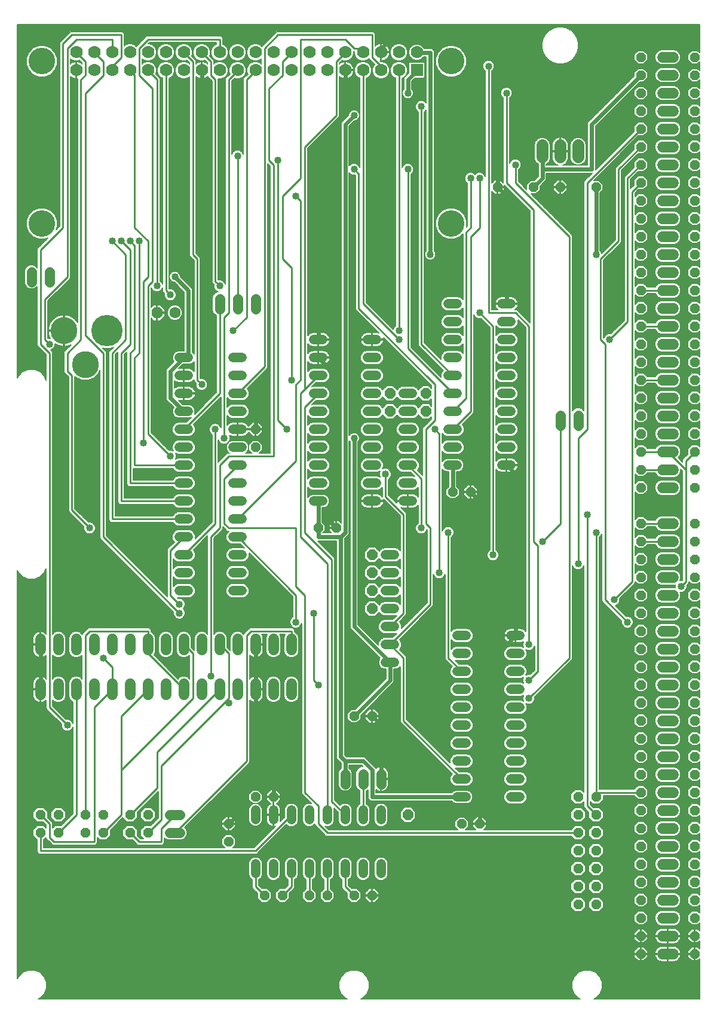
<source format=gbl>
G75*
%MOIN*%
%OFA0B0*%
%FSLAX25Y25*%
%IPPOS*%
%LPD*%
%AMOC8*
5,1,8,0,0,1.08239X$1,22.5*
%
%ADD10C,0.06000*%
%ADD11C,0.06600*%
%ADD12OC8,0.05200*%
%ADD13OC8,0.05250*%
%ADD14OC8,0.05600*%
%ADD15C,0.05200*%
%ADD16R,0.07000X0.07000*%
%ADD17C,0.07000*%
%ADD18C,0.14827*%
%ADD19C,0.05600*%
%ADD20C,0.17500*%
%ADD21C,0.15000*%
%ADD22OC8,0.06300*%
%ADD23C,0.06300*%
%ADD24OC8,0.06000*%
%ADD25C,0.02400*%
%ADD26C,0.04000*%
%ADD27C,0.00600*%
%ADD28C,0.01000*%
D10*
X0026300Y0178300D02*
X0026300Y0184300D01*
X0036300Y0184300D02*
X0036300Y0178300D01*
X0046300Y0178300D02*
X0046300Y0184300D01*
X0056300Y0184300D02*
X0056300Y0178300D01*
X0066300Y0178300D02*
X0066300Y0184300D01*
X0076300Y0184300D02*
X0076300Y0178300D01*
X0086300Y0178300D02*
X0086300Y0184300D01*
X0096300Y0184300D02*
X0096300Y0178300D01*
X0106300Y0178300D02*
X0106300Y0184300D01*
X0116300Y0184300D02*
X0116300Y0178300D01*
X0126300Y0178300D02*
X0126300Y0184300D01*
X0136300Y0184300D02*
X0136300Y0178300D01*
X0146300Y0178300D02*
X0146300Y0184300D01*
X0156300Y0184300D02*
X0156300Y0178300D01*
X0166300Y0178300D02*
X0166300Y0184300D01*
X0166300Y0203300D02*
X0166300Y0209300D01*
X0156300Y0209300D02*
X0156300Y0203300D01*
X0146300Y0203300D02*
X0146300Y0209300D01*
X0136300Y0209300D02*
X0136300Y0203300D01*
X0126300Y0203300D02*
X0126300Y0209300D01*
X0116300Y0209300D02*
X0116300Y0203300D01*
X0106300Y0203300D02*
X0106300Y0209300D01*
X0096300Y0209300D02*
X0096300Y0203300D01*
X0086300Y0203300D02*
X0086300Y0209300D01*
X0076300Y0209300D02*
X0076300Y0203300D01*
X0066300Y0203300D02*
X0066300Y0209300D01*
X0056300Y0209300D02*
X0056300Y0203300D01*
X0046300Y0203300D02*
X0046300Y0209300D01*
X0036300Y0209300D02*
X0036300Y0203300D01*
X0026300Y0203300D02*
X0026300Y0209300D01*
X0373300Y0213800D02*
X0379300Y0213800D01*
X0379300Y0223800D02*
X0373300Y0223800D01*
X0373300Y0233800D02*
X0379300Y0233800D01*
X0379300Y0243800D02*
X0373300Y0243800D01*
X0373300Y0253800D02*
X0379300Y0253800D01*
X0379300Y0263800D02*
X0373300Y0263800D01*
X0373300Y0273800D02*
X0379300Y0273800D01*
X0379300Y0293800D02*
X0373300Y0293800D01*
X0373300Y0303800D02*
X0379300Y0303800D01*
X0379300Y0313800D02*
X0373300Y0313800D01*
X0373300Y0323800D02*
X0379300Y0323800D01*
X0379300Y0333800D02*
X0373300Y0333800D01*
X0373300Y0343800D02*
X0379300Y0343800D01*
X0379300Y0353800D02*
X0373300Y0353800D01*
X0373300Y0363800D02*
X0379300Y0363800D01*
X0379300Y0373800D02*
X0373300Y0373800D01*
X0373300Y0383800D02*
X0379300Y0383800D01*
X0379300Y0393800D02*
X0373300Y0393800D01*
X0373300Y0403800D02*
X0379300Y0403800D01*
X0379300Y0413800D02*
X0373300Y0413800D01*
X0373300Y0423800D02*
X0379300Y0423800D01*
X0379300Y0433800D02*
X0373300Y0433800D01*
X0373300Y0443800D02*
X0379300Y0443800D01*
X0379300Y0453800D02*
X0373300Y0453800D01*
X0373300Y0463800D02*
X0379300Y0463800D01*
X0379300Y0473800D02*
X0373300Y0473800D01*
X0373300Y0483800D02*
X0379300Y0483800D01*
X0379300Y0493800D02*
X0373300Y0493800D01*
X0373300Y0503800D02*
X0379300Y0503800D01*
X0379300Y0513800D02*
X0373300Y0513800D01*
X0373300Y0523800D02*
X0379300Y0523800D01*
X0379300Y0533800D02*
X0373300Y0533800D01*
X0373300Y0203800D02*
X0379300Y0203800D01*
X0379300Y0193800D02*
X0373300Y0193800D01*
X0373300Y0183800D02*
X0379300Y0183800D01*
X0379300Y0173800D02*
X0373300Y0173800D01*
X0373300Y0163800D02*
X0379300Y0163800D01*
X0379300Y0153800D02*
X0373300Y0153800D01*
X0373300Y0143800D02*
X0379300Y0143800D01*
X0379300Y0133800D02*
X0373300Y0133800D01*
X0373300Y0123800D02*
X0379300Y0123800D01*
X0379300Y0113800D02*
X0373300Y0113800D01*
X0373300Y0103800D02*
X0379300Y0103800D01*
X0379300Y0093800D02*
X0373300Y0093800D01*
X0373300Y0083800D02*
X0379300Y0083800D01*
X0379300Y0073800D02*
X0373300Y0073800D01*
X0373300Y0063800D02*
X0379300Y0063800D01*
X0379300Y0053800D02*
X0373300Y0053800D01*
X0373300Y0043800D02*
X0379300Y0043800D01*
X0379300Y0033800D02*
X0373300Y0033800D01*
D11*
X0326300Y0478000D02*
X0326300Y0484600D01*
X0316300Y0484600D02*
X0316300Y0478000D01*
X0306300Y0478000D02*
X0306300Y0484600D01*
D12*
X0301300Y0461300D03*
X0316300Y0461300D03*
X0336300Y0461300D03*
X0281300Y0461300D03*
X0266300Y0291300D03*
X0256300Y0291300D03*
X0191300Y0271300D03*
X0181300Y0271300D03*
X0146300Y0316300D03*
X0146300Y0326300D03*
X0201300Y0166300D03*
X0211300Y0166300D03*
X0261300Y0106300D03*
X0271300Y0106300D03*
X0211300Y0066300D03*
X0201300Y0066300D03*
X0186300Y0066300D03*
X0176300Y0066300D03*
X0161300Y0066300D03*
X0151300Y0066300D03*
X0131300Y0096300D03*
X0131300Y0106300D03*
X0146300Y0121300D03*
X0156300Y0121300D03*
D13*
X0361300Y0123800D03*
X0361300Y0133800D03*
X0361300Y0143800D03*
X0361300Y0153800D03*
X0361300Y0163800D03*
X0361300Y0173800D03*
X0361300Y0183800D03*
X0361300Y0193800D03*
X0361300Y0203800D03*
X0361300Y0213800D03*
X0361300Y0223800D03*
X0361300Y0233800D03*
X0361300Y0243800D03*
X0361300Y0253800D03*
X0361300Y0263800D03*
X0361300Y0273800D03*
X0361300Y0293800D03*
X0361300Y0303800D03*
X0361300Y0313800D03*
X0361300Y0323800D03*
X0361300Y0333800D03*
X0361300Y0343800D03*
X0361300Y0353800D03*
X0361300Y0363800D03*
X0361300Y0373800D03*
X0361300Y0383800D03*
X0361300Y0393800D03*
X0361300Y0403800D03*
X0361300Y0413800D03*
X0361300Y0423800D03*
X0361300Y0433800D03*
X0361300Y0443800D03*
X0361300Y0453800D03*
X0361300Y0463800D03*
X0361300Y0473800D03*
X0361300Y0483800D03*
X0361300Y0493800D03*
X0361300Y0503800D03*
X0361300Y0513800D03*
X0361300Y0523800D03*
X0361300Y0533800D03*
X0391300Y0533800D03*
X0391300Y0523800D03*
X0391300Y0513800D03*
X0391300Y0503800D03*
X0391300Y0493800D03*
X0391300Y0483800D03*
X0391300Y0473800D03*
X0391300Y0463800D03*
X0391300Y0453800D03*
X0391300Y0443800D03*
X0391300Y0433800D03*
X0391300Y0423800D03*
X0391300Y0413800D03*
X0391300Y0403800D03*
X0391300Y0393800D03*
X0391300Y0383800D03*
X0391300Y0373800D03*
X0391300Y0363800D03*
X0391300Y0353800D03*
X0391300Y0343800D03*
X0391300Y0333800D03*
X0391300Y0323800D03*
X0391300Y0313800D03*
X0391300Y0303800D03*
X0391300Y0293800D03*
X0391300Y0273800D03*
X0391300Y0263800D03*
X0391300Y0253800D03*
X0391300Y0243800D03*
X0391300Y0233800D03*
X0391300Y0223800D03*
X0391300Y0213800D03*
X0391300Y0203800D03*
X0391300Y0193800D03*
X0391300Y0183800D03*
X0391300Y0173800D03*
X0391300Y0163800D03*
X0391300Y0153800D03*
X0391300Y0143800D03*
X0391300Y0133800D03*
X0391300Y0123800D03*
X0391300Y0113800D03*
X0391300Y0103800D03*
X0391300Y0093800D03*
X0391300Y0083800D03*
X0391300Y0073800D03*
X0391300Y0063800D03*
X0391300Y0053800D03*
X0391300Y0043800D03*
X0391300Y0033800D03*
X0361300Y0033800D03*
X0361300Y0043800D03*
X0361300Y0053800D03*
X0361300Y0063800D03*
X0361300Y0073800D03*
X0361300Y0083800D03*
X0361300Y0093800D03*
X0361300Y0103800D03*
X0361300Y0113800D03*
D14*
X0336300Y0111300D03*
X0336300Y0101300D03*
X0336300Y0091300D03*
X0336300Y0081300D03*
X0336300Y0071300D03*
X0336300Y0061300D03*
X0326300Y0061300D03*
X0326300Y0071300D03*
X0326300Y0081300D03*
X0326300Y0091300D03*
X0326300Y0101300D03*
X0326300Y0111300D03*
X0326300Y0121300D03*
X0336300Y0121300D03*
X0086300Y0111300D03*
X0086300Y0101300D03*
X0076300Y0101300D03*
X0076300Y0111300D03*
X0061300Y0111300D03*
X0061300Y0101300D03*
X0051300Y0101300D03*
X0051300Y0111300D03*
X0036300Y0111300D03*
X0036300Y0101300D03*
X0026300Y0101300D03*
X0026300Y0111300D03*
D15*
X0103700Y0236300D02*
X0108900Y0236300D01*
X0108900Y0246300D02*
X0103700Y0246300D01*
X0103700Y0256300D02*
X0108900Y0256300D01*
X0108900Y0266300D02*
X0103700Y0266300D01*
X0103700Y0276300D02*
X0108900Y0276300D01*
X0108900Y0286300D02*
X0103700Y0286300D01*
X0103700Y0296300D02*
X0108900Y0296300D01*
X0108900Y0306300D02*
X0103700Y0306300D01*
X0103700Y0316300D02*
X0108900Y0316300D01*
X0108900Y0326300D02*
X0103700Y0326300D01*
X0103700Y0336300D02*
X0108900Y0336300D01*
X0108900Y0346300D02*
X0103700Y0346300D01*
X0103700Y0356300D02*
X0108900Y0356300D01*
X0108900Y0366300D02*
X0103700Y0366300D01*
X0133700Y0366300D02*
X0138900Y0366300D01*
X0138900Y0356300D02*
X0133700Y0356300D01*
X0133700Y0346300D02*
X0138900Y0346300D01*
X0138900Y0336300D02*
X0133700Y0336300D01*
X0133700Y0326300D02*
X0138900Y0326300D01*
X0138900Y0316300D02*
X0133700Y0316300D01*
X0133700Y0306300D02*
X0138900Y0306300D01*
X0138900Y0296300D02*
X0133700Y0296300D01*
X0133700Y0286300D02*
X0138900Y0286300D01*
X0138900Y0276300D02*
X0133700Y0276300D01*
X0133700Y0266300D02*
X0138900Y0266300D01*
X0138900Y0256300D02*
X0133700Y0256300D01*
X0133700Y0246300D02*
X0138900Y0246300D01*
X0138900Y0236300D02*
X0133700Y0236300D01*
X0178700Y0286300D02*
X0183900Y0286300D01*
X0183900Y0296300D02*
X0178700Y0296300D01*
X0178700Y0306300D02*
X0183900Y0306300D01*
X0183900Y0316300D02*
X0178700Y0316300D01*
X0178700Y0326300D02*
X0183900Y0326300D01*
X0183900Y0336300D02*
X0178700Y0336300D01*
X0178700Y0346300D02*
X0183900Y0346300D01*
X0183900Y0356300D02*
X0178700Y0356300D01*
X0178700Y0366300D02*
X0183900Y0366300D01*
X0183900Y0376300D02*
X0178700Y0376300D01*
X0208700Y0376300D02*
X0213900Y0376300D01*
X0213900Y0366300D02*
X0208700Y0366300D01*
X0208700Y0356300D02*
X0213900Y0356300D01*
X0213900Y0346300D02*
X0208700Y0346300D01*
X0208700Y0336300D02*
X0213900Y0336300D01*
X0213900Y0326300D02*
X0208700Y0326300D01*
X0208700Y0316300D02*
X0213900Y0316300D01*
X0213900Y0306300D02*
X0208700Y0306300D01*
X0208700Y0296300D02*
X0213900Y0296300D01*
X0213900Y0286300D02*
X0208700Y0286300D01*
X0228700Y0286300D02*
X0233900Y0286300D01*
X0233900Y0296300D02*
X0228700Y0296300D01*
X0228700Y0306300D02*
X0233900Y0306300D01*
X0233900Y0316300D02*
X0228700Y0316300D01*
X0228700Y0326300D02*
X0233900Y0326300D01*
X0233900Y0336300D02*
X0228700Y0336300D01*
X0228700Y0346300D02*
X0233900Y0346300D01*
X0253700Y0346300D02*
X0258900Y0346300D01*
X0258900Y0336300D02*
X0253700Y0336300D01*
X0253700Y0326300D02*
X0258900Y0326300D01*
X0258900Y0316300D02*
X0253700Y0316300D01*
X0253700Y0306300D02*
X0258900Y0306300D01*
X0283700Y0306300D02*
X0288900Y0306300D01*
X0288900Y0316300D02*
X0283700Y0316300D01*
X0283700Y0326300D02*
X0288900Y0326300D01*
X0288900Y0336300D02*
X0283700Y0336300D01*
X0283700Y0346300D02*
X0288900Y0346300D01*
X0288900Y0356300D02*
X0283700Y0356300D01*
X0283700Y0366300D02*
X0288900Y0366300D01*
X0288900Y0376300D02*
X0283700Y0376300D01*
X0283700Y0386300D02*
X0288900Y0386300D01*
X0288900Y0396300D02*
X0283700Y0396300D01*
X0258900Y0396300D02*
X0253700Y0396300D01*
X0253700Y0386300D02*
X0258900Y0386300D01*
X0258900Y0376300D02*
X0253700Y0376300D01*
X0253700Y0366300D02*
X0258900Y0366300D01*
X0258900Y0356300D02*
X0253700Y0356300D01*
X0223900Y0256300D02*
X0218700Y0256300D01*
X0218700Y0246300D02*
X0223900Y0246300D01*
X0223900Y0236300D02*
X0218700Y0236300D01*
X0218700Y0226300D02*
X0223900Y0226300D01*
X0223900Y0216300D02*
X0218700Y0216300D01*
X0218700Y0206300D02*
X0223900Y0206300D01*
X0223900Y0196300D02*
X0218700Y0196300D01*
X0258700Y0191300D02*
X0263900Y0191300D01*
X0263900Y0201300D02*
X0258700Y0201300D01*
X0258700Y0211300D02*
X0263900Y0211300D01*
X0263900Y0181300D02*
X0258700Y0181300D01*
X0258700Y0171300D02*
X0263900Y0171300D01*
X0263900Y0161300D02*
X0258700Y0161300D01*
X0258700Y0151300D02*
X0263900Y0151300D01*
X0263900Y0141300D02*
X0258700Y0141300D01*
X0258700Y0131300D02*
X0263900Y0131300D01*
X0263900Y0121300D02*
X0258700Y0121300D01*
X0288700Y0121300D02*
X0293900Y0121300D01*
X0293900Y0131300D02*
X0288700Y0131300D01*
X0288700Y0141300D02*
X0293900Y0141300D01*
X0293900Y0151300D02*
X0288700Y0151300D01*
X0288700Y0161300D02*
X0293900Y0161300D01*
X0293900Y0171300D02*
X0288700Y0171300D01*
X0288700Y0181300D02*
X0293900Y0181300D01*
X0293900Y0191300D02*
X0288700Y0191300D01*
X0288700Y0201300D02*
X0293900Y0201300D01*
X0293900Y0211300D02*
X0288700Y0211300D01*
X0216300Y0113900D02*
X0216300Y0108700D01*
X0206300Y0108700D02*
X0206300Y0113900D01*
X0196300Y0113900D02*
X0196300Y0108700D01*
X0186300Y0108700D02*
X0186300Y0113900D01*
X0176300Y0113900D02*
X0176300Y0108700D01*
X0166300Y0108700D02*
X0166300Y0113900D01*
X0156300Y0113900D02*
X0156300Y0108700D01*
X0146300Y0108700D02*
X0146300Y0113900D01*
X0146300Y0083900D02*
X0146300Y0078700D01*
X0156300Y0078700D02*
X0156300Y0083900D01*
X0166300Y0083900D02*
X0166300Y0078700D01*
X0176300Y0078700D02*
X0176300Y0083900D01*
X0186300Y0083900D02*
X0186300Y0078700D01*
X0196300Y0078700D02*
X0196300Y0083900D01*
X0206300Y0083900D02*
X0206300Y0078700D01*
X0216300Y0078700D02*
X0216300Y0083900D01*
D16*
X0236300Y0526576D03*
D17*
X0236300Y0536576D03*
X0226300Y0536576D03*
X0226300Y0526576D03*
X0216300Y0526576D03*
X0216300Y0536576D03*
X0206300Y0536576D03*
X0206300Y0526576D03*
X0196300Y0526576D03*
X0196300Y0536576D03*
X0186300Y0536576D03*
X0186300Y0526576D03*
X0176300Y0526576D03*
X0176300Y0536576D03*
X0166300Y0536576D03*
X0166300Y0526576D03*
X0156300Y0526576D03*
X0156300Y0536576D03*
X0146300Y0536576D03*
X0146300Y0526576D03*
X0136300Y0526576D03*
X0136300Y0536576D03*
X0126300Y0536576D03*
X0126300Y0526576D03*
X0116300Y0526576D03*
X0116300Y0536576D03*
X0106300Y0536576D03*
X0106300Y0526576D03*
X0096300Y0526576D03*
X0096300Y0536576D03*
X0086300Y0536576D03*
X0086300Y0526576D03*
X0076300Y0526576D03*
X0076300Y0536576D03*
X0066300Y0536576D03*
X0066300Y0526576D03*
X0056300Y0526576D03*
X0056300Y0536576D03*
X0046300Y0536576D03*
X0046300Y0526576D03*
D18*
X0027127Y0531576D03*
X0027127Y0441024D03*
X0255473Y0441024D03*
X0255473Y0531576D03*
D19*
X0146300Y0399100D02*
X0146300Y0393500D01*
X0136300Y0393500D02*
X0136300Y0399100D01*
X0126300Y0399100D02*
X0126300Y0393500D01*
X0031300Y0408500D02*
X0031300Y0414100D01*
X0021300Y0414100D02*
X0021300Y0408500D01*
X0196300Y0134100D02*
X0196300Y0128500D01*
X0206300Y0128500D02*
X0206300Y0134100D01*
X0216300Y0134100D02*
X0216300Y0128500D01*
X0104100Y0111300D02*
X0098500Y0111300D01*
X0098500Y0101300D02*
X0104100Y0101300D01*
X0316300Y0328500D02*
X0316300Y0334100D01*
X0326300Y0334100D02*
X0326300Y0328500D01*
D20*
X0063505Y0381300D03*
D21*
X0051300Y0362402D03*
X0039489Y0381300D03*
D22*
X0091300Y0391300D03*
D23*
X0101300Y0391300D03*
D24*
X0211300Y0256300D03*
X0211300Y0246300D03*
X0211300Y0236300D03*
X0211300Y0226300D03*
X0221300Y0336300D03*
X0221300Y0346300D03*
X0241300Y0346300D03*
X0241300Y0336300D03*
X0231300Y0111300D03*
D25*
X0216300Y0131300D02*
X0216300Y0161300D01*
X0211300Y0166300D01*
X0201300Y0166300D02*
X0221300Y0186300D01*
X0221300Y0196300D01*
X0201300Y0216300D01*
X0201300Y0321300D01*
X0188800Y0286300D02*
X0188800Y0358800D01*
X0181300Y0366300D01*
X0181300Y0376300D02*
X0181300Y0461300D01*
X0181300Y0486300D01*
X0196300Y0501300D01*
X0196300Y0526576D01*
X0201300Y0501300D02*
X0196300Y0496300D01*
X0196300Y0268800D01*
X0193800Y0266300D01*
X0193800Y0143800D01*
X0196300Y0141300D01*
X0196300Y0131300D01*
X0196300Y0141300D02*
X0206300Y0141300D01*
X0211300Y0136300D01*
X0211300Y0121300D01*
X0261300Y0121300D01*
X0271300Y0106300D02*
X0271300Y0191300D01*
X0291300Y0211300D01*
X0291300Y0236300D01*
X0273800Y0253800D01*
X0273800Y0283800D01*
X0266300Y0291300D01*
X0256300Y0291300D02*
X0256300Y0306300D01*
X0286300Y0306300D02*
X0291300Y0301300D01*
X0291300Y0236300D01*
X0193800Y0266300D02*
X0181300Y0266300D01*
X0181300Y0271300D01*
X0181300Y0286300D01*
X0188800Y0286300D02*
X0191300Y0286300D01*
X0188800Y0286300D02*
X0188800Y0273800D01*
X0191300Y0271300D01*
X0146300Y0326300D02*
X0146300Y0351300D01*
X0108800Y0368800D02*
X0108800Y0403800D01*
X0101300Y0411300D01*
X0108800Y0368800D02*
X0106300Y0366300D01*
X0098800Y0358800D01*
X0098800Y0343800D01*
X0106300Y0336300D01*
X0146300Y0206300D02*
X0146300Y0181300D01*
X0146300Y0126300D01*
X0143800Y0126300D01*
X0141300Y0123800D01*
X0141300Y0116300D01*
X0131300Y0106300D01*
X0146300Y0126300D02*
X0156300Y0126300D01*
X0156300Y0121300D01*
X0026300Y0181300D02*
X0026300Y0206300D01*
X0116300Y0493800D02*
X0116300Y0526576D01*
X0216300Y0536576D02*
X0216300Y0538800D01*
X0221300Y0543800D01*
X0281300Y0543800D01*
X0281300Y0461300D01*
X0286300Y0456300D01*
X0286300Y0396300D01*
X0243800Y0423800D02*
X0243800Y0536300D01*
X0236300Y0536300D01*
X0236300Y0536576D01*
X0236300Y0526576D02*
X0236300Y0526300D01*
X0231300Y0521300D01*
X0231300Y0513800D01*
X0301300Y0461300D02*
X0306300Y0466300D01*
X0306300Y0471300D01*
X0333800Y0471300D01*
X0333800Y0496300D01*
X0361300Y0523800D01*
X0336300Y0461300D02*
X0336300Y0423800D01*
X0306300Y0471300D02*
X0306300Y0481300D01*
D26*
X0291300Y0473800D03*
X0271300Y0466300D03*
X0266300Y0466300D03*
X0243800Y0423800D03*
X0271300Y0391300D03*
X0226300Y0381300D03*
X0226300Y0376300D03*
X0246300Y0326300D03*
X0218800Y0301300D03*
X0201300Y0321300D03*
X0191300Y0286300D03*
X0163800Y0326300D03*
X0166300Y0353800D03*
X0146300Y0351300D03*
X0133800Y0381300D03*
X0126300Y0406300D03*
X0101300Y0411300D03*
X0098800Y0401300D03*
X0091300Y0406300D03*
X0081300Y0431300D03*
X0076300Y0431300D03*
X0071300Y0431300D03*
X0066300Y0431300D03*
X0031300Y0373800D03*
X0083800Y0318800D03*
X0098800Y0311300D03*
X0123800Y0326300D03*
X0128800Y0321300D03*
X0116300Y0351300D03*
X0053800Y0271300D03*
X0103800Y0228800D03*
X0103800Y0223800D03*
X0121300Y0188800D03*
X0131300Y0173800D03*
X0168800Y0218800D03*
X0178800Y0223800D03*
X0181300Y0183800D03*
X0248800Y0246300D03*
X0253800Y0268800D03*
X0238800Y0271300D03*
X0278800Y0256300D03*
X0306300Y0263800D03*
X0326300Y0251300D03*
X0336300Y0268800D03*
X0331300Y0278800D03*
X0346300Y0231300D03*
X0353800Y0218800D03*
X0383800Y0238800D03*
X0298800Y0206300D03*
X0298800Y0186300D03*
X0298800Y0176300D03*
X0343800Y0376300D03*
X0336300Y0423800D03*
X0286300Y0513800D03*
X0276300Y0528800D03*
X0238800Y0506300D03*
X0231300Y0513800D03*
X0201300Y0501300D03*
X0201300Y0471300D03*
X0181300Y0461300D03*
X0168800Y0456300D03*
X0158800Y0476300D03*
X0136300Y0478800D03*
X0116300Y0493800D03*
X0231300Y0471300D03*
X0061300Y0198800D03*
X0041300Y0161300D03*
D27*
X0013600Y0247547D02*
X0013600Y0020053D01*
X0014052Y0021143D01*
X0016457Y0023548D01*
X0019599Y0024850D01*
X0023001Y0024850D01*
X0026143Y0023548D01*
X0028548Y0021143D01*
X0029850Y0018001D01*
X0029850Y0014599D01*
X0028548Y0011457D01*
X0026143Y0009052D01*
X0025053Y0008600D01*
X0197547Y0008600D01*
X0196457Y0009052D01*
X0194052Y0011457D01*
X0192750Y0014599D01*
X0192750Y0018001D01*
X0194052Y0021143D01*
X0196457Y0023548D01*
X0199599Y0024850D01*
X0203001Y0024850D01*
X0206143Y0023548D01*
X0208548Y0021143D01*
X0209850Y0018001D01*
X0209850Y0014599D01*
X0208548Y0011457D01*
X0206143Y0009052D01*
X0205053Y0008600D01*
X0327547Y0008600D01*
X0326457Y0009052D01*
X0324052Y0011457D01*
X0322750Y0014599D01*
X0322750Y0018001D01*
X0324052Y0021143D01*
X0326457Y0023548D01*
X0329599Y0024850D01*
X0333001Y0024850D01*
X0336143Y0023548D01*
X0338548Y0021143D01*
X0339850Y0018001D01*
X0339850Y0014599D01*
X0338548Y0011457D01*
X0336143Y0009052D01*
X0335053Y0008600D01*
X0394000Y0008600D01*
X0394000Y0030949D01*
X0392926Y0029875D01*
X0391600Y0029875D01*
X0391600Y0033500D01*
X0391000Y0033500D01*
X0391000Y0029875D01*
X0389674Y0029875D01*
X0387375Y0032174D01*
X0387375Y0033500D01*
X0391000Y0033500D01*
X0391000Y0034100D01*
X0391000Y0037725D01*
X0389674Y0037725D01*
X0387375Y0035426D01*
X0387375Y0034100D01*
X0391000Y0034100D01*
X0391600Y0034100D01*
X0391600Y0037725D01*
X0392926Y0037725D01*
X0394000Y0036651D01*
X0394000Y0040949D01*
X0392926Y0039875D01*
X0391600Y0039875D01*
X0391600Y0043500D01*
X0391000Y0043500D01*
X0391000Y0039875D01*
X0389674Y0039875D01*
X0387375Y0042174D01*
X0387375Y0043500D01*
X0391000Y0043500D01*
X0391000Y0044100D01*
X0391000Y0047725D01*
X0389674Y0047725D01*
X0387375Y0045426D01*
X0387375Y0044100D01*
X0391000Y0044100D01*
X0391600Y0044100D01*
X0391600Y0047725D01*
X0392926Y0047725D01*
X0394000Y0046651D01*
X0394000Y0050949D01*
X0392926Y0049875D01*
X0389674Y0049875D01*
X0387375Y0052174D01*
X0387375Y0055426D01*
X0389674Y0057725D01*
X0392926Y0057725D01*
X0394000Y0056651D01*
X0394000Y0060949D01*
X0392926Y0059875D01*
X0389674Y0059875D01*
X0387375Y0062174D01*
X0387375Y0065426D01*
X0389674Y0067725D01*
X0392926Y0067725D01*
X0394000Y0066651D01*
X0394000Y0070949D01*
X0392926Y0069875D01*
X0389674Y0069875D01*
X0387375Y0072174D01*
X0387375Y0075426D01*
X0389674Y0077725D01*
X0392926Y0077725D01*
X0394000Y0076651D01*
X0394000Y0080949D01*
X0392926Y0079875D01*
X0389674Y0079875D01*
X0387375Y0082174D01*
X0387375Y0085426D01*
X0389674Y0087725D01*
X0392926Y0087725D01*
X0394000Y0086651D01*
X0394000Y0090949D01*
X0392926Y0089875D01*
X0389674Y0089875D01*
X0387375Y0092174D01*
X0387375Y0095426D01*
X0389674Y0097725D01*
X0392926Y0097725D01*
X0394000Y0096651D01*
X0394000Y0100949D01*
X0392926Y0099875D01*
X0389674Y0099875D01*
X0387375Y0102174D01*
X0387375Y0105426D01*
X0389674Y0107725D01*
X0392926Y0107725D01*
X0394000Y0106651D01*
X0394000Y0110949D01*
X0392926Y0109875D01*
X0389674Y0109875D01*
X0387375Y0112174D01*
X0387375Y0115426D01*
X0389674Y0117725D01*
X0392926Y0117725D01*
X0394000Y0116651D01*
X0394000Y0120949D01*
X0392926Y0119875D01*
X0389674Y0119875D01*
X0387375Y0122174D01*
X0387375Y0125426D01*
X0389674Y0127725D01*
X0392926Y0127725D01*
X0394000Y0126651D01*
X0394000Y0130949D01*
X0392926Y0129875D01*
X0389674Y0129875D01*
X0387375Y0132174D01*
X0387375Y0135426D01*
X0389674Y0137725D01*
X0392926Y0137725D01*
X0394000Y0136651D01*
X0394000Y0140949D01*
X0392926Y0139875D01*
X0389674Y0139875D01*
X0387375Y0142174D01*
X0387375Y0145426D01*
X0389674Y0147725D01*
X0392926Y0147725D01*
X0394000Y0146651D01*
X0394000Y0150949D01*
X0392926Y0149875D01*
X0389674Y0149875D01*
X0387375Y0152174D01*
X0387375Y0155426D01*
X0389674Y0157725D01*
X0392926Y0157725D01*
X0394000Y0156651D01*
X0394000Y0160949D01*
X0392926Y0159875D01*
X0389674Y0159875D01*
X0387375Y0162174D01*
X0387375Y0165426D01*
X0389674Y0167725D01*
X0392926Y0167725D01*
X0394000Y0166651D01*
X0394000Y0170949D01*
X0392926Y0169875D01*
X0389674Y0169875D01*
X0387375Y0172174D01*
X0387375Y0175426D01*
X0389674Y0177725D01*
X0392926Y0177725D01*
X0394000Y0176651D01*
X0394000Y0180949D01*
X0392926Y0179875D01*
X0389674Y0179875D01*
X0387375Y0182174D01*
X0387375Y0185426D01*
X0389674Y0187725D01*
X0392926Y0187725D01*
X0394000Y0186651D01*
X0394000Y0190949D01*
X0392926Y0189875D01*
X0389674Y0189875D01*
X0387375Y0192174D01*
X0387375Y0195426D01*
X0389674Y0197725D01*
X0392926Y0197725D01*
X0394000Y0196651D01*
X0394000Y0200949D01*
X0392926Y0199875D01*
X0389674Y0199875D01*
X0387375Y0202174D01*
X0387375Y0205426D01*
X0389674Y0207725D01*
X0392926Y0207725D01*
X0394000Y0206651D01*
X0394000Y0210949D01*
X0392926Y0209875D01*
X0389674Y0209875D01*
X0387375Y0212174D01*
X0387375Y0215426D01*
X0389674Y0217725D01*
X0392926Y0217725D01*
X0394000Y0216651D01*
X0394000Y0220949D01*
X0392926Y0219875D01*
X0389674Y0219875D01*
X0387375Y0222174D01*
X0387375Y0225426D01*
X0389674Y0227725D01*
X0392926Y0227725D01*
X0394000Y0226651D01*
X0394000Y0230949D01*
X0392926Y0229875D01*
X0389674Y0229875D01*
X0387375Y0232174D01*
X0387375Y0235426D01*
X0389674Y0237725D01*
X0392926Y0237725D01*
X0394000Y0236651D01*
X0394000Y0240949D01*
X0392926Y0239875D01*
X0389674Y0239875D01*
X0388100Y0241449D01*
X0388100Y0240554D01*
X0387071Y0239526D01*
X0387100Y0239456D01*
X0387100Y0238144D01*
X0386598Y0236931D01*
X0385669Y0236002D01*
X0384456Y0235500D01*
X0383250Y0235500D01*
X0383600Y0234655D01*
X0383600Y0232945D01*
X0382945Y0231364D01*
X0381736Y0230155D01*
X0380155Y0229500D01*
X0372445Y0229500D01*
X0370864Y0230155D01*
X0369655Y0231364D01*
X0369000Y0232945D01*
X0369000Y0234655D01*
X0369655Y0236236D01*
X0370864Y0237445D01*
X0372445Y0238100D01*
X0380155Y0238100D01*
X0380593Y0237919D01*
X0380500Y0238144D01*
X0380500Y0239456D01*
X0380593Y0239681D01*
X0380155Y0239500D01*
X0372445Y0239500D01*
X0370864Y0240155D01*
X0369655Y0241364D01*
X0369000Y0242945D01*
X0369000Y0244655D01*
X0369655Y0246236D01*
X0370864Y0247445D01*
X0372445Y0248100D01*
X0380155Y0248100D01*
X0381736Y0247445D01*
X0382945Y0246236D01*
X0383600Y0244655D01*
X0383600Y0242945D01*
X0383250Y0242100D01*
X0384456Y0242100D01*
X0384500Y0242082D01*
X0384500Y0303054D01*
X0383600Y0303954D01*
X0383600Y0302945D01*
X0382945Y0301364D01*
X0381736Y0300155D01*
X0380155Y0299500D01*
X0372445Y0299500D01*
X0370864Y0300155D01*
X0369655Y0301364D01*
X0369391Y0302000D01*
X0365051Y0302000D01*
X0362926Y0299875D01*
X0359674Y0299875D01*
X0358100Y0301449D01*
X0358100Y0296151D01*
X0359674Y0297725D01*
X0362926Y0297725D01*
X0365225Y0295426D01*
X0365225Y0292174D01*
X0362926Y0289875D01*
X0359674Y0289875D01*
X0358100Y0291449D01*
X0358100Y0276151D01*
X0359674Y0277725D01*
X0362926Y0277725D01*
X0365051Y0275600D01*
X0369391Y0275600D01*
X0369655Y0276236D01*
X0370864Y0277445D01*
X0372445Y0278100D01*
X0380155Y0278100D01*
X0381736Y0277445D01*
X0382945Y0276236D01*
X0383600Y0274655D01*
X0383600Y0272945D01*
X0382945Y0271364D01*
X0381736Y0270155D01*
X0380155Y0269500D01*
X0372445Y0269500D01*
X0370864Y0270155D01*
X0369655Y0271364D01*
X0369391Y0272000D01*
X0365051Y0272000D01*
X0362926Y0269875D01*
X0359674Y0269875D01*
X0358100Y0271449D01*
X0358100Y0266151D01*
X0359674Y0267725D01*
X0362926Y0267725D01*
X0365051Y0265600D01*
X0369391Y0265600D01*
X0369655Y0266236D01*
X0370864Y0267445D01*
X0372445Y0268100D01*
X0380155Y0268100D01*
X0381736Y0267445D01*
X0382945Y0266236D01*
X0383600Y0264655D01*
X0383600Y0262945D01*
X0382945Y0261364D01*
X0381736Y0260155D01*
X0380155Y0259500D01*
X0372445Y0259500D01*
X0370864Y0260155D01*
X0369655Y0261364D01*
X0369391Y0262000D01*
X0365051Y0262000D01*
X0362926Y0259875D01*
X0359674Y0259875D01*
X0358100Y0261449D01*
X0358100Y0256151D01*
X0359674Y0257725D01*
X0362926Y0257725D01*
X0365225Y0255426D01*
X0365225Y0252174D01*
X0362926Y0249875D01*
X0359674Y0249875D01*
X0358100Y0251449D01*
X0358100Y0246151D01*
X0359674Y0247725D01*
X0362926Y0247725D01*
X0365225Y0245426D01*
X0365225Y0242174D01*
X0362926Y0239875D01*
X0359674Y0239875D01*
X0358100Y0241449D01*
X0358100Y0240554D01*
X0357046Y0239500D01*
X0349571Y0232026D01*
X0349600Y0231956D01*
X0349600Y0230644D01*
X0349098Y0229431D01*
X0348169Y0228502D01*
X0347090Y0228055D01*
X0353074Y0222071D01*
X0353144Y0222100D01*
X0354456Y0222100D01*
X0355669Y0221598D01*
X0356598Y0220669D01*
X0357100Y0219456D01*
X0357100Y0218144D01*
X0356598Y0216931D01*
X0355669Y0216002D01*
X0354456Y0215500D01*
X0353144Y0215500D01*
X0351931Y0216002D01*
X0351002Y0216931D01*
X0350500Y0218144D01*
X0350500Y0219456D01*
X0350529Y0219526D01*
X0340554Y0229500D01*
X0339500Y0230554D01*
X0339500Y0267902D01*
X0339098Y0266931D01*
X0338169Y0266002D01*
X0338100Y0265974D01*
X0338100Y0125600D01*
X0357549Y0125600D01*
X0359674Y0127725D01*
X0362926Y0127725D01*
X0365225Y0125426D01*
X0365225Y0122174D01*
X0362926Y0119875D01*
X0359674Y0119875D01*
X0357549Y0122000D01*
X0340400Y0122000D01*
X0340400Y0119602D01*
X0337998Y0117200D01*
X0334602Y0117200D01*
X0333100Y0118702D01*
X0333100Y0117046D01*
X0334746Y0115400D01*
X0337998Y0115400D01*
X0340400Y0112998D01*
X0340400Y0109602D01*
X0337998Y0107200D01*
X0334602Y0107200D01*
X0332200Y0109602D01*
X0332200Y0112854D01*
X0329500Y0115554D01*
X0329500Y0118702D01*
X0327998Y0117200D01*
X0324602Y0117200D01*
X0322200Y0119602D01*
X0322200Y0122998D01*
X0324602Y0125400D01*
X0327998Y0125400D01*
X0329500Y0123898D01*
X0329500Y0250402D01*
X0329098Y0249431D01*
X0328169Y0248502D01*
X0326956Y0248000D01*
X0325644Y0248000D01*
X0324431Y0248502D01*
X0323502Y0249431D01*
X0323100Y0250402D01*
X0323100Y0198054D01*
X0322046Y0197000D01*
X0302071Y0177026D01*
X0302100Y0176956D01*
X0302100Y0175644D01*
X0301598Y0174431D01*
X0300669Y0173502D01*
X0299456Y0173000D01*
X0298144Y0173000D01*
X0297267Y0173363D01*
X0297800Y0172076D01*
X0297800Y0170524D01*
X0297206Y0169091D01*
X0296109Y0167994D01*
X0294676Y0167400D01*
X0287924Y0167400D01*
X0286491Y0167994D01*
X0285394Y0169091D01*
X0284800Y0170524D01*
X0284800Y0172076D01*
X0285394Y0173509D01*
X0286491Y0174606D01*
X0287924Y0175200D01*
X0294676Y0175200D01*
X0295893Y0174696D01*
X0295500Y0175644D01*
X0295500Y0176956D01*
X0295893Y0177904D01*
X0294676Y0177400D01*
X0287924Y0177400D01*
X0286491Y0177994D01*
X0285394Y0179091D01*
X0284800Y0180524D01*
X0284800Y0182076D01*
X0285394Y0183509D01*
X0286491Y0184606D01*
X0287924Y0185200D01*
X0294676Y0185200D01*
X0295893Y0184696D01*
X0295500Y0185644D01*
X0295500Y0186956D01*
X0295893Y0187904D01*
X0294676Y0187400D01*
X0287924Y0187400D01*
X0286491Y0187994D01*
X0285394Y0189091D01*
X0284800Y0190524D01*
X0284800Y0192076D01*
X0285394Y0193509D01*
X0286491Y0194606D01*
X0287924Y0195200D01*
X0294676Y0195200D01*
X0296109Y0194606D01*
X0297206Y0193509D01*
X0297800Y0192076D01*
X0297800Y0190524D01*
X0297267Y0189237D01*
X0298144Y0189600D01*
X0299456Y0189600D01*
X0299526Y0189571D01*
X0302000Y0192046D01*
X0302000Y0205402D01*
X0301598Y0204431D01*
X0300669Y0203502D01*
X0299456Y0203000D01*
X0298144Y0203000D01*
X0297267Y0203363D01*
X0297800Y0202076D01*
X0297800Y0200524D01*
X0297206Y0199091D01*
X0296109Y0197994D01*
X0294676Y0197400D01*
X0287924Y0197400D01*
X0286491Y0197994D01*
X0285394Y0199091D01*
X0284800Y0200524D01*
X0284800Y0202076D01*
X0285394Y0203509D01*
X0286491Y0204606D01*
X0287924Y0205200D01*
X0294676Y0205200D01*
X0295893Y0204696D01*
X0295500Y0205644D01*
X0295500Y0206956D01*
X0295914Y0207955D01*
X0295747Y0207844D01*
X0295038Y0207550D01*
X0294284Y0207400D01*
X0291600Y0207400D01*
X0291600Y0211000D01*
X0291000Y0211000D01*
X0291000Y0207400D01*
X0288316Y0207400D01*
X0287562Y0207550D01*
X0286853Y0207844D01*
X0286214Y0208271D01*
X0285671Y0208814D01*
X0285244Y0209453D01*
X0284950Y0210162D01*
X0284800Y0210916D01*
X0284800Y0211000D01*
X0291000Y0211000D01*
X0291000Y0211600D01*
X0291000Y0215200D01*
X0288316Y0215200D01*
X0287562Y0215050D01*
X0286853Y0214756D01*
X0286214Y0214329D01*
X0285671Y0213786D01*
X0285244Y0213147D01*
X0284950Y0212438D01*
X0284800Y0211684D01*
X0284800Y0211600D01*
X0291000Y0211600D01*
X0291600Y0211600D01*
X0291600Y0215200D01*
X0294284Y0215200D01*
X0295038Y0215050D01*
X0295747Y0214756D01*
X0296386Y0214329D01*
X0296929Y0213786D01*
X0297000Y0213680D01*
X0297000Y0383054D01*
X0292674Y0387381D01*
X0292800Y0387076D01*
X0292800Y0385524D01*
X0292206Y0384091D01*
X0291109Y0382994D01*
X0289676Y0382400D01*
X0282924Y0382400D01*
X0281491Y0382994D01*
X0280600Y0383885D01*
X0280600Y0378715D01*
X0281491Y0379606D01*
X0282924Y0380200D01*
X0289676Y0380200D01*
X0291109Y0379606D01*
X0292206Y0378509D01*
X0292800Y0377076D01*
X0292800Y0375524D01*
X0292206Y0374091D01*
X0291109Y0372994D01*
X0289676Y0372400D01*
X0282924Y0372400D01*
X0281491Y0372994D01*
X0280600Y0373885D01*
X0280600Y0368715D01*
X0281491Y0369606D01*
X0282924Y0370200D01*
X0289676Y0370200D01*
X0291109Y0369606D01*
X0292206Y0368509D01*
X0292800Y0367076D01*
X0292800Y0365524D01*
X0292206Y0364091D01*
X0291109Y0362994D01*
X0289676Y0362400D01*
X0282924Y0362400D01*
X0281491Y0362994D01*
X0280600Y0363885D01*
X0280600Y0358715D01*
X0281491Y0359606D01*
X0282924Y0360200D01*
X0289676Y0360200D01*
X0291109Y0359606D01*
X0292206Y0358509D01*
X0292800Y0357076D01*
X0292800Y0355524D01*
X0292206Y0354091D01*
X0291109Y0352994D01*
X0289676Y0352400D01*
X0282924Y0352400D01*
X0281491Y0352994D01*
X0280600Y0353885D01*
X0280600Y0348715D01*
X0281491Y0349606D01*
X0282924Y0350200D01*
X0289676Y0350200D01*
X0291109Y0349606D01*
X0292206Y0348509D01*
X0292800Y0347076D01*
X0292800Y0345524D01*
X0292206Y0344091D01*
X0291109Y0342994D01*
X0289676Y0342400D01*
X0282924Y0342400D01*
X0281491Y0342994D01*
X0280600Y0343885D01*
X0280600Y0338715D01*
X0281491Y0339606D01*
X0282924Y0340200D01*
X0289676Y0340200D01*
X0291109Y0339606D01*
X0292206Y0338509D01*
X0292800Y0337076D01*
X0292800Y0335524D01*
X0292206Y0334091D01*
X0291109Y0332994D01*
X0289676Y0332400D01*
X0282924Y0332400D01*
X0281491Y0332994D01*
X0280600Y0333885D01*
X0280600Y0328715D01*
X0281491Y0329606D01*
X0282924Y0330200D01*
X0289676Y0330200D01*
X0291109Y0329606D01*
X0292206Y0328509D01*
X0292800Y0327076D01*
X0292800Y0325524D01*
X0292206Y0324091D01*
X0291109Y0322994D01*
X0289676Y0322400D01*
X0282924Y0322400D01*
X0281491Y0322994D01*
X0280600Y0323885D01*
X0280600Y0318715D01*
X0281491Y0319606D01*
X0282924Y0320200D01*
X0289676Y0320200D01*
X0291109Y0319606D01*
X0292206Y0318509D01*
X0292800Y0317076D01*
X0292800Y0315524D01*
X0292206Y0314091D01*
X0291109Y0312994D01*
X0289676Y0312400D01*
X0282924Y0312400D01*
X0281491Y0312994D01*
X0280600Y0313885D01*
X0280600Y0308680D01*
X0280671Y0308786D01*
X0281214Y0309329D01*
X0281853Y0309756D01*
X0282562Y0310050D01*
X0283316Y0310200D01*
X0286000Y0310200D01*
X0286000Y0306600D01*
X0286600Y0306600D01*
X0286600Y0310200D01*
X0289284Y0310200D01*
X0290038Y0310050D01*
X0290747Y0309756D01*
X0291386Y0309329D01*
X0291929Y0308786D01*
X0292356Y0308147D01*
X0292650Y0307438D01*
X0292800Y0306684D01*
X0292800Y0306600D01*
X0286600Y0306600D01*
X0286600Y0306000D01*
X0292800Y0306000D01*
X0292800Y0305916D01*
X0292650Y0305162D01*
X0292356Y0304453D01*
X0291929Y0303814D01*
X0291386Y0303271D01*
X0290747Y0302844D01*
X0290038Y0302550D01*
X0289284Y0302400D01*
X0286600Y0302400D01*
X0286600Y0306000D01*
X0286000Y0306000D01*
X0286000Y0302400D01*
X0283316Y0302400D01*
X0282562Y0302550D01*
X0281853Y0302844D01*
X0281214Y0303271D01*
X0280671Y0303814D01*
X0280600Y0303920D01*
X0280600Y0259126D01*
X0280669Y0259098D01*
X0281598Y0258169D01*
X0282100Y0256956D01*
X0282100Y0255644D01*
X0281598Y0254431D01*
X0280669Y0253502D01*
X0279456Y0253000D01*
X0278144Y0253000D01*
X0276931Y0253502D01*
X0276002Y0254431D01*
X0275500Y0255644D01*
X0275500Y0256956D01*
X0276002Y0258169D01*
X0276931Y0259098D01*
X0277000Y0259126D01*
X0277000Y0383054D01*
X0272026Y0388029D01*
X0271956Y0388000D01*
X0270644Y0388000D01*
X0269431Y0388502D01*
X0268502Y0389431D01*
X0268100Y0390402D01*
X0268100Y0335554D01*
X0267046Y0334500D01*
X0261630Y0329085D01*
X0262206Y0328509D01*
X0262800Y0327076D01*
X0262800Y0325524D01*
X0262206Y0324091D01*
X0261109Y0322994D01*
X0259676Y0322400D01*
X0252924Y0322400D01*
X0251491Y0322994D01*
X0250600Y0323885D01*
X0250600Y0318715D01*
X0251491Y0319606D01*
X0252924Y0320200D01*
X0259676Y0320200D01*
X0261109Y0319606D01*
X0262206Y0318509D01*
X0262800Y0317076D01*
X0262800Y0315524D01*
X0262206Y0314091D01*
X0261109Y0312994D01*
X0259676Y0312400D01*
X0252924Y0312400D01*
X0251491Y0312994D01*
X0250600Y0313885D01*
X0250600Y0308433D01*
X0251604Y0309437D01*
X0252964Y0310000D01*
X0259636Y0310000D01*
X0260996Y0309437D01*
X0262037Y0308396D01*
X0262600Y0307036D01*
X0262600Y0305564D01*
X0262037Y0304204D01*
X0260996Y0303163D01*
X0259636Y0302600D01*
X0258600Y0302600D01*
X0258600Y0294233D01*
X0260000Y0292833D01*
X0260000Y0289767D01*
X0257833Y0287600D01*
X0264484Y0287600D01*
X0264685Y0287400D02*
X0266000Y0287400D01*
X0266000Y0291000D01*
X0266600Y0291000D01*
X0266600Y0291600D01*
X0270200Y0291600D01*
X0270200Y0292915D01*
X0267915Y0295200D01*
X0266600Y0295200D01*
X0266600Y0291600D01*
X0266000Y0291600D01*
X0266000Y0295200D01*
X0264685Y0295200D01*
X0262400Y0292915D01*
X0262400Y0291600D01*
X0266000Y0291600D01*
X0266000Y0291000D01*
X0262400Y0291000D01*
X0262400Y0289685D01*
X0264685Y0287400D01*
X0263886Y0288199D02*
X0258431Y0288199D01*
X0259030Y0288797D02*
X0263287Y0288797D01*
X0262689Y0289396D02*
X0259628Y0289396D01*
X0260000Y0289994D02*
X0262400Y0289994D01*
X0262400Y0290593D02*
X0260000Y0290593D01*
X0260000Y0291191D02*
X0266000Y0291191D01*
X0266000Y0290593D02*
X0266600Y0290593D01*
X0266600Y0291000D02*
X0266600Y0287400D01*
X0267915Y0287400D01*
X0270200Y0289685D01*
X0270200Y0291000D01*
X0266600Y0291000D01*
X0266600Y0291191D02*
X0277000Y0291191D01*
X0277000Y0290593D02*
X0270200Y0290593D01*
X0270200Y0289994D02*
X0277000Y0289994D01*
X0277000Y0289396D02*
X0269911Y0289396D01*
X0269313Y0288797D02*
X0277000Y0288797D01*
X0277000Y0288199D02*
X0268714Y0288199D01*
X0268116Y0287600D02*
X0277000Y0287600D01*
X0277000Y0287002D02*
X0250600Y0287002D01*
X0250600Y0287600D02*
X0254767Y0287600D01*
X0257833Y0287600D01*
X0254767Y0287600D02*
X0252600Y0289767D01*
X0252600Y0292833D01*
X0254000Y0294233D01*
X0254000Y0302600D01*
X0252964Y0302600D01*
X0251604Y0303163D01*
X0250600Y0304167D01*
X0250600Y0269698D01*
X0251002Y0270669D01*
X0251931Y0271598D01*
X0253144Y0272100D01*
X0254456Y0272100D01*
X0255669Y0271598D01*
X0256598Y0270669D01*
X0257100Y0269456D01*
X0257100Y0268144D01*
X0256598Y0266931D01*
X0255669Y0266002D01*
X0255600Y0265974D01*
X0255600Y0213715D01*
X0256491Y0214606D01*
X0257924Y0215200D01*
X0264676Y0215200D01*
X0266109Y0214606D01*
X0267206Y0213509D01*
X0267800Y0212076D01*
X0267800Y0210524D01*
X0267206Y0209091D01*
X0266109Y0207994D01*
X0264676Y0207400D01*
X0257924Y0207400D01*
X0256491Y0207994D01*
X0255600Y0208885D01*
X0255600Y0203715D01*
X0256491Y0204606D01*
X0257924Y0205200D01*
X0264676Y0205200D01*
X0266109Y0204606D01*
X0267206Y0203509D01*
X0267800Y0202076D01*
X0267800Y0200524D01*
X0267206Y0199091D01*
X0266109Y0197994D01*
X0264676Y0197400D01*
X0257924Y0197400D01*
X0257619Y0197526D01*
X0259946Y0195200D01*
X0264676Y0195200D01*
X0266109Y0194606D01*
X0267206Y0193509D01*
X0267800Y0192076D01*
X0267800Y0190524D01*
X0267206Y0189091D01*
X0266109Y0187994D01*
X0264676Y0187400D01*
X0257924Y0187400D01*
X0256491Y0187994D01*
X0255394Y0189091D01*
X0254800Y0190524D01*
X0254800Y0192076D01*
X0255394Y0193509D01*
X0255970Y0194085D01*
X0253054Y0197000D01*
X0252000Y0198054D01*
X0252000Y0245402D01*
X0251598Y0244431D01*
X0250669Y0243502D01*
X0249456Y0243000D01*
X0248144Y0243000D01*
X0246931Y0243502D01*
X0246002Y0244431D01*
X0245600Y0245402D01*
X0245600Y0228054D01*
X0226630Y0209085D01*
X0227206Y0208509D01*
X0227800Y0207076D01*
X0227800Y0205524D01*
X0227206Y0204091D01*
X0226630Y0203515D01*
X0230600Y0199546D01*
X0230600Y0164546D01*
X0254926Y0140219D01*
X0254800Y0140524D01*
X0254800Y0142076D01*
X0255394Y0143509D01*
X0256491Y0144606D01*
X0257924Y0145200D01*
X0264676Y0145200D01*
X0266109Y0144606D01*
X0267206Y0143509D01*
X0267800Y0142076D01*
X0267800Y0140524D01*
X0267206Y0139091D01*
X0266109Y0137994D01*
X0264676Y0137400D01*
X0257924Y0137400D01*
X0257619Y0137526D01*
X0259946Y0135200D01*
X0264676Y0135200D01*
X0266109Y0134606D01*
X0267206Y0133509D01*
X0267800Y0132076D01*
X0267800Y0130524D01*
X0267206Y0129091D01*
X0266109Y0127994D01*
X0264676Y0127400D01*
X0257924Y0127400D01*
X0256491Y0127994D01*
X0255394Y0129091D01*
X0254800Y0130524D01*
X0254800Y0132076D01*
X0255394Y0133509D01*
X0255970Y0134085D01*
X0228054Y0162000D01*
X0227000Y0163054D01*
X0227000Y0194167D01*
X0225996Y0193163D01*
X0224636Y0192600D01*
X0223600Y0192600D01*
X0223600Y0185347D01*
X0222253Y0184000D01*
X0205000Y0166747D01*
X0205000Y0164767D01*
X0202833Y0162600D01*
X0199767Y0162600D01*
X0197600Y0164767D01*
X0197600Y0167833D01*
X0199767Y0170000D01*
X0201747Y0170000D01*
X0219000Y0187253D01*
X0219000Y0192600D01*
X0217964Y0192600D01*
X0216604Y0193163D01*
X0215563Y0194204D01*
X0215000Y0195564D01*
X0215000Y0197036D01*
X0215563Y0198396D01*
X0215757Y0198590D01*
X0200347Y0214000D01*
X0199000Y0215347D01*
X0199000Y0319216D01*
X0198672Y0319544D01*
X0198600Y0319718D01*
X0198600Y0267847D01*
X0196100Y0265347D01*
X0196100Y0144753D01*
X0197253Y0143600D01*
X0207253Y0143600D01*
X0208600Y0142253D01*
X0213600Y0137253D01*
X0213600Y0137198D01*
X0213629Y0137227D01*
X0214151Y0137607D01*
X0214726Y0137900D01*
X0215340Y0138099D01*
X0215977Y0138200D01*
X0216000Y0138200D01*
X0216000Y0131600D01*
X0216600Y0131600D01*
X0216600Y0138200D01*
X0216623Y0138200D01*
X0217260Y0138099D01*
X0217874Y0137900D01*
X0218449Y0137607D01*
X0218971Y0137227D01*
X0219427Y0136771D01*
X0219807Y0136249D01*
X0220100Y0135674D01*
X0220299Y0135060D01*
X0220400Y0134423D01*
X0220400Y0131600D01*
X0216600Y0131600D01*
X0216600Y0131000D01*
X0220400Y0131000D01*
X0220400Y0128177D01*
X0220299Y0127540D01*
X0220100Y0126926D01*
X0219807Y0126351D01*
X0219427Y0125829D01*
X0218971Y0125373D01*
X0218449Y0124993D01*
X0217874Y0124700D01*
X0217260Y0124501D01*
X0216623Y0124400D01*
X0216600Y0124400D01*
X0216600Y0131000D01*
X0216000Y0131000D01*
X0216000Y0124400D01*
X0215977Y0124400D01*
X0215340Y0124501D01*
X0214726Y0124700D01*
X0214151Y0124993D01*
X0213629Y0125373D01*
X0213600Y0125402D01*
X0213600Y0123600D01*
X0255767Y0123600D01*
X0256604Y0124437D01*
X0257964Y0125000D01*
X0264636Y0125000D01*
X0265996Y0124437D01*
X0267037Y0123396D01*
X0267600Y0122036D01*
X0267600Y0120564D01*
X0267037Y0119204D01*
X0265996Y0118163D01*
X0264636Y0117600D01*
X0257964Y0117600D01*
X0256604Y0118163D01*
X0255767Y0119000D01*
X0210347Y0119000D01*
X0209000Y0120347D01*
X0209000Y0125402D01*
X0208622Y0125024D01*
X0208100Y0124808D01*
X0208100Y0117376D01*
X0208509Y0117206D01*
X0209606Y0116109D01*
X0210200Y0114676D01*
X0210200Y0107924D01*
X0209606Y0106491D01*
X0208509Y0105394D01*
X0207076Y0104800D01*
X0205524Y0104800D01*
X0204091Y0105394D01*
X0202994Y0106491D01*
X0202400Y0107924D01*
X0202400Y0114676D01*
X0202994Y0116109D01*
X0204091Y0117206D01*
X0204500Y0117376D01*
X0204500Y0124808D01*
X0203978Y0125024D01*
X0202824Y0126178D01*
X0202200Y0127684D01*
X0202200Y0134916D01*
X0202824Y0136422D01*
X0203978Y0137576D01*
X0205484Y0138200D01*
X0206147Y0138200D01*
X0205347Y0139000D01*
X0198600Y0139000D01*
X0198600Y0137315D01*
X0199606Y0136309D01*
X0200200Y0134876D01*
X0200200Y0127724D01*
X0199606Y0126291D01*
X0198509Y0125194D01*
X0197076Y0124600D01*
X0195524Y0124600D01*
X0194091Y0125194D01*
X0192994Y0126291D01*
X0192400Y0127724D01*
X0192400Y0134876D01*
X0192994Y0136309D01*
X0194000Y0137315D01*
X0194000Y0140347D01*
X0192847Y0141500D01*
X0191500Y0142847D01*
X0191500Y0264000D01*
X0181146Y0264000D01*
X0190600Y0254546D01*
X0190600Y0119546D01*
X0193515Y0116630D01*
X0194091Y0117206D01*
X0195524Y0117800D01*
X0197076Y0117800D01*
X0198509Y0117206D01*
X0199606Y0116109D01*
X0200200Y0114676D01*
X0200200Y0107924D01*
X0199606Y0106491D01*
X0198509Y0105394D01*
X0197076Y0104800D01*
X0195524Y0104800D01*
X0194091Y0105394D01*
X0192994Y0106491D01*
X0192400Y0107924D01*
X0192400Y0112654D01*
X0190074Y0114981D01*
X0190200Y0114676D01*
X0190200Y0107924D01*
X0189606Y0106491D01*
X0188509Y0105394D01*
X0187076Y0104800D01*
X0185524Y0104800D01*
X0185219Y0104926D01*
X0187046Y0103100D01*
X0259267Y0103100D01*
X0257600Y0104767D01*
X0257600Y0107833D01*
X0259767Y0110000D01*
X0262833Y0110000D01*
X0265000Y0107833D01*
X0265000Y0104767D01*
X0263333Y0103100D01*
X0268985Y0103100D01*
X0267400Y0104685D01*
X0267400Y0106000D01*
X0271000Y0106000D01*
X0271000Y0106600D01*
X0271000Y0110200D01*
X0269685Y0110200D01*
X0267400Y0107915D01*
X0267400Y0106600D01*
X0271000Y0106600D01*
X0271600Y0106600D01*
X0271600Y0110200D01*
X0272915Y0110200D01*
X0275200Y0107915D01*
X0275200Y0106600D01*
X0271600Y0106600D01*
X0271600Y0106000D01*
X0275200Y0106000D01*
X0275200Y0104685D01*
X0273615Y0103100D01*
X0322302Y0103100D01*
X0324602Y0105400D01*
X0327998Y0105400D01*
X0330400Y0102998D01*
X0330400Y0099602D01*
X0327998Y0097200D01*
X0324602Y0097200D01*
X0322302Y0099500D01*
X0185554Y0099500D01*
X0184500Y0100554D01*
X0179500Y0105554D01*
X0179500Y0106385D01*
X0178509Y0105394D01*
X0177076Y0104800D01*
X0175524Y0104800D01*
X0174091Y0105394D01*
X0172994Y0106491D01*
X0172400Y0107924D01*
X0172400Y0114676D01*
X0172994Y0116109D01*
X0174091Y0117206D01*
X0175524Y0117800D01*
X0177076Y0117800D01*
X0177381Y0117674D01*
X0173054Y0122000D01*
X0173054Y0122000D01*
X0172000Y0123054D01*
X0172000Y0217902D01*
X0171598Y0216931D01*
X0170669Y0216002D01*
X0169456Y0215500D01*
X0168144Y0215500D01*
X0166931Y0216002D01*
X0166002Y0216931D01*
X0165500Y0218144D01*
X0165500Y0219456D01*
X0166002Y0220669D01*
X0166931Y0221598D01*
X0167000Y0221626D01*
X0167000Y0233054D01*
X0142674Y0257381D01*
X0142800Y0257076D01*
X0142800Y0255524D01*
X0142206Y0254091D01*
X0141109Y0252994D01*
X0139676Y0252400D01*
X0132924Y0252400D01*
X0131491Y0252994D01*
X0130394Y0254091D01*
X0129800Y0255524D01*
X0129800Y0257076D01*
X0130394Y0258509D01*
X0131491Y0259606D01*
X0132924Y0260200D01*
X0139676Y0260200D01*
X0139981Y0260074D01*
X0137654Y0262400D01*
X0132924Y0262400D01*
X0131491Y0262994D01*
X0130394Y0264091D01*
X0129800Y0265524D01*
X0129800Y0267076D01*
X0130394Y0268509D01*
X0131385Y0269500D01*
X0130554Y0269500D01*
X0129500Y0270554D01*
X0128100Y0271954D01*
X0128100Y0270554D01*
X0127046Y0269500D01*
X0123100Y0265554D01*
X0123100Y0212181D01*
X0123864Y0212945D01*
X0125445Y0213600D01*
X0127155Y0213600D01*
X0128736Y0212945D01*
X0129945Y0211736D01*
X0130600Y0210155D01*
X0130600Y0204546D01*
X0132000Y0203146D01*
X0132000Y0210155D01*
X0132655Y0211736D01*
X0133864Y0212945D01*
X0135445Y0213600D01*
X0137155Y0213600D01*
X0138736Y0212945D01*
X0139568Y0212113D01*
X0142000Y0214546D01*
X0143054Y0215600D01*
X0167046Y0215600D01*
X0168100Y0214546D01*
X0168100Y0213209D01*
X0168736Y0212945D01*
X0169945Y0211736D01*
X0170600Y0210155D01*
X0170600Y0202445D01*
X0169945Y0200864D01*
X0168736Y0199655D01*
X0167155Y0199000D01*
X0165445Y0199000D01*
X0163864Y0199655D01*
X0162655Y0200864D01*
X0162000Y0202445D01*
X0162000Y0210155D01*
X0162655Y0211736D01*
X0162919Y0212000D01*
X0159681Y0212000D01*
X0159945Y0211736D01*
X0160600Y0210155D01*
X0160600Y0202445D01*
X0159945Y0200864D01*
X0158736Y0199655D01*
X0157155Y0199000D01*
X0155445Y0199000D01*
X0153864Y0199655D01*
X0152655Y0200864D01*
X0152000Y0202445D01*
X0152000Y0210155D01*
X0152655Y0211736D01*
X0152919Y0212000D01*
X0149653Y0212000D01*
X0149978Y0211554D01*
X0150285Y0210951D01*
X0150494Y0210307D01*
X0150600Y0209638D01*
X0150600Y0206600D01*
X0146600Y0206600D01*
X0146600Y0206000D01*
X0150600Y0206000D01*
X0150600Y0202962D01*
X0150494Y0202293D01*
X0150285Y0201649D01*
X0149978Y0201046D01*
X0149580Y0200499D01*
X0149101Y0200020D01*
X0148554Y0199622D01*
X0147951Y0199315D01*
X0147307Y0199106D01*
X0146638Y0199000D01*
X0146600Y0199000D01*
X0146600Y0206000D01*
X0146000Y0206000D01*
X0146000Y0199000D01*
X0145962Y0199000D01*
X0145293Y0199106D01*
X0144649Y0199315D01*
X0144046Y0199622D01*
X0143499Y0200020D01*
X0143100Y0200419D01*
X0143100Y0187181D01*
X0143499Y0187580D01*
X0144046Y0187978D01*
X0144649Y0188285D01*
X0145293Y0188494D01*
X0145962Y0188600D01*
X0146000Y0188600D01*
X0146000Y0181600D01*
X0146600Y0181600D01*
X0146600Y0188600D01*
X0146638Y0188600D01*
X0147307Y0188494D01*
X0147951Y0188285D01*
X0148554Y0187978D01*
X0149101Y0187580D01*
X0149580Y0187101D01*
X0149978Y0186554D01*
X0150285Y0185951D01*
X0150494Y0185307D01*
X0150600Y0184638D01*
X0150600Y0181600D01*
X0146600Y0181600D01*
X0146600Y0181000D01*
X0150600Y0181000D01*
X0150600Y0177962D01*
X0150494Y0177293D01*
X0150285Y0176649D01*
X0149978Y0176046D01*
X0149580Y0175499D01*
X0149101Y0175020D01*
X0148554Y0174622D01*
X0147951Y0174315D01*
X0147307Y0174106D01*
X0146638Y0174000D01*
X0146600Y0174000D01*
X0146600Y0181000D01*
X0146000Y0181000D01*
X0146000Y0174000D01*
X0145962Y0174000D01*
X0145293Y0174106D01*
X0144649Y0174315D01*
X0144046Y0174622D01*
X0143499Y0175020D01*
X0143100Y0175419D01*
X0143100Y0140554D01*
X0142046Y0139500D01*
X0106872Y0104326D01*
X0107576Y0103622D01*
X0108200Y0102116D01*
X0108200Y0100484D01*
X0107576Y0098978D01*
X0106422Y0097824D01*
X0104916Y0097200D01*
X0097684Y0097200D01*
X0096178Y0097824D01*
X0095600Y0098402D01*
X0095600Y0095554D01*
X0094546Y0094500D01*
X0080554Y0094500D01*
X0079500Y0095554D01*
X0077854Y0097200D01*
X0074602Y0097200D01*
X0072200Y0099602D01*
X0072200Y0102998D01*
X0074602Y0105400D01*
X0077998Y0105400D01*
X0080400Y0102998D01*
X0080400Y0099746D01*
X0082046Y0098100D01*
X0083702Y0098100D01*
X0082200Y0099602D01*
X0082200Y0102998D01*
X0084602Y0105400D01*
X0087854Y0105400D01*
X0092000Y0109546D01*
X0092000Y0124454D01*
X0080400Y0112854D01*
X0080400Y0109602D01*
X0077998Y0107200D01*
X0074602Y0107200D01*
X0072200Y0109602D01*
X0072200Y0109654D01*
X0065400Y0102854D01*
X0065400Y0099602D01*
X0062998Y0097200D01*
X0059602Y0097200D01*
X0058100Y0098702D01*
X0058100Y0095554D01*
X0057046Y0094500D01*
X0033054Y0094500D01*
X0032000Y0095554D01*
X0029500Y0098054D01*
X0029500Y0098702D01*
X0028100Y0097302D01*
X0028100Y0093100D01*
X0128985Y0093100D01*
X0127400Y0094685D01*
X0127400Y0097915D01*
X0129685Y0100200D01*
X0132915Y0100200D01*
X0135200Y0097915D01*
X0135200Y0094685D01*
X0133615Y0093100D01*
X0145554Y0093100D01*
X0157396Y0104942D01*
X0156684Y0104800D01*
X0156600Y0104800D01*
X0156600Y0111000D01*
X0156600Y0111600D01*
X0160200Y0111600D01*
X0160200Y0114284D01*
X0160050Y0115038D01*
X0159756Y0115747D01*
X0159329Y0116386D01*
X0158786Y0116929D01*
X0158147Y0117356D01*
X0157952Y0117437D01*
X0160200Y0119685D01*
X0160200Y0121000D01*
X0156600Y0121000D01*
X0156600Y0121600D01*
X0156000Y0121600D01*
X0156000Y0125200D01*
X0154685Y0125200D01*
X0152400Y0122915D01*
X0152400Y0121600D01*
X0156000Y0121600D01*
X0156000Y0121000D01*
X0152400Y0121000D01*
X0152400Y0119685D01*
X0154648Y0117437D01*
X0154453Y0117356D01*
X0153814Y0116929D01*
X0153271Y0116386D01*
X0152844Y0115747D01*
X0152550Y0115038D01*
X0152400Y0114284D01*
X0152400Y0111600D01*
X0156000Y0111600D01*
X0156000Y0121000D01*
X0156600Y0121000D01*
X0156600Y0117800D01*
X0156600Y0111600D01*
X0156000Y0111600D01*
X0156000Y0111000D01*
X0156600Y0111000D01*
X0160200Y0111000D01*
X0160200Y0108316D01*
X0160058Y0107604D01*
X0162400Y0109946D01*
X0162400Y0114676D01*
X0162994Y0116109D01*
X0164091Y0117206D01*
X0165524Y0117800D01*
X0167076Y0117800D01*
X0168509Y0117206D01*
X0169606Y0116109D01*
X0170200Y0114676D01*
X0170200Y0107924D01*
X0169606Y0106491D01*
X0168509Y0105394D01*
X0167076Y0104800D01*
X0165524Y0104800D01*
X0164091Y0105394D01*
X0163515Y0105970D01*
X0148100Y0090554D01*
X0147046Y0089500D01*
X0025554Y0089500D01*
X0024500Y0090554D01*
X0024500Y0097302D01*
X0022200Y0099602D01*
X0022200Y0102998D01*
X0024602Y0105400D01*
X0027998Y0105400D01*
X0029500Y0103898D01*
X0029500Y0105554D01*
X0027854Y0107200D01*
X0024602Y0107200D01*
X0022200Y0109602D01*
X0022200Y0112998D01*
X0024602Y0115400D01*
X0027998Y0115400D01*
X0030400Y0112998D01*
X0030400Y0109746D01*
X0032046Y0108100D01*
X0033100Y0107046D01*
X0033100Y0103898D01*
X0034602Y0105400D01*
X0037854Y0105400D01*
X0044500Y0112046D01*
X0044500Y0160402D01*
X0044098Y0159431D01*
X0043169Y0158502D01*
X0041956Y0158000D01*
X0040644Y0158000D01*
X0039431Y0158502D01*
X0038502Y0159431D01*
X0038000Y0160644D01*
X0038000Y0161956D01*
X0038029Y0162026D01*
X0030554Y0169500D01*
X0029500Y0170554D01*
X0029500Y0175419D01*
X0029101Y0175020D01*
X0028554Y0174622D01*
X0027951Y0174315D01*
X0027307Y0174106D01*
X0026638Y0174000D01*
X0026600Y0174000D01*
X0026600Y0181000D01*
X0026000Y0181000D01*
X0026000Y0174000D01*
X0025962Y0174000D01*
X0025293Y0174106D01*
X0024649Y0174315D01*
X0024046Y0174622D01*
X0023499Y0175020D01*
X0023020Y0175499D01*
X0022622Y0176046D01*
X0022315Y0176649D01*
X0022106Y0177293D01*
X0022000Y0177962D01*
X0022000Y0181000D01*
X0026000Y0181000D01*
X0026000Y0181600D01*
X0026000Y0188600D01*
X0025962Y0188600D01*
X0025293Y0188494D01*
X0024649Y0188285D01*
X0024046Y0187978D01*
X0023499Y0187580D01*
X0023020Y0187101D01*
X0022622Y0186554D01*
X0022315Y0185951D01*
X0022106Y0185307D01*
X0022000Y0184638D01*
X0022000Y0181600D01*
X0026000Y0181600D01*
X0026600Y0181600D01*
X0026600Y0188600D01*
X0026638Y0188600D01*
X0027307Y0188494D01*
X0027951Y0188285D01*
X0028554Y0187978D01*
X0029101Y0187580D01*
X0029500Y0187181D01*
X0029500Y0200419D01*
X0029101Y0200020D01*
X0028554Y0199622D01*
X0027951Y0199315D01*
X0027307Y0199106D01*
X0026638Y0199000D01*
X0026600Y0199000D01*
X0026600Y0206000D01*
X0026000Y0206000D01*
X0026000Y0199000D01*
X0025962Y0199000D01*
X0025293Y0199106D01*
X0024649Y0199315D01*
X0024046Y0199622D01*
X0023499Y0200020D01*
X0023020Y0200499D01*
X0022622Y0201046D01*
X0022315Y0201649D01*
X0022106Y0202293D01*
X0022000Y0202962D01*
X0022000Y0206000D01*
X0026000Y0206000D01*
X0026000Y0206600D01*
X0026000Y0213600D01*
X0025962Y0213600D01*
X0025293Y0213494D01*
X0024649Y0213285D01*
X0024046Y0212978D01*
X0023499Y0212580D01*
X0023020Y0212101D01*
X0022622Y0211554D01*
X0022315Y0210951D01*
X0022106Y0210307D01*
X0022000Y0209638D01*
X0022000Y0206600D01*
X0026000Y0206600D01*
X0026600Y0206600D01*
X0026600Y0213600D01*
X0026638Y0213600D01*
X0027307Y0213494D01*
X0027951Y0213285D01*
X0028554Y0212978D01*
X0029101Y0212580D01*
X0029500Y0212181D01*
X0029500Y0248754D01*
X0028548Y0246457D01*
X0026143Y0244052D01*
X0023001Y0242750D01*
X0019599Y0242750D01*
X0016457Y0244052D01*
X0014052Y0246457D01*
X0013600Y0247547D01*
X0013600Y0247500D02*
X0013620Y0247500D01*
X0013600Y0246902D02*
X0013867Y0246902D01*
X0013600Y0246303D02*
X0014205Y0246303D01*
X0014804Y0245705D02*
X0013600Y0245705D01*
X0013600Y0245106D02*
X0015402Y0245106D01*
X0016001Y0244508D02*
X0013600Y0244508D01*
X0013600Y0243909D02*
X0016801Y0243909D01*
X0018246Y0243310D02*
X0013600Y0243310D01*
X0013600Y0242712D02*
X0029500Y0242712D01*
X0029500Y0243310D02*
X0024354Y0243310D01*
X0025799Y0243909D02*
X0029500Y0243909D01*
X0029500Y0244508D02*
X0026599Y0244508D01*
X0027198Y0245106D02*
X0029500Y0245106D01*
X0029500Y0245705D02*
X0027796Y0245705D01*
X0028395Y0246303D02*
X0029500Y0246303D01*
X0029500Y0246902D02*
X0028733Y0246902D01*
X0028980Y0247500D02*
X0029500Y0247500D01*
X0029500Y0248099D02*
X0029228Y0248099D01*
X0029476Y0248697D02*
X0029500Y0248697D01*
X0033100Y0248697D02*
X0076357Y0248697D01*
X0075759Y0249296D02*
X0033100Y0249296D01*
X0033100Y0249894D02*
X0075160Y0249894D01*
X0074562Y0250493D02*
X0033100Y0250493D01*
X0033100Y0251091D02*
X0073963Y0251091D01*
X0073365Y0251690D02*
X0033100Y0251690D01*
X0033100Y0252288D02*
X0072766Y0252288D01*
X0072168Y0252887D02*
X0033100Y0252887D01*
X0033100Y0253485D02*
X0071569Y0253485D01*
X0070971Y0254084D02*
X0033100Y0254084D01*
X0033100Y0254682D02*
X0070372Y0254682D01*
X0069774Y0255281D02*
X0033100Y0255281D01*
X0033100Y0255879D02*
X0069175Y0255879D01*
X0068577Y0256478D02*
X0033100Y0256478D01*
X0033100Y0257076D02*
X0067978Y0257076D01*
X0067380Y0257675D02*
X0033100Y0257675D01*
X0033100Y0258273D02*
X0066781Y0258273D01*
X0066183Y0258872D02*
X0033100Y0258872D01*
X0033100Y0259470D02*
X0065584Y0259470D01*
X0064986Y0260069D02*
X0033100Y0260069D01*
X0033100Y0260667D02*
X0064387Y0260667D01*
X0063789Y0261266D02*
X0033100Y0261266D01*
X0033100Y0261864D02*
X0063190Y0261864D01*
X0062592Y0262463D02*
X0033100Y0262463D01*
X0033100Y0263061D02*
X0061993Y0263061D01*
X0061395Y0263660D02*
X0033100Y0263660D01*
X0033100Y0264258D02*
X0060796Y0264258D01*
X0060554Y0264500D02*
X0059500Y0265554D01*
X0059500Y0359203D01*
X0058760Y0357418D01*
X0056285Y0354942D01*
X0053050Y0353602D01*
X0049550Y0353602D01*
X0046315Y0354942D01*
X0045600Y0355657D01*
X0045600Y0282046D01*
X0053074Y0274571D01*
X0053144Y0274600D01*
X0054456Y0274600D01*
X0055669Y0274098D01*
X0056598Y0273169D01*
X0057100Y0271956D01*
X0057100Y0270644D01*
X0056598Y0269431D01*
X0055669Y0268502D01*
X0054456Y0268000D01*
X0053144Y0268000D01*
X0051931Y0268502D01*
X0051002Y0269431D01*
X0050500Y0270644D01*
X0050500Y0271956D01*
X0050529Y0272026D01*
X0043054Y0279500D01*
X0042000Y0280554D01*
X0042000Y0355554D01*
X0040554Y0357000D01*
X0039500Y0358054D01*
X0039500Y0369546D01*
X0043314Y0373359D01*
X0042324Y0372949D01*
X0041209Y0372651D01*
X0040066Y0372500D01*
X0039789Y0372500D01*
X0039789Y0381000D01*
X0039189Y0381000D01*
X0039189Y0372500D01*
X0038912Y0372500D01*
X0037768Y0372651D01*
X0036654Y0372949D01*
X0035588Y0373391D01*
X0034600Y0373961D01*
X0034600Y0373144D01*
X0034098Y0371931D01*
X0033169Y0371002D01*
X0032090Y0370555D01*
X0033100Y0369546D01*
X0033100Y0212181D01*
X0033864Y0212945D01*
X0035445Y0213600D01*
X0037155Y0213600D01*
X0038736Y0212945D01*
X0039945Y0211736D01*
X0040600Y0210155D01*
X0040600Y0202445D01*
X0039945Y0200864D01*
X0038736Y0199655D01*
X0037155Y0199000D01*
X0035445Y0199000D01*
X0033864Y0199655D01*
X0033100Y0200419D01*
X0033100Y0187181D01*
X0033864Y0187945D01*
X0035445Y0188600D01*
X0037155Y0188600D01*
X0038736Y0187945D01*
X0039945Y0186736D01*
X0040600Y0185155D01*
X0040600Y0177445D01*
X0039945Y0175864D01*
X0038736Y0174655D01*
X0037155Y0174000D01*
X0035445Y0174000D01*
X0033864Y0174655D01*
X0033100Y0175419D01*
X0033100Y0172046D01*
X0040574Y0164571D01*
X0040644Y0164600D01*
X0041956Y0164600D01*
X0043169Y0164098D01*
X0044098Y0163169D01*
X0044500Y0162198D01*
X0044500Y0174391D01*
X0043864Y0174655D01*
X0042655Y0175864D01*
X0042000Y0177445D01*
X0042000Y0185155D01*
X0042655Y0186736D01*
X0043864Y0187945D01*
X0045445Y0188600D01*
X0047155Y0188600D01*
X0048736Y0187945D01*
X0049500Y0187181D01*
X0049500Y0200419D01*
X0048736Y0199655D01*
X0047155Y0199000D01*
X0045445Y0199000D01*
X0043864Y0199655D01*
X0042655Y0200864D01*
X0042000Y0202445D01*
X0042000Y0210155D01*
X0042655Y0211736D01*
X0043864Y0212945D01*
X0045445Y0213600D01*
X0047155Y0213600D01*
X0048736Y0212945D01*
X0049568Y0212113D01*
X0052000Y0214546D01*
X0053054Y0215600D01*
X0087046Y0215600D01*
X0088100Y0214546D01*
X0088100Y0213209D01*
X0088736Y0212945D01*
X0089945Y0211736D01*
X0090600Y0210155D01*
X0090600Y0202445D01*
X0089945Y0200864D01*
X0089613Y0200532D01*
X0103032Y0187113D01*
X0103864Y0187945D01*
X0105445Y0188600D01*
X0107155Y0188600D01*
X0108736Y0187945D01*
X0109500Y0187181D01*
X0109500Y0200419D01*
X0108736Y0199655D01*
X0107155Y0199000D01*
X0105445Y0199000D01*
X0103864Y0199655D01*
X0102655Y0200864D01*
X0102000Y0202445D01*
X0102000Y0210155D01*
X0102655Y0211736D01*
X0103864Y0212945D01*
X0105445Y0213600D01*
X0107155Y0213600D01*
X0108736Y0212945D01*
X0109945Y0211736D01*
X0110600Y0210155D01*
X0110600Y0204546D01*
X0112000Y0203146D01*
X0112000Y0210155D01*
X0112655Y0211736D01*
X0113864Y0212945D01*
X0115445Y0213600D01*
X0117155Y0213600D01*
X0118736Y0212945D01*
X0119500Y0212181D01*
X0119500Y0266954D01*
X0111630Y0259085D01*
X0112206Y0258509D01*
X0112800Y0257076D01*
X0112800Y0255524D01*
X0112206Y0254091D01*
X0111109Y0252994D01*
X0109676Y0252400D01*
X0102924Y0252400D01*
X0101491Y0252994D01*
X0100600Y0253885D01*
X0100600Y0248715D01*
X0101491Y0249606D01*
X0102924Y0250200D01*
X0109676Y0250200D01*
X0111109Y0249606D01*
X0112206Y0248509D01*
X0112800Y0247076D01*
X0112800Y0245524D01*
X0112206Y0244091D01*
X0111109Y0242994D01*
X0109676Y0242400D01*
X0102924Y0242400D01*
X0101491Y0242994D01*
X0100600Y0243885D01*
X0100600Y0238715D01*
X0101491Y0239606D01*
X0102924Y0240200D01*
X0109676Y0240200D01*
X0111109Y0239606D01*
X0112206Y0238509D01*
X0112800Y0237076D01*
X0112800Y0235524D01*
X0112206Y0234091D01*
X0111109Y0232994D01*
X0109676Y0232400D01*
X0102924Y0232400D01*
X0102619Y0232526D01*
X0103074Y0232071D01*
X0103144Y0232100D01*
X0104456Y0232100D01*
X0105669Y0231598D01*
X0106598Y0230669D01*
X0107100Y0229456D01*
X0107100Y0228144D01*
X0106598Y0226931D01*
X0105967Y0226300D01*
X0106598Y0225669D01*
X0107100Y0224456D01*
X0107100Y0223144D01*
X0106598Y0221931D01*
X0105669Y0221002D01*
X0104456Y0220500D01*
X0103144Y0220500D01*
X0101931Y0221002D01*
X0101002Y0221931D01*
X0100500Y0223144D01*
X0100500Y0224456D01*
X0100529Y0224526D01*
X0060554Y0264500D01*
X0060198Y0264857D02*
X0033100Y0264857D01*
X0033100Y0265455D02*
X0059599Y0265455D01*
X0059500Y0266054D02*
X0033100Y0266054D01*
X0033100Y0266652D02*
X0059500Y0266652D01*
X0059500Y0267251D02*
X0033100Y0267251D01*
X0033100Y0267849D02*
X0059500Y0267849D01*
X0059500Y0268448D02*
X0055538Y0268448D01*
X0056213Y0269046D02*
X0059500Y0269046D01*
X0059500Y0269645D02*
X0056686Y0269645D01*
X0056934Y0270243D02*
X0059500Y0270243D01*
X0059500Y0270842D02*
X0057100Y0270842D01*
X0057100Y0271441D02*
X0059500Y0271441D01*
X0059500Y0272039D02*
X0057066Y0272039D01*
X0056818Y0272638D02*
X0059500Y0272638D01*
X0059500Y0273236D02*
X0056531Y0273236D01*
X0055932Y0273835D02*
X0059500Y0273835D01*
X0059500Y0274433D02*
X0054859Y0274433D01*
X0052614Y0275032D02*
X0059500Y0275032D01*
X0059500Y0275630D02*
X0052015Y0275630D01*
X0051417Y0276229D02*
X0059500Y0276229D01*
X0059500Y0276827D02*
X0050818Y0276827D01*
X0050220Y0277426D02*
X0059500Y0277426D01*
X0059500Y0278024D02*
X0049621Y0278024D01*
X0049023Y0278623D02*
X0059500Y0278623D01*
X0059500Y0279221D02*
X0048424Y0279221D01*
X0047826Y0279820D02*
X0059500Y0279820D01*
X0059500Y0280418D02*
X0047227Y0280418D01*
X0046629Y0281017D02*
X0059500Y0281017D01*
X0059500Y0281615D02*
X0046030Y0281615D01*
X0045600Y0282214D02*
X0059500Y0282214D01*
X0059500Y0282812D02*
X0045600Y0282812D01*
X0045600Y0283411D02*
X0059500Y0283411D01*
X0059500Y0284009D02*
X0045600Y0284009D01*
X0045600Y0284608D02*
X0059500Y0284608D01*
X0059500Y0285206D02*
X0045600Y0285206D01*
X0045600Y0285805D02*
X0059500Y0285805D01*
X0059500Y0286403D02*
X0045600Y0286403D01*
X0045600Y0287002D02*
X0059500Y0287002D01*
X0059500Y0287600D02*
X0045600Y0287600D01*
X0045600Y0288199D02*
X0059500Y0288199D01*
X0059500Y0288797D02*
X0045600Y0288797D01*
X0045600Y0289396D02*
X0059500Y0289396D01*
X0059500Y0289994D02*
X0045600Y0289994D01*
X0045600Y0290593D02*
X0059500Y0290593D01*
X0059500Y0291191D02*
X0045600Y0291191D01*
X0045600Y0291790D02*
X0059500Y0291790D01*
X0059500Y0292388D02*
X0045600Y0292388D01*
X0045600Y0292987D02*
X0059500Y0292987D01*
X0059500Y0293585D02*
X0045600Y0293585D01*
X0045600Y0294184D02*
X0059500Y0294184D01*
X0059500Y0294782D02*
X0045600Y0294782D01*
X0045600Y0295381D02*
X0059500Y0295381D01*
X0059500Y0295979D02*
X0045600Y0295979D01*
X0045600Y0296578D02*
X0059500Y0296578D01*
X0059500Y0297177D02*
X0045600Y0297177D01*
X0045600Y0297775D02*
X0059500Y0297775D01*
X0059500Y0298374D02*
X0045600Y0298374D01*
X0045600Y0298972D02*
X0059500Y0298972D01*
X0059500Y0299571D02*
X0045600Y0299571D01*
X0045600Y0300169D02*
X0059500Y0300169D01*
X0059500Y0300768D02*
X0045600Y0300768D01*
X0045600Y0301366D02*
X0059500Y0301366D01*
X0059500Y0301965D02*
X0045600Y0301965D01*
X0045600Y0302563D02*
X0059500Y0302563D01*
X0059500Y0303162D02*
X0045600Y0303162D01*
X0045600Y0303760D02*
X0059500Y0303760D01*
X0059500Y0304359D02*
X0045600Y0304359D01*
X0045600Y0304957D02*
X0059500Y0304957D01*
X0059500Y0305556D02*
X0045600Y0305556D01*
X0045600Y0306154D02*
X0059500Y0306154D01*
X0059500Y0306753D02*
X0045600Y0306753D01*
X0045600Y0307351D02*
X0059500Y0307351D01*
X0059500Y0307950D02*
X0045600Y0307950D01*
X0045600Y0308548D02*
X0059500Y0308548D01*
X0059500Y0309147D02*
X0045600Y0309147D01*
X0045600Y0309745D02*
X0059500Y0309745D01*
X0059500Y0310344D02*
X0045600Y0310344D01*
X0045600Y0310942D02*
X0059500Y0310942D01*
X0059500Y0311541D02*
X0045600Y0311541D01*
X0045600Y0312139D02*
X0059500Y0312139D01*
X0059500Y0312738D02*
X0045600Y0312738D01*
X0045600Y0313336D02*
X0059500Y0313336D01*
X0059500Y0313935D02*
X0045600Y0313935D01*
X0045600Y0314533D02*
X0059500Y0314533D01*
X0059500Y0315132D02*
X0045600Y0315132D01*
X0045600Y0315730D02*
X0059500Y0315730D01*
X0059500Y0316329D02*
X0045600Y0316329D01*
X0045600Y0316927D02*
X0059500Y0316927D01*
X0059500Y0317526D02*
X0045600Y0317526D01*
X0045600Y0318124D02*
X0059500Y0318124D01*
X0059500Y0318723D02*
X0045600Y0318723D01*
X0045600Y0319321D02*
X0059500Y0319321D01*
X0059500Y0319920D02*
X0045600Y0319920D01*
X0045600Y0320518D02*
X0059500Y0320518D01*
X0059500Y0321117D02*
X0045600Y0321117D01*
X0045600Y0321715D02*
X0059500Y0321715D01*
X0059500Y0322314D02*
X0045600Y0322314D01*
X0045600Y0322912D02*
X0059500Y0322912D01*
X0059500Y0323511D02*
X0045600Y0323511D01*
X0045600Y0324110D02*
X0059500Y0324110D01*
X0059500Y0324708D02*
X0045600Y0324708D01*
X0045600Y0325307D02*
X0059500Y0325307D01*
X0059500Y0325905D02*
X0045600Y0325905D01*
X0045600Y0326504D02*
X0059500Y0326504D01*
X0059500Y0327102D02*
X0045600Y0327102D01*
X0045600Y0327701D02*
X0059500Y0327701D01*
X0059500Y0328299D02*
X0045600Y0328299D01*
X0045600Y0328898D02*
X0059500Y0328898D01*
X0059500Y0329496D02*
X0045600Y0329496D01*
X0045600Y0330095D02*
X0059500Y0330095D01*
X0059500Y0330693D02*
X0045600Y0330693D01*
X0045600Y0331292D02*
X0059500Y0331292D01*
X0059500Y0331890D02*
X0045600Y0331890D01*
X0045600Y0332489D02*
X0059500Y0332489D01*
X0059500Y0333087D02*
X0045600Y0333087D01*
X0045600Y0333686D02*
X0059500Y0333686D01*
X0059500Y0334284D02*
X0045600Y0334284D01*
X0045600Y0334883D02*
X0059500Y0334883D01*
X0059500Y0335481D02*
X0045600Y0335481D01*
X0045600Y0336080D02*
X0059500Y0336080D01*
X0059500Y0336678D02*
X0045600Y0336678D01*
X0045600Y0337277D02*
X0059500Y0337277D01*
X0059500Y0337875D02*
X0045600Y0337875D01*
X0045600Y0338474D02*
X0059500Y0338474D01*
X0059500Y0339072D02*
X0045600Y0339072D01*
X0045600Y0339671D02*
X0059500Y0339671D01*
X0059500Y0340269D02*
X0045600Y0340269D01*
X0045600Y0340868D02*
X0059500Y0340868D01*
X0059500Y0341466D02*
X0045600Y0341466D01*
X0045600Y0342065D02*
X0059500Y0342065D01*
X0059500Y0342663D02*
X0045600Y0342663D01*
X0045600Y0343262D02*
X0059500Y0343262D01*
X0059500Y0343860D02*
X0045600Y0343860D01*
X0045600Y0344459D02*
X0059500Y0344459D01*
X0059500Y0345057D02*
X0045600Y0345057D01*
X0045600Y0345656D02*
X0059500Y0345656D01*
X0059500Y0346254D02*
X0045600Y0346254D01*
X0045600Y0346853D02*
X0059500Y0346853D01*
X0059500Y0347451D02*
X0045600Y0347451D01*
X0045600Y0348050D02*
X0059500Y0348050D01*
X0059500Y0348648D02*
X0045600Y0348648D01*
X0045600Y0349247D02*
X0059500Y0349247D01*
X0059500Y0349845D02*
X0045600Y0349845D01*
X0045600Y0350444D02*
X0059500Y0350444D01*
X0059500Y0351043D02*
X0045600Y0351043D01*
X0045600Y0351641D02*
X0059500Y0351641D01*
X0059500Y0352240D02*
X0045600Y0352240D01*
X0045600Y0352838D02*
X0059500Y0352838D01*
X0059500Y0353437D02*
X0045600Y0353437D01*
X0045600Y0354035D02*
X0048505Y0354035D01*
X0047060Y0354634D02*
X0045600Y0354634D01*
X0045600Y0355232D02*
X0046025Y0355232D01*
X0042000Y0355232D02*
X0033100Y0355232D01*
X0033100Y0354634D02*
X0042000Y0354634D01*
X0042000Y0354035D02*
X0033100Y0354035D01*
X0033100Y0353437D02*
X0042000Y0353437D01*
X0042000Y0352838D02*
X0033100Y0352838D01*
X0033100Y0352240D02*
X0042000Y0352240D01*
X0042000Y0351641D02*
X0033100Y0351641D01*
X0033100Y0351043D02*
X0042000Y0351043D01*
X0042000Y0350444D02*
X0033100Y0350444D01*
X0033100Y0349845D02*
X0042000Y0349845D01*
X0042000Y0349247D02*
X0033100Y0349247D01*
X0033100Y0348648D02*
X0042000Y0348648D01*
X0042000Y0348050D02*
X0033100Y0348050D01*
X0033100Y0347451D02*
X0042000Y0347451D01*
X0042000Y0346853D02*
X0033100Y0346853D01*
X0033100Y0346254D02*
X0042000Y0346254D01*
X0042000Y0345656D02*
X0033100Y0345656D01*
X0033100Y0345057D02*
X0042000Y0345057D01*
X0042000Y0344459D02*
X0033100Y0344459D01*
X0033100Y0343860D02*
X0042000Y0343860D01*
X0042000Y0343262D02*
X0033100Y0343262D01*
X0033100Y0342663D02*
X0042000Y0342663D01*
X0042000Y0342065D02*
X0033100Y0342065D01*
X0033100Y0341466D02*
X0042000Y0341466D01*
X0042000Y0340868D02*
X0033100Y0340868D01*
X0033100Y0340269D02*
X0042000Y0340269D01*
X0042000Y0339671D02*
X0033100Y0339671D01*
X0033100Y0339072D02*
X0042000Y0339072D01*
X0042000Y0338474D02*
X0033100Y0338474D01*
X0033100Y0337875D02*
X0042000Y0337875D01*
X0042000Y0337277D02*
X0033100Y0337277D01*
X0033100Y0336678D02*
X0042000Y0336678D01*
X0042000Y0336080D02*
X0033100Y0336080D01*
X0033100Y0335481D02*
X0042000Y0335481D01*
X0042000Y0334883D02*
X0033100Y0334883D01*
X0033100Y0334284D02*
X0042000Y0334284D01*
X0042000Y0333686D02*
X0033100Y0333686D01*
X0033100Y0333087D02*
X0042000Y0333087D01*
X0042000Y0332489D02*
X0033100Y0332489D01*
X0033100Y0331890D02*
X0042000Y0331890D01*
X0042000Y0331292D02*
X0033100Y0331292D01*
X0033100Y0330693D02*
X0042000Y0330693D01*
X0042000Y0330095D02*
X0033100Y0330095D01*
X0033100Y0329496D02*
X0042000Y0329496D01*
X0042000Y0328898D02*
X0033100Y0328898D01*
X0033100Y0328299D02*
X0042000Y0328299D01*
X0042000Y0327701D02*
X0033100Y0327701D01*
X0033100Y0327102D02*
X0042000Y0327102D01*
X0042000Y0326504D02*
X0033100Y0326504D01*
X0033100Y0325905D02*
X0042000Y0325905D01*
X0042000Y0325307D02*
X0033100Y0325307D01*
X0033100Y0324708D02*
X0042000Y0324708D01*
X0042000Y0324110D02*
X0033100Y0324110D01*
X0033100Y0323511D02*
X0042000Y0323511D01*
X0042000Y0322912D02*
X0033100Y0322912D01*
X0033100Y0322314D02*
X0042000Y0322314D01*
X0042000Y0321715D02*
X0033100Y0321715D01*
X0033100Y0321117D02*
X0042000Y0321117D01*
X0042000Y0320518D02*
X0033100Y0320518D01*
X0033100Y0319920D02*
X0042000Y0319920D01*
X0042000Y0319321D02*
X0033100Y0319321D01*
X0033100Y0318723D02*
X0042000Y0318723D01*
X0042000Y0318124D02*
X0033100Y0318124D01*
X0033100Y0317526D02*
X0042000Y0317526D01*
X0042000Y0316927D02*
X0033100Y0316927D01*
X0033100Y0316329D02*
X0042000Y0316329D01*
X0042000Y0315730D02*
X0033100Y0315730D01*
X0033100Y0315132D02*
X0042000Y0315132D01*
X0042000Y0314533D02*
X0033100Y0314533D01*
X0033100Y0313935D02*
X0042000Y0313935D01*
X0042000Y0313336D02*
X0033100Y0313336D01*
X0033100Y0312738D02*
X0042000Y0312738D01*
X0042000Y0312139D02*
X0033100Y0312139D01*
X0033100Y0311541D02*
X0042000Y0311541D01*
X0042000Y0310942D02*
X0033100Y0310942D01*
X0033100Y0310344D02*
X0042000Y0310344D01*
X0042000Y0309745D02*
X0033100Y0309745D01*
X0033100Y0309147D02*
X0042000Y0309147D01*
X0042000Y0308548D02*
X0033100Y0308548D01*
X0033100Y0307950D02*
X0042000Y0307950D01*
X0042000Y0307351D02*
X0033100Y0307351D01*
X0033100Y0306753D02*
X0042000Y0306753D01*
X0042000Y0306154D02*
X0033100Y0306154D01*
X0033100Y0305556D02*
X0042000Y0305556D01*
X0042000Y0304957D02*
X0033100Y0304957D01*
X0033100Y0304359D02*
X0042000Y0304359D01*
X0042000Y0303760D02*
X0033100Y0303760D01*
X0033100Y0303162D02*
X0042000Y0303162D01*
X0042000Y0302563D02*
X0033100Y0302563D01*
X0033100Y0301965D02*
X0042000Y0301965D01*
X0042000Y0301366D02*
X0033100Y0301366D01*
X0033100Y0300768D02*
X0042000Y0300768D01*
X0042000Y0300169D02*
X0033100Y0300169D01*
X0033100Y0299571D02*
X0042000Y0299571D01*
X0042000Y0298972D02*
X0033100Y0298972D01*
X0033100Y0298374D02*
X0042000Y0298374D01*
X0042000Y0297775D02*
X0033100Y0297775D01*
X0033100Y0297177D02*
X0042000Y0297177D01*
X0042000Y0296578D02*
X0033100Y0296578D01*
X0033100Y0295979D02*
X0042000Y0295979D01*
X0042000Y0295381D02*
X0033100Y0295381D01*
X0033100Y0294782D02*
X0042000Y0294782D01*
X0042000Y0294184D02*
X0033100Y0294184D01*
X0033100Y0293585D02*
X0042000Y0293585D01*
X0042000Y0292987D02*
X0033100Y0292987D01*
X0033100Y0292388D02*
X0042000Y0292388D01*
X0042000Y0291790D02*
X0033100Y0291790D01*
X0033100Y0291191D02*
X0042000Y0291191D01*
X0042000Y0290593D02*
X0033100Y0290593D01*
X0033100Y0289994D02*
X0042000Y0289994D01*
X0042000Y0289396D02*
X0033100Y0289396D01*
X0033100Y0288797D02*
X0042000Y0288797D01*
X0042000Y0288199D02*
X0033100Y0288199D01*
X0033100Y0287600D02*
X0042000Y0287600D01*
X0042000Y0287002D02*
X0033100Y0287002D01*
X0033100Y0286403D02*
X0042000Y0286403D01*
X0042000Y0285805D02*
X0033100Y0285805D01*
X0033100Y0285206D02*
X0042000Y0285206D01*
X0042000Y0284608D02*
X0033100Y0284608D01*
X0033100Y0284009D02*
X0042000Y0284009D01*
X0042000Y0283411D02*
X0033100Y0283411D01*
X0033100Y0282812D02*
X0042000Y0282812D01*
X0042000Y0282214D02*
X0033100Y0282214D01*
X0033100Y0281615D02*
X0042000Y0281615D01*
X0042000Y0281017D02*
X0033100Y0281017D01*
X0033100Y0280418D02*
X0042136Y0280418D01*
X0042735Y0279820D02*
X0033100Y0279820D01*
X0033100Y0279221D02*
X0043333Y0279221D01*
X0043932Y0278623D02*
X0033100Y0278623D01*
X0033100Y0278024D02*
X0044530Y0278024D01*
X0045129Y0277426D02*
X0033100Y0277426D01*
X0033100Y0276827D02*
X0045727Y0276827D01*
X0046326Y0276229D02*
X0033100Y0276229D01*
X0033100Y0275630D02*
X0046924Y0275630D01*
X0047523Y0275032D02*
X0033100Y0275032D01*
X0033100Y0274433D02*
X0048121Y0274433D01*
X0048720Y0273835D02*
X0033100Y0273835D01*
X0033100Y0273236D02*
X0049318Y0273236D01*
X0049917Y0272638D02*
X0033100Y0272638D01*
X0033100Y0272039D02*
X0050515Y0272039D01*
X0050500Y0271441D02*
X0033100Y0271441D01*
X0033100Y0270842D02*
X0050500Y0270842D01*
X0050666Y0270243D02*
X0033100Y0270243D01*
X0033100Y0269645D02*
X0050914Y0269645D01*
X0051387Y0269046D02*
X0033100Y0269046D01*
X0033100Y0268448D02*
X0052062Y0268448D01*
X0063100Y0268448D02*
X0100368Y0268448D01*
X0100394Y0268509D02*
X0099800Y0267076D01*
X0099800Y0265524D01*
X0100394Y0264091D01*
X0100970Y0263515D01*
X0098054Y0260600D01*
X0097000Y0259546D01*
X0097000Y0233146D01*
X0063100Y0267046D01*
X0063100Y0369546D01*
X0060948Y0371697D01*
X0061545Y0371450D01*
X0065464Y0371450D01*
X0067069Y0372115D01*
X0064500Y0369546D01*
X0064500Y0275554D01*
X0065554Y0274500D01*
X0100224Y0274500D01*
X0100394Y0274091D01*
X0101491Y0272994D01*
X0102924Y0272400D01*
X0109676Y0272400D01*
X0111109Y0272994D01*
X0112206Y0274091D01*
X0112800Y0275524D01*
X0112800Y0277076D01*
X0112206Y0278509D01*
X0111109Y0279606D01*
X0109676Y0280200D01*
X0102924Y0280200D01*
X0101491Y0279606D01*
X0100394Y0278509D01*
X0100224Y0278100D01*
X0068100Y0278100D01*
X0068100Y0368054D01*
X0069500Y0369454D01*
X0069500Y0285554D01*
X0070554Y0284500D01*
X0100224Y0284500D01*
X0100394Y0284091D01*
X0101491Y0282994D01*
X0102924Y0282400D01*
X0109676Y0282400D01*
X0111109Y0282994D01*
X0112206Y0284091D01*
X0112800Y0285524D01*
X0112800Y0287076D01*
X0112206Y0288509D01*
X0111109Y0289606D01*
X0109676Y0290200D01*
X0102924Y0290200D01*
X0101491Y0289606D01*
X0100394Y0288509D01*
X0100224Y0288100D01*
X0073100Y0288100D01*
X0073100Y0368054D01*
X0074500Y0369454D01*
X0074500Y0295554D01*
X0075554Y0294500D01*
X0100224Y0294500D01*
X0100394Y0294091D01*
X0101491Y0292994D01*
X0102924Y0292400D01*
X0109676Y0292400D01*
X0111109Y0292994D01*
X0112206Y0294091D01*
X0112800Y0295524D01*
X0112800Y0297076D01*
X0112206Y0298509D01*
X0111109Y0299606D01*
X0109676Y0300200D01*
X0102924Y0300200D01*
X0101491Y0299606D01*
X0100394Y0298509D01*
X0100224Y0298100D01*
X0078100Y0298100D01*
X0078100Y0304500D01*
X0100224Y0304500D01*
X0100394Y0304091D01*
X0101491Y0302994D01*
X0102924Y0302400D01*
X0109676Y0302400D01*
X0111109Y0302994D01*
X0112206Y0304091D01*
X0112800Y0305524D01*
X0112800Y0307076D01*
X0112206Y0308509D01*
X0111109Y0309606D01*
X0109676Y0310200D01*
X0102924Y0310200D01*
X0101707Y0309696D01*
X0102100Y0310644D01*
X0102100Y0311956D01*
X0101707Y0312904D01*
X0102924Y0312400D01*
X0109676Y0312400D01*
X0111109Y0312994D01*
X0112206Y0314091D01*
X0112800Y0315524D01*
X0112800Y0317076D01*
X0112206Y0318509D01*
X0111109Y0319606D01*
X0109676Y0320200D01*
X0102924Y0320200D01*
X0101491Y0319606D01*
X0100394Y0318509D01*
X0099800Y0317076D01*
X0099800Y0315524D01*
X0100333Y0314237D01*
X0099456Y0314600D01*
X0098144Y0314600D01*
X0098074Y0314571D01*
X0088100Y0324546D01*
X0088100Y0388207D01*
X0089457Y0386850D01*
X0091000Y0386850D01*
X0091000Y0391000D01*
X0091600Y0391000D01*
X0091600Y0391600D01*
X0091000Y0391600D01*
X0091000Y0395750D01*
X0089457Y0395750D01*
X0088100Y0394393D01*
X0088100Y0405402D01*
X0088502Y0404431D01*
X0089431Y0403502D01*
X0090644Y0403000D01*
X0091956Y0403000D01*
X0093169Y0403502D01*
X0094098Y0404431D01*
X0094500Y0405402D01*
X0094500Y0403054D01*
X0095529Y0402026D01*
X0095500Y0401956D01*
X0095500Y0400644D01*
X0096002Y0399431D01*
X0096931Y0398502D01*
X0098144Y0398000D01*
X0099456Y0398000D01*
X0100669Y0398502D01*
X0101598Y0399431D01*
X0102100Y0400644D01*
X0102100Y0401956D01*
X0101598Y0403169D01*
X0100669Y0404098D01*
X0099456Y0404600D01*
X0098144Y0404600D01*
X0098100Y0404582D01*
X0098100Y0522126D01*
X0099019Y0522506D01*
X0100369Y0523857D01*
X0101100Y0525621D01*
X0101100Y0527530D01*
X0100369Y0529295D01*
X0099019Y0530645D01*
X0097255Y0531376D01*
X0095345Y0531376D01*
X0093581Y0530645D01*
X0092231Y0529295D01*
X0091500Y0527530D01*
X0091500Y0525621D01*
X0092231Y0523857D01*
X0093581Y0522506D01*
X0094500Y0522126D01*
X0094500Y0407198D01*
X0094098Y0408169D01*
X0093169Y0409098D01*
X0093100Y0409126D01*
X0093100Y0522046D01*
X0090639Y0524507D01*
X0091100Y0525621D01*
X0091100Y0527530D01*
X0090369Y0529295D01*
X0089019Y0530645D01*
X0087255Y0531376D01*
X0085345Y0531376D01*
X0083581Y0530645D01*
X0083100Y0530164D01*
X0083100Y0532987D01*
X0083581Y0532506D01*
X0085345Y0531776D01*
X0087255Y0531776D01*
X0089019Y0532506D01*
X0090369Y0533857D01*
X0091100Y0535621D01*
X0091100Y0537530D01*
X0090369Y0539295D01*
X0089019Y0540645D01*
X0087255Y0541376D01*
X0086421Y0541376D01*
X0087046Y0542000D01*
X0124500Y0542000D01*
X0124500Y0541025D01*
X0123581Y0540645D01*
X0122231Y0539295D01*
X0121500Y0537530D01*
X0121500Y0535621D01*
X0122231Y0533857D01*
X0123581Y0532506D01*
X0125345Y0531776D01*
X0127255Y0531776D01*
X0129019Y0532506D01*
X0130369Y0533857D01*
X0131100Y0535621D01*
X0131100Y0537530D01*
X0130369Y0539295D01*
X0129019Y0540645D01*
X0128100Y0541025D01*
X0128100Y0544546D01*
X0127046Y0545600D01*
X0085554Y0545600D01*
X0084500Y0544546D01*
X0079809Y0539855D01*
X0079019Y0540645D01*
X0077255Y0541376D01*
X0075345Y0541376D01*
X0073581Y0540645D01*
X0073100Y0540164D01*
X0073100Y0547046D01*
X0072046Y0548100D01*
X0043054Y0548100D01*
X0042000Y0547046D01*
X0037000Y0542046D01*
X0037000Y0439546D01*
X0035200Y0437745D01*
X0035840Y0439291D01*
X0035840Y0442758D01*
X0034514Y0445960D01*
X0032062Y0448411D01*
X0028860Y0449738D01*
X0025394Y0449738D01*
X0022191Y0448411D01*
X0019740Y0445960D01*
X0018413Y0442758D01*
X0018413Y0439291D01*
X0019740Y0436089D01*
X0022191Y0433638D01*
X0025394Y0432311D01*
X0028860Y0432311D01*
X0030406Y0432951D01*
X0024500Y0427046D01*
X0024500Y0416415D01*
X0023509Y0417406D01*
X0022076Y0418000D01*
X0020524Y0418000D01*
X0019091Y0417406D01*
X0017994Y0416309D01*
X0017400Y0414876D01*
X0017400Y0407724D01*
X0017994Y0406291D01*
X0019091Y0405194D01*
X0020524Y0404600D01*
X0022076Y0404600D01*
X0023509Y0405194D01*
X0024500Y0406185D01*
X0024500Y0373054D01*
X0025554Y0372000D01*
X0029500Y0368054D01*
X0029500Y0353846D01*
X0028548Y0356143D01*
X0026143Y0358548D01*
X0023001Y0359850D01*
X0019599Y0359850D01*
X0016457Y0358548D01*
X0014052Y0356143D01*
X0013600Y0355053D01*
X0013600Y0552000D01*
X0394000Y0552000D01*
X0394000Y0536368D01*
X0392843Y0537525D01*
X0389757Y0537525D01*
X0387575Y0535343D01*
X0387575Y0532257D01*
X0389757Y0530075D01*
X0392843Y0530075D01*
X0394000Y0531232D01*
X0394000Y0526368D01*
X0392843Y0527525D01*
X0389757Y0527525D01*
X0387575Y0525343D01*
X0387575Y0522257D01*
X0389757Y0520075D01*
X0392843Y0520075D01*
X0394000Y0521232D01*
X0394000Y0516368D01*
X0392843Y0517525D01*
X0389757Y0517525D01*
X0387575Y0515343D01*
X0387575Y0512257D01*
X0389757Y0510075D01*
X0392843Y0510075D01*
X0394000Y0511232D01*
X0394000Y0506651D01*
X0392926Y0507725D01*
X0389674Y0507725D01*
X0387375Y0505426D01*
X0387375Y0502174D01*
X0389674Y0499875D01*
X0392926Y0499875D01*
X0394000Y0500949D01*
X0394000Y0496651D01*
X0392926Y0497725D01*
X0389674Y0497725D01*
X0387375Y0495426D01*
X0387375Y0492174D01*
X0389674Y0489875D01*
X0392926Y0489875D01*
X0394000Y0490949D01*
X0394000Y0486651D01*
X0392926Y0487725D01*
X0389674Y0487725D01*
X0387375Y0485426D01*
X0387375Y0482174D01*
X0389674Y0479875D01*
X0392926Y0479875D01*
X0394000Y0480949D01*
X0394000Y0476651D01*
X0392926Y0477725D01*
X0389674Y0477725D01*
X0387375Y0475426D01*
X0387375Y0472174D01*
X0389674Y0469875D01*
X0392926Y0469875D01*
X0394000Y0470949D01*
X0394000Y0466651D01*
X0392926Y0467725D01*
X0389674Y0467725D01*
X0387375Y0465426D01*
X0387375Y0462174D01*
X0389674Y0459875D01*
X0392926Y0459875D01*
X0394000Y0460949D01*
X0394000Y0456651D01*
X0392926Y0457725D01*
X0389674Y0457725D01*
X0387375Y0455426D01*
X0387375Y0452174D01*
X0389674Y0449875D01*
X0392926Y0449875D01*
X0394000Y0450949D01*
X0394000Y0446651D01*
X0392926Y0447725D01*
X0389674Y0447725D01*
X0387375Y0445426D01*
X0387375Y0442174D01*
X0389674Y0439875D01*
X0392926Y0439875D01*
X0394000Y0440949D01*
X0394000Y0436651D01*
X0392926Y0437725D01*
X0389674Y0437725D01*
X0387375Y0435426D01*
X0387375Y0432174D01*
X0389674Y0429875D01*
X0392926Y0429875D01*
X0394000Y0430949D01*
X0394000Y0426651D01*
X0392926Y0427725D01*
X0389674Y0427725D01*
X0387375Y0425426D01*
X0387375Y0422174D01*
X0389674Y0419875D01*
X0392926Y0419875D01*
X0394000Y0420949D01*
X0394000Y0416651D01*
X0392926Y0417725D01*
X0389674Y0417725D01*
X0387375Y0415426D01*
X0387375Y0412174D01*
X0389674Y0409875D01*
X0392926Y0409875D01*
X0394000Y0410949D01*
X0394000Y0406651D01*
X0392926Y0407725D01*
X0389674Y0407725D01*
X0387375Y0405426D01*
X0387375Y0402174D01*
X0389674Y0399875D01*
X0392926Y0399875D01*
X0394000Y0400949D01*
X0394000Y0396651D01*
X0392926Y0397725D01*
X0389674Y0397725D01*
X0387375Y0395426D01*
X0387375Y0392174D01*
X0389674Y0389875D01*
X0392926Y0389875D01*
X0394000Y0390949D01*
X0394000Y0386651D01*
X0392926Y0387725D01*
X0389674Y0387725D01*
X0387375Y0385426D01*
X0387375Y0382174D01*
X0389674Y0379875D01*
X0392926Y0379875D01*
X0394000Y0380949D01*
X0394000Y0376651D01*
X0392926Y0377725D01*
X0389674Y0377725D01*
X0387375Y0375426D01*
X0387375Y0372174D01*
X0389674Y0369875D01*
X0392926Y0369875D01*
X0394000Y0370949D01*
X0394000Y0366651D01*
X0392926Y0367725D01*
X0389674Y0367725D01*
X0387375Y0365426D01*
X0387375Y0362174D01*
X0389674Y0359875D01*
X0392926Y0359875D01*
X0394000Y0360949D01*
X0394000Y0356651D01*
X0392926Y0357725D01*
X0389674Y0357725D01*
X0387375Y0355426D01*
X0387375Y0352174D01*
X0389674Y0349875D01*
X0392926Y0349875D01*
X0394000Y0350949D01*
X0394000Y0346651D01*
X0392926Y0347725D01*
X0389674Y0347725D01*
X0387375Y0345426D01*
X0387375Y0342174D01*
X0389674Y0339875D01*
X0392926Y0339875D01*
X0394000Y0340949D01*
X0394000Y0336651D01*
X0392926Y0337725D01*
X0389674Y0337725D01*
X0387375Y0335426D01*
X0387375Y0332174D01*
X0389674Y0329875D01*
X0392926Y0329875D01*
X0394000Y0330949D01*
X0394000Y0326651D01*
X0392926Y0327725D01*
X0389674Y0327725D01*
X0387375Y0325426D01*
X0387375Y0322174D01*
X0389674Y0319875D01*
X0392926Y0319875D01*
X0394000Y0320949D01*
X0394000Y0316651D01*
X0392926Y0317725D01*
X0389674Y0317725D01*
X0387375Y0315426D01*
X0387375Y0312421D01*
X0384500Y0309546D01*
X0384500Y0308146D01*
X0382113Y0310532D01*
X0382945Y0311364D01*
X0383600Y0312945D01*
X0383600Y0314655D01*
X0382945Y0316236D01*
X0381736Y0317445D01*
X0380155Y0318100D01*
X0372445Y0318100D01*
X0370864Y0317445D01*
X0369655Y0316236D01*
X0369391Y0315600D01*
X0365051Y0315600D01*
X0362926Y0317725D01*
X0359674Y0317725D01*
X0358100Y0316151D01*
X0358100Y0321449D01*
X0359674Y0319875D01*
X0362926Y0319875D01*
X0365225Y0322174D01*
X0365225Y0325426D01*
X0362926Y0327725D01*
X0359674Y0327725D01*
X0358100Y0326151D01*
X0358100Y0331449D01*
X0359674Y0329875D01*
X0362926Y0329875D01*
X0365225Y0332174D01*
X0365225Y0335426D01*
X0362926Y0337725D01*
X0359674Y0337725D01*
X0358100Y0336151D01*
X0358100Y0341449D01*
X0359674Y0339875D01*
X0362926Y0339875D01*
X0365225Y0342174D01*
X0365225Y0345426D01*
X0362926Y0347725D01*
X0359674Y0347725D01*
X0358100Y0346151D01*
X0358100Y0351449D01*
X0359674Y0349875D01*
X0362926Y0349875D01*
X0365051Y0352000D01*
X0369391Y0352000D01*
X0369655Y0351364D01*
X0370864Y0350155D01*
X0372445Y0349500D01*
X0380155Y0349500D01*
X0381736Y0350155D01*
X0382945Y0351364D01*
X0383600Y0352945D01*
X0383600Y0354655D01*
X0382945Y0356236D01*
X0381736Y0357445D01*
X0380155Y0358100D01*
X0372445Y0358100D01*
X0370864Y0357445D01*
X0369655Y0356236D01*
X0369391Y0355600D01*
X0365051Y0355600D01*
X0362926Y0357725D01*
X0359674Y0357725D01*
X0358100Y0356151D01*
X0358100Y0361449D01*
X0359674Y0359875D01*
X0362926Y0359875D01*
X0365225Y0362174D01*
X0365225Y0365426D01*
X0362926Y0367725D01*
X0359674Y0367725D01*
X0358100Y0366151D01*
X0358100Y0371449D01*
X0359674Y0369875D01*
X0362926Y0369875D01*
X0365225Y0372174D01*
X0365225Y0375426D01*
X0362926Y0377725D01*
X0359674Y0377725D01*
X0358100Y0376151D01*
X0358100Y0381449D01*
X0359674Y0379875D01*
X0362926Y0379875D01*
X0365051Y0382000D01*
X0369391Y0382000D01*
X0369655Y0381364D01*
X0370864Y0380155D01*
X0372445Y0379500D01*
X0380155Y0379500D01*
X0381736Y0380155D01*
X0382945Y0381364D01*
X0383600Y0382945D01*
X0383600Y0384655D01*
X0382945Y0386236D01*
X0381736Y0387445D01*
X0380155Y0388100D01*
X0372445Y0388100D01*
X0370864Y0387445D01*
X0369655Y0386236D01*
X0369391Y0385600D01*
X0365051Y0385600D01*
X0362926Y0387725D01*
X0359674Y0387725D01*
X0358100Y0386151D01*
X0358100Y0391449D01*
X0359674Y0389875D01*
X0362926Y0389875D01*
X0365225Y0392174D01*
X0365225Y0395426D01*
X0362926Y0397725D01*
X0359674Y0397725D01*
X0358100Y0396151D01*
X0358100Y0401449D01*
X0359674Y0399875D01*
X0362926Y0399875D01*
X0365051Y0402000D01*
X0369391Y0402000D01*
X0369655Y0401364D01*
X0370864Y0400155D01*
X0372445Y0399500D01*
X0380155Y0399500D01*
X0381736Y0400155D01*
X0382945Y0401364D01*
X0383600Y0402945D01*
X0383600Y0404655D01*
X0382945Y0406236D01*
X0381736Y0407445D01*
X0380155Y0408100D01*
X0372445Y0408100D01*
X0370864Y0407445D01*
X0369655Y0406236D01*
X0369391Y0405600D01*
X0365051Y0405600D01*
X0362926Y0407725D01*
X0359674Y0407725D01*
X0358100Y0406151D01*
X0358100Y0411449D01*
X0359674Y0409875D01*
X0362926Y0409875D01*
X0365225Y0412174D01*
X0365225Y0415426D01*
X0362926Y0417725D01*
X0359674Y0417725D01*
X0358100Y0416151D01*
X0358100Y0421449D01*
X0359674Y0419875D01*
X0362926Y0419875D01*
X0365225Y0422174D01*
X0365225Y0425426D01*
X0362926Y0427725D01*
X0359674Y0427725D01*
X0358100Y0426151D01*
X0358100Y0431449D01*
X0359674Y0429875D01*
X0362926Y0429875D01*
X0365225Y0432174D01*
X0365225Y0435426D01*
X0362926Y0437725D01*
X0359674Y0437725D01*
X0358100Y0436151D01*
X0358100Y0441449D01*
X0359674Y0439875D01*
X0362926Y0439875D01*
X0365225Y0442174D01*
X0365225Y0445426D01*
X0362926Y0447725D01*
X0359674Y0447725D01*
X0358100Y0446151D01*
X0358100Y0451449D01*
X0359674Y0449875D01*
X0362926Y0449875D01*
X0365225Y0452174D01*
X0365225Y0455426D01*
X0362926Y0457725D01*
X0359674Y0457725D01*
X0358100Y0456151D01*
X0358100Y0458054D01*
X0359921Y0459875D01*
X0362926Y0459875D01*
X0365225Y0462174D01*
X0365225Y0465426D01*
X0362926Y0467725D01*
X0359674Y0467725D01*
X0357375Y0465426D01*
X0357375Y0462421D01*
X0355600Y0460646D01*
X0355600Y0465554D01*
X0359921Y0469875D01*
X0362926Y0469875D01*
X0365225Y0472174D01*
X0365225Y0475426D01*
X0362926Y0477725D01*
X0359674Y0477725D01*
X0357375Y0475426D01*
X0357375Y0472421D01*
X0352000Y0467046D01*
X0352000Y0387046D01*
X0344526Y0379571D01*
X0344456Y0379600D01*
X0343144Y0379600D01*
X0341931Y0379098D01*
X0341002Y0378169D01*
X0340600Y0377198D01*
X0340600Y0420554D01*
X0349546Y0429500D01*
X0350600Y0430554D01*
X0350600Y0470554D01*
X0359921Y0479875D01*
X0362926Y0479875D01*
X0365225Y0482174D01*
X0365225Y0485426D01*
X0362926Y0487725D01*
X0359674Y0487725D01*
X0357375Y0485426D01*
X0357375Y0482421D01*
X0347000Y0472046D01*
X0347000Y0432046D01*
X0339392Y0424437D01*
X0338928Y0425556D01*
X0338600Y0425884D01*
X0338600Y0458367D01*
X0340000Y0459767D01*
X0340000Y0462833D01*
X0337833Y0465000D01*
X0335046Y0465000D01*
X0359921Y0489875D01*
X0362926Y0489875D01*
X0365225Y0492174D01*
X0365225Y0495426D01*
X0362926Y0497725D01*
X0359674Y0497725D01*
X0357375Y0495426D01*
X0357375Y0492421D01*
X0336100Y0471146D01*
X0336100Y0495347D01*
X0360828Y0520075D01*
X0362843Y0520075D01*
X0365025Y0522257D01*
X0365025Y0525343D01*
X0362843Y0527525D01*
X0359757Y0527525D01*
X0357575Y0525343D01*
X0357575Y0523328D01*
X0331500Y0497253D01*
X0331500Y0473600D01*
X0317644Y0473600D01*
X0318066Y0473737D01*
X0318711Y0474066D01*
X0319297Y0474491D01*
X0319809Y0475003D01*
X0320234Y0475589D01*
X0320563Y0476234D01*
X0320787Y0476923D01*
X0320900Y0477638D01*
X0320900Y0481000D01*
X0316600Y0481000D01*
X0316600Y0481600D01*
X0316000Y0481600D01*
X0316000Y0489200D01*
X0315938Y0489200D01*
X0315223Y0489087D01*
X0314534Y0488863D01*
X0313889Y0488534D01*
X0313303Y0488109D01*
X0312791Y0487597D01*
X0312366Y0487011D01*
X0312037Y0486366D01*
X0311813Y0485677D01*
X0311700Y0484962D01*
X0311700Y0481600D01*
X0316000Y0481600D01*
X0316000Y0481000D01*
X0311700Y0481000D01*
X0311700Y0477638D01*
X0311813Y0476923D01*
X0312037Y0476234D01*
X0312366Y0475589D01*
X0312791Y0475003D01*
X0313303Y0474491D01*
X0313889Y0474066D01*
X0314534Y0473737D01*
X0314956Y0473600D01*
X0308600Y0473600D01*
X0308600Y0474190D01*
X0308792Y0474270D01*
X0310030Y0475508D01*
X0310700Y0477125D01*
X0310700Y0485475D01*
X0310030Y0487092D01*
X0308792Y0488330D01*
X0307175Y0489000D01*
X0305425Y0489000D01*
X0303808Y0488330D01*
X0302570Y0487092D01*
X0301900Y0485475D01*
X0301900Y0477125D01*
X0302570Y0475508D01*
X0303808Y0474270D01*
X0304000Y0474190D01*
X0304000Y0467253D01*
X0301747Y0465000D01*
X0299767Y0465000D01*
X0297600Y0462833D01*
X0297600Y0460046D01*
X0293100Y0464546D01*
X0293100Y0470974D01*
X0293169Y0471002D01*
X0294098Y0471931D01*
X0294600Y0473144D01*
X0294600Y0474456D01*
X0294098Y0475669D01*
X0293169Y0476598D01*
X0291956Y0477100D01*
X0290644Y0477100D01*
X0289431Y0476598D01*
X0288502Y0475669D01*
X0288100Y0474698D01*
X0288100Y0510974D01*
X0288169Y0511002D01*
X0289098Y0511931D01*
X0289600Y0513144D01*
X0289600Y0514456D01*
X0289098Y0515669D01*
X0288169Y0516598D01*
X0286956Y0517100D01*
X0285644Y0517100D01*
X0284431Y0516598D01*
X0283502Y0515669D01*
X0283000Y0514456D01*
X0283000Y0513144D01*
X0283502Y0511931D01*
X0284431Y0511002D01*
X0284500Y0510974D01*
X0284500Y0463615D01*
X0282915Y0465200D01*
X0281600Y0465200D01*
X0281600Y0461600D01*
X0285200Y0461600D01*
X0285200Y0462354D01*
X0285554Y0462000D01*
X0299500Y0448054D01*
X0299500Y0385646D01*
X0293100Y0392046D01*
X0292046Y0393100D01*
X0291131Y0393100D01*
X0291386Y0393271D01*
X0291929Y0393814D01*
X0292356Y0394453D01*
X0292650Y0395162D01*
X0292800Y0395916D01*
X0292800Y0396000D01*
X0286600Y0396000D01*
X0286600Y0396600D01*
X0286000Y0396600D01*
X0286000Y0400200D01*
X0283316Y0400200D01*
X0282562Y0400050D01*
X0281853Y0399756D01*
X0281214Y0399329D01*
X0280671Y0398786D01*
X0280244Y0398147D01*
X0279950Y0397438D01*
X0279800Y0396684D01*
X0279800Y0396600D01*
X0286000Y0396600D01*
X0286000Y0396000D01*
X0279800Y0396000D01*
X0279800Y0395916D01*
X0279950Y0395162D01*
X0280244Y0394453D01*
X0280671Y0393814D01*
X0281214Y0393271D01*
X0281469Y0393100D01*
X0278100Y0393100D01*
X0278100Y0458985D01*
X0279685Y0457400D01*
X0281000Y0457400D01*
X0281000Y0461000D01*
X0281600Y0461000D01*
X0281600Y0461600D01*
X0281000Y0461600D01*
X0281000Y0465200D01*
X0279685Y0465200D01*
X0278100Y0463615D01*
X0278100Y0525974D01*
X0278169Y0526002D01*
X0279098Y0526931D01*
X0279600Y0528144D01*
X0279600Y0529456D01*
X0279098Y0530669D01*
X0278169Y0531598D01*
X0276956Y0532100D01*
X0275644Y0532100D01*
X0274431Y0531598D01*
X0273502Y0530669D01*
X0273000Y0529456D01*
X0273000Y0528144D01*
X0273502Y0526931D01*
X0274431Y0526002D01*
X0274500Y0525974D01*
X0274500Y0467198D01*
X0274098Y0468169D01*
X0273169Y0469098D01*
X0271956Y0469600D01*
X0270644Y0469600D01*
X0269431Y0469098D01*
X0268800Y0468467D01*
X0268169Y0469098D01*
X0266956Y0469600D01*
X0265644Y0469600D01*
X0264431Y0469098D01*
X0263502Y0468169D01*
X0263000Y0466956D01*
X0263000Y0465644D01*
X0263502Y0464431D01*
X0264431Y0463502D01*
X0264500Y0463474D01*
X0264500Y0439546D01*
X0264145Y0439190D01*
X0264187Y0439291D01*
X0264187Y0442758D01*
X0262860Y0445960D01*
X0260409Y0448411D01*
X0257206Y0449738D01*
X0253740Y0449738D01*
X0250537Y0448411D01*
X0248086Y0445960D01*
X0246760Y0442758D01*
X0246760Y0439291D01*
X0248086Y0436089D01*
X0250537Y0433638D01*
X0253740Y0432311D01*
X0257206Y0432311D01*
X0260409Y0433638D01*
X0262000Y0435229D01*
X0262000Y0398715D01*
X0261109Y0399606D01*
X0259676Y0400200D01*
X0252924Y0400200D01*
X0251491Y0399606D01*
X0250394Y0398509D01*
X0249800Y0397076D01*
X0249800Y0395524D01*
X0250394Y0394091D01*
X0251491Y0392994D01*
X0252924Y0392400D01*
X0259676Y0392400D01*
X0261109Y0392994D01*
X0262000Y0393885D01*
X0262000Y0388715D01*
X0261109Y0389606D01*
X0259676Y0390200D01*
X0252924Y0390200D01*
X0251491Y0389606D01*
X0250394Y0388509D01*
X0249800Y0387076D01*
X0249800Y0385524D01*
X0250394Y0384091D01*
X0251491Y0382994D01*
X0252924Y0382400D01*
X0259676Y0382400D01*
X0261109Y0382994D01*
X0262000Y0383885D01*
X0262000Y0378715D01*
X0261109Y0379606D01*
X0259676Y0380200D01*
X0252924Y0380200D01*
X0251491Y0379606D01*
X0250394Y0378509D01*
X0249800Y0377076D01*
X0249800Y0375524D01*
X0250394Y0374091D01*
X0251491Y0372994D01*
X0252924Y0372400D01*
X0259676Y0372400D01*
X0261109Y0372994D01*
X0262000Y0373885D01*
X0262000Y0368715D01*
X0261109Y0369606D01*
X0259676Y0370200D01*
X0252924Y0370200D01*
X0251491Y0369606D01*
X0250394Y0368509D01*
X0249800Y0367076D01*
X0249800Y0365524D01*
X0249926Y0365219D01*
X0240600Y0374546D01*
X0240600Y0503474D01*
X0240669Y0503502D01*
X0241500Y0504333D01*
X0241500Y0425884D01*
X0241172Y0425556D01*
X0240700Y0424417D01*
X0240700Y0423183D01*
X0241172Y0422044D01*
X0242044Y0421172D01*
X0243183Y0420700D01*
X0244417Y0420700D01*
X0245556Y0421172D01*
X0246428Y0422044D01*
X0246900Y0423183D01*
X0246900Y0424417D01*
X0246428Y0425556D01*
X0246100Y0425884D01*
X0246100Y0537253D01*
X0244753Y0538600D01*
X0240440Y0538600D01*
X0240200Y0539181D01*
X0238906Y0540475D01*
X0237215Y0541176D01*
X0235385Y0541176D01*
X0233694Y0540475D01*
X0232400Y0539181D01*
X0231700Y0537491D01*
X0231700Y0535661D01*
X0232400Y0533970D01*
X0233694Y0532676D01*
X0235385Y0531976D01*
X0237215Y0531976D01*
X0238906Y0532676D01*
X0240200Y0533970D01*
X0240212Y0534000D01*
X0241500Y0534000D01*
X0241500Y0508267D01*
X0240669Y0509098D01*
X0239456Y0509600D01*
X0238144Y0509600D01*
X0236931Y0509098D01*
X0236002Y0508169D01*
X0235500Y0506956D01*
X0235500Y0505644D01*
X0236002Y0504431D01*
X0236931Y0503502D01*
X0237000Y0503474D01*
X0237000Y0373054D01*
X0238054Y0372000D01*
X0250970Y0359085D01*
X0250394Y0358509D01*
X0249800Y0357076D01*
X0249800Y0355524D01*
X0249926Y0355219D01*
X0233100Y0372046D01*
X0233100Y0468474D01*
X0233169Y0468502D01*
X0234098Y0469431D01*
X0234600Y0470644D01*
X0234600Y0471956D01*
X0234098Y0473169D01*
X0233169Y0474098D01*
X0231956Y0474600D01*
X0230644Y0474600D01*
X0229431Y0474098D01*
X0228502Y0473169D01*
X0228100Y0472198D01*
X0228100Y0522126D01*
X0229019Y0522506D01*
X0230369Y0523857D01*
X0231100Y0525621D01*
X0231100Y0527530D01*
X0230369Y0529295D01*
X0229019Y0530645D01*
X0227255Y0531376D01*
X0225345Y0531376D01*
X0223581Y0530645D01*
X0222231Y0529295D01*
X0221500Y0527530D01*
X0221500Y0525621D01*
X0222231Y0523857D01*
X0223581Y0522506D01*
X0224500Y0522126D01*
X0224500Y0384126D01*
X0224431Y0384098D01*
X0223502Y0383169D01*
X0223055Y0382090D01*
X0208100Y0397046D01*
X0208100Y0522126D01*
X0209019Y0522506D01*
X0210369Y0523857D01*
X0211100Y0525621D01*
X0211100Y0527530D01*
X0210369Y0529295D01*
X0209019Y0530645D01*
X0207255Y0531376D01*
X0205345Y0531376D01*
X0203581Y0530645D01*
X0202231Y0529295D01*
X0201500Y0527530D01*
X0201500Y0525621D01*
X0202231Y0523857D01*
X0203581Y0522506D01*
X0204500Y0522126D01*
X0204500Y0472198D01*
X0204098Y0473169D01*
X0203169Y0474098D01*
X0201956Y0474600D01*
X0200644Y0474600D01*
X0199431Y0474098D01*
X0198600Y0473267D01*
X0198600Y0495347D01*
X0201453Y0498200D01*
X0201917Y0498200D01*
X0203056Y0498672D01*
X0203928Y0499544D01*
X0204400Y0500683D01*
X0204400Y0501917D01*
X0203928Y0503056D01*
X0203056Y0503928D01*
X0201917Y0504400D01*
X0200683Y0504400D01*
X0199544Y0503928D01*
X0198672Y0503056D01*
X0198200Y0501917D01*
X0198200Y0501453D01*
X0195347Y0498600D01*
X0194000Y0497253D01*
X0194000Y0274115D01*
X0192915Y0275200D01*
X0191600Y0275200D01*
X0191600Y0271600D01*
X0191000Y0271600D01*
X0191000Y0275200D01*
X0189685Y0275200D01*
X0187400Y0272915D01*
X0187400Y0271600D01*
X0191000Y0271600D01*
X0191000Y0271000D01*
X0187400Y0271000D01*
X0187400Y0269685D01*
X0188485Y0268600D01*
X0183833Y0268600D01*
X0185000Y0269767D01*
X0185000Y0272833D01*
X0183600Y0274233D01*
X0183600Y0282600D01*
X0184636Y0282600D01*
X0185996Y0283163D01*
X0187037Y0284204D01*
X0187600Y0285564D01*
X0187600Y0287036D01*
X0187037Y0288396D01*
X0185996Y0289437D01*
X0184636Y0290000D01*
X0177964Y0290000D01*
X0176604Y0289437D01*
X0175600Y0288433D01*
X0175600Y0293885D01*
X0176491Y0292994D01*
X0177924Y0292400D01*
X0184676Y0292400D01*
X0186109Y0292994D01*
X0187206Y0294091D01*
X0187800Y0295524D01*
X0187800Y0297076D01*
X0187206Y0298509D01*
X0186109Y0299606D01*
X0184676Y0300200D01*
X0177924Y0300200D01*
X0176491Y0299606D01*
X0175600Y0298715D01*
X0175600Y0303885D01*
X0176491Y0302994D01*
X0177924Y0302400D01*
X0184676Y0302400D01*
X0186109Y0302994D01*
X0187206Y0304091D01*
X0187800Y0305524D01*
X0187800Y0307076D01*
X0187206Y0308509D01*
X0186109Y0309606D01*
X0184676Y0310200D01*
X0177924Y0310200D01*
X0176491Y0309606D01*
X0175600Y0308715D01*
X0175600Y0313885D01*
X0176491Y0312994D01*
X0177924Y0312400D01*
X0184676Y0312400D01*
X0186109Y0312994D01*
X0187206Y0314091D01*
X0187800Y0315524D01*
X0187800Y0317076D01*
X0187206Y0318509D01*
X0186109Y0319606D01*
X0184676Y0320200D01*
X0177924Y0320200D01*
X0176491Y0319606D01*
X0175600Y0318715D01*
X0175600Y0323885D01*
X0176491Y0322994D01*
X0177924Y0322400D01*
X0184676Y0322400D01*
X0186109Y0322994D01*
X0187206Y0324091D01*
X0187800Y0325524D01*
X0187800Y0327076D01*
X0187206Y0328509D01*
X0186109Y0329606D01*
X0184676Y0330200D01*
X0177924Y0330200D01*
X0176491Y0329606D01*
X0175600Y0328715D01*
X0175600Y0333885D01*
X0176491Y0332994D01*
X0177924Y0332400D01*
X0184676Y0332400D01*
X0186109Y0332994D01*
X0187206Y0334091D01*
X0187800Y0335524D01*
X0187800Y0337076D01*
X0187206Y0338509D01*
X0186109Y0339606D01*
X0184676Y0340200D01*
X0177924Y0340200D01*
X0177619Y0340074D01*
X0179946Y0342400D01*
X0184676Y0342400D01*
X0186109Y0342994D01*
X0187206Y0344091D01*
X0187800Y0345524D01*
X0187800Y0347076D01*
X0187206Y0348509D01*
X0186109Y0349606D01*
X0184676Y0350200D01*
X0177924Y0350200D01*
X0177619Y0350074D01*
X0179946Y0352400D01*
X0184676Y0352400D01*
X0186109Y0352994D01*
X0187206Y0354091D01*
X0187800Y0355524D01*
X0187800Y0357076D01*
X0187206Y0358509D01*
X0186109Y0359606D01*
X0184676Y0360200D01*
X0177924Y0360200D01*
X0176491Y0359606D01*
X0175600Y0358715D01*
X0175600Y0363920D01*
X0175671Y0363814D01*
X0176214Y0363271D01*
X0176853Y0362844D01*
X0177562Y0362550D01*
X0178316Y0362400D01*
X0181000Y0362400D01*
X0181000Y0366000D01*
X0181600Y0366000D01*
X0181600Y0366600D01*
X0181000Y0366600D01*
X0181000Y0370200D01*
X0178316Y0370200D01*
X0177562Y0370050D01*
X0176853Y0369756D01*
X0176214Y0369329D01*
X0175671Y0368786D01*
X0175600Y0368680D01*
X0175600Y0373920D01*
X0175671Y0373814D01*
X0176214Y0373271D01*
X0176853Y0372844D01*
X0177562Y0372550D01*
X0178316Y0372400D01*
X0181000Y0372400D01*
X0181000Y0376000D01*
X0181600Y0376000D01*
X0181600Y0376600D01*
X0181000Y0376600D01*
X0181000Y0380200D01*
X0178316Y0380200D01*
X0177562Y0380050D01*
X0176853Y0379756D01*
X0176214Y0379329D01*
X0175671Y0378786D01*
X0175600Y0378680D01*
X0175600Y0483054D01*
X0193100Y0500554D01*
X0193100Y0522987D01*
X0193173Y0522914D01*
X0193784Y0522470D01*
X0194457Y0522127D01*
X0195176Y0521894D01*
X0195922Y0521776D01*
X0196000Y0521776D01*
X0196000Y0526276D01*
X0196600Y0526276D01*
X0196600Y0526876D01*
X0196000Y0526876D01*
X0196000Y0531376D01*
X0195922Y0531376D01*
X0195176Y0531257D01*
X0194457Y0531024D01*
X0193784Y0530681D01*
X0193173Y0530237D01*
X0193100Y0530164D01*
X0193100Y0530554D01*
X0194621Y0532076D01*
X0195345Y0531776D01*
X0197255Y0531776D01*
X0199019Y0532506D01*
X0200369Y0533857D01*
X0201100Y0535621D01*
X0201100Y0537000D01*
X0201500Y0537000D01*
X0201500Y0535621D01*
X0202231Y0533857D01*
X0203581Y0532506D01*
X0205345Y0531776D01*
X0207255Y0531776D01*
X0209019Y0532506D01*
X0209534Y0533021D01*
X0212745Y0529809D01*
X0212231Y0529295D01*
X0211500Y0527530D01*
X0211500Y0525621D01*
X0212231Y0523857D01*
X0213581Y0522506D01*
X0215345Y0521776D01*
X0217255Y0521776D01*
X0219019Y0522506D01*
X0220369Y0523857D01*
X0221100Y0525621D01*
X0221100Y0527530D01*
X0220369Y0529295D01*
X0219019Y0530645D01*
X0217255Y0531376D01*
X0216270Y0531376D01*
X0215860Y0531785D01*
X0215922Y0531776D01*
X0216000Y0531776D01*
X0216000Y0536276D01*
X0216600Y0536276D01*
X0216600Y0536876D01*
X0216000Y0536876D01*
X0216000Y0541376D01*
X0215922Y0541376D01*
X0215176Y0541257D01*
X0214457Y0541024D01*
X0213784Y0540681D01*
X0213173Y0540237D01*
X0213100Y0540164D01*
X0213100Y0547046D01*
X0212046Y0548100D01*
X0158054Y0548100D01*
X0157000Y0547046D01*
X0149809Y0539855D01*
X0149019Y0540645D01*
X0147255Y0541376D01*
X0145345Y0541376D01*
X0143581Y0540645D01*
X0142231Y0539295D01*
X0141500Y0537530D01*
X0141500Y0535621D01*
X0142231Y0533857D01*
X0143581Y0532506D01*
X0145345Y0531776D01*
X0147255Y0531776D01*
X0149019Y0532506D01*
X0149500Y0532987D01*
X0149500Y0530164D01*
X0149019Y0530645D01*
X0147255Y0531376D01*
X0145345Y0531376D01*
X0143581Y0530645D01*
X0142231Y0529295D01*
X0141500Y0527530D01*
X0141500Y0525621D01*
X0141961Y0524507D01*
X0139500Y0522046D01*
X0139500Y0479698D01*
X0139098Y0480669D01*
X0138169Y0481598D01*
X0136956Y0482100D01*
X0135644Y0482100D01*
X0134431Y0481598D01*
X0133502Y0480669D01*
X0133100Y0479698D01*
X0133100Y0520554D01*
X0134621Y0522076D01*
X0135345Y0521776D01*
X0137255Y0521776D01*
X0139019Y0522506D01*
X0140369Y0523857D01*
X0141100Y0525621D01*
X0141100Y0527530D01*
X0140369Y0529295D01*
X0139019Y0530645D01*
X0137255Y0531376D01*
X0135345Y0531376D01*
X0133581Y0530645D01*
X0132231Y0529295D01*
X0131500Y0527530D01*
X0131500Y0525621D01*
X0131961Y0524507D01*
X0129500Y0522046D01*
X0129500Y0407198D01*
X0129098Y0408169D01*
X0128169Y0409098D01*
X0126956Y0409600D01*
X0125644Y0409600D01*
X0125600Y0409582D01*
X0125600Y0521776D01*
X0127255Y0521776D01*
X0129019Y0522506D01*
X0130369Y0523857D01*
X0131100Y0525621D01*
X0131100Y0527530D01*
X0130369Y0529295D01*
X0129019Y0530645D01*
X0127255Y0531376D01*
X0125345Y0531376D01*
X0123581Y0530645D01*
X0123100Y0530164D01*
X0123100Y0532046D01*
X0120639Y0534507D01*
X0121100Y0535621D01*
X0121100Y0537530D01*
X0120369Y0539295D01*
X0119019Y0540645D01*
X0117255Y0541376D01*
X0115345Y0541376D01*
X0113581Y0540645D01*
X0112231Y0539295D01*
X0111500Y0537530D01*
X0111500Y0535621D01*
X0112231Y0533857D01*
X0113581Y0532506D01*
X0115345Y0531776D01*
X0117255Y0531776D01*
X0117979Y0532076D01*
X0119500Y0530554D01*
X0119500Y0530164D01*
X0119427Y0530237D01*
X0118816Y0530681D01*
X0118143Y0531024D01*
X0117424Y0531257D01*
X0116678Y0531376D01*
X0116600Y0531376D01*
X0116600Y0526876D01*
X0116000Y0526876D01*
X0116000Y0531376D01*
X0115922Y0531376D01*
X0115176Y0531257D01*
X0114457Y0531024D01*
X0113784Y0530681D01*
X0113173Y0530237D01*
X0113100Y0530164D01*
X0113100Y0532046D01*
X0110639Y0534507D01*
X0111100Y0535621D01*
X0111100Y0537530D01*
X0110369Y0539295D01*
X0109019Y0540645D01*
X0107255Y0541376D01*
X0105345Y0541376D01*
X0103581Y0540645D01*
X0102231Y0539295D01*
X0101500Y0537530D01*
X0101500Y0535621D01*
X0102231Y0533857D01*
X0103581Y0532506D01*
X0105345Y0531776D01*
X0107255Y0531776D01*
X0107979Y0532076D01*
X0109500Y0530554D01*
X0109500Y0530164D01*
X0109019Y0530645D01*
X0107255Y0531376D01*
X0105345Y0531376D01*
X0103581Y0530645D01*
X0102231Y0529295D01*
X0101500Y0527530D01*
X0101500Y0525621D01*
X0102231Y0523857D01*
X0103581Y0522506D01*
X0105345Y0521776D01*
X0107255Y0521776D01*
X0109019Y0522506D01*
X0109500Y0522987D01*
X0109500Y0423054D01*
X0110554Y0422000D01*
X0112000Y0420554D01*
X0112000Y0368433D01*
X0111100Y0369333D01*
X0111100Y0404753D01*
X0109753Y0406100D01*
X0104400Y0411453D01*
X0104400Y0411917D01*
X0103928Y0413056D01*
X0103056Y0413928D01*
X0101917Y0414400D01*
X0100683Y0414400D01*
X0099544Y0413928D01*
X0098672Y0413056D01*
X0098200Y0411917D01*
X0098200Y0410683D01*
X0098672Y0409544D01*
X0099544Y0408672D01*
X0100683Y0408200D01*
X0101147Y0408200D01*
X0106500Y0402847D01*
X0106500Y0370000D01*
X0102964Y0370000D01*
X0101604Y0369437D01*
X0100563Y0368396D01*
X0100000Y0367036D01*
X0100000Y0365564D01*
X0100563Y0364204D01*
X0100757Y0364010D01*
X0097847Y0361100D01*
X0096500Y0359753D01*
X0096500Y0342847D01*
X0100757Y0338590D01*
X0100563Y0338396D01*
X0100000Y0337036D01*
X0100000Y0335564D01*
X0100563Y0334204D01*
X0101604Y0333163D01*
X0102964Y0332600D01*
X0109636Y0332600D01*
X0110350Y0332896D01*
X0107654Y0330200D01*
X0102924Y0330200D01*
X0101491Y0329606D01*
X0100394Y0328509D01*
X0099800Y0327076D01*
X0099800Y0325524D01*
X0100394Y0324091D01*
X0101491Y0322994D01*
X0102924Y0322400D01*
X0109676Y0322400D01*
X0111109Y0322994D01*
X0112206Y0324091D01*
X0112800Y0325524D01*
X0112800Y0327076D01*
X0112206Y0328509D01*
X0111630Y0329085D01*
X0127000Y0344454D01*
X0127000Y0327198D01*
X0126598Y0328169D01*
X0125669Y0329098D01*
X0124456Y0329600D01*
X0123144Y0329600D01*
X0121931Y0329098D01*
X0121002Y0328169D01*
X0120500Y0326956D01*
X0120500Y0325644D01*
X0121002Y0324431D01*
X0121931Y0323502D01*
X0122000Y0323474D01*
X0122000Y0274546D01*
X0112674Y0265219D01*
X0112800Y0265524D01*
X0112800Y0267076D01*
X0112206Y0268509D01*
X0111109Y0269606D01*
X0109676Y0270200D01*
X0102924Y0270200D01*
X0101491Y0269606D01*
X0100394Y0268509D01*
X0100120Y0267849D02*
X0063100Y0267849D01*
X0063100Y0267251D02*
X0099873Y0267251D01*
X0099800Y0266652D02*
X0063493Y0266652D01*
X0064092Y0266054D02*
X0099800Y0266054D01*
X0099829Y0265455D02*
X0064690Y0265455D01*
X0065289Y0264857D02*
X0100076Y0264857D01*
X0100324Y0264258D02*
X0065887Y0264258D01*
X0066486Y0263660D02*
X0100825Y0263660D01*
X0100516Y0263061D02*
X0067084Y0263061D01*
X0067683Y0262463D02*
X0099917Y0262463D01*
X0099319Y0261864D02*
X0068281Y0261864D01*
X0068880Y0261266D02*
X0098720Y0261266D01*
X0098122Y0260667D02*
X0069478Y0260667D01*
X0070077Y0260069D02*
X0097523Y0260069D01*
X0097000Y0259470D02*
X0070675Y0259470D01*
X0071274Y0258872D02*
X0097000Y0258872D01*
X0097000Y0258273D02*
X0071872Y0258273D01*
X0072471Y0257675D02*
X0097000Y0257675D01*
X0097000Y0257076D02*
X0073069Y0257076D01*
X0073668Y0256478D02*
X0097000Y0256478D01*
X0097000Y0255879D02*
X0074266Y0255879D01*
X0074865Y0255281D02*
X0097000Y0255281D01*
X0097000Y0254682D02*
X0075463Y0254682D01*
X0076062Y0254084D02*
X0097000Y0254084D01*
X0097000Y0253485D02*
X0076660Y0253485D01*
X0077259Y0252887D02*
X0097000Y0252887D01*
X0097000Y0252288D02*
X0077857Y0252288D01*
X0078456Y0251690D02*
X0097000Y0251690D01*
X0097000Y0251091D02*
X0079054Y0251091D01*
X0079653Y0250493D02*
X0097000Y0250493D01*
X0097000Y0249894D02*
X0080251Y0249894D01*
X0080850Y0249296D02*
X0097000Y0249296D01*
X0097000Y0248697D02*
X0081448Y0248697D01*
X0082047Y0248099D02*
X0097000Y0248099D01*
X0097000Y0247500D02*
X0082646Y0247500D01*
X0083244Y0246902D02*
X0097000Y0246902D01*
X0097000Y0246303D02*
X0083843Y0246303D01*
X0084441Y0245705D02*
X0097000Y0245705D01*
X0097000Y0245106D02*
X0085040Y0245106D01*
X0085638Y0244508D02*
X0097000Y0244508D01*
X0097000Y0243909D02*
X0086237Y0243909D01*
X0086835Y0243310D02*
X0097000Y0243310D01*
X0097000Y0242712D02*
X0087434Y0242712D01*
X0088032Y0242113D02*
X0097000Y0242113D01*
X0097000Y0241515D02*
X0088631Y0241515D01*
X0089229Y0240916D02*
X0097000Y0240916D01*
X0097000Y0240318D02*
X0089828Y0240318D01*
X0090426Y0239719D02*
X0097000Y0239719D01*
X0097000Y0239121D02*
X0091025Y0239121D01*
X0091623Y0238522D02*
X0097000Y0238522D01*
X0097000Y0237924D02*
X0092222Y0237924D01*
X0092820Y0237325D02*
X0097000Y0237325D01*
X0097000Y0236727D02*
X0093419Y0236727D01*
X0094017Y0236128D02*
X0097000Y0236128D01*
X0097000Y0235530D02*
X0094616Y0235530D01*
X0095214Y0234931D02*
X0097000Y0234931D01*
X0097000Y0234333D02*
X0095813Y0234333D01*
X0096411Y0233734D02*
X0097000Y0233734D01*
X0094313Y0230742D02*
X0033100Y0230742D01*
X0033100Y0231340D02*
X0093714Y0231340D01*
X0093116Y0231939D02*
X0033100Y0231939D01*
X0033100Y0232537D02*
X0092517Y0232537D01*
X0091919Y0233136D02*
X0033100Y0233136D01*
X0033100Y0233734D02*
X0091320Y0233734D01*
X0090722Y0234333D02*
X0033100Y0234333D01*
X0033100Y0234931D02*
X0090123Y0234931D01*
X0089525Y0235530D02*
X0033100Y0235530D01*
X0033100Y0236128D02*
X0088926Y0236128D01*
X0088328Y0236727D02*
X0033100Y0236727D01*
X0033100Y0237325D02*
X0087729Y0237325D01*
X0087131Y0237924D02*
X0033100Y0237924D01*
X0033100Y0238522D02*
X0086532Y0238522D01*
X0085934Y0239121D02*
X0033100Y0239121D01*
X0033100Y0239719D02*
X0085335Y0239719D01*
X0084736Y0240318D02*
X0033100Y0240318D01*
X0033100Y0240916D02*
X0084138Y0240916D01*
X0083539Y0241515D02*
X0033100Y0241515D01*
X0033100Y0242113D02*
X0082941Y0242113D01*
X0082342Y0242712D02*
X0033100Y0242712D01*
X0033100Y0243310D02*
X0081744Y0243310D01*
X0081145Y0243909D02*
X0033100Y0243909D01*
X0033100Y0244508D02*
X0080547Y0244508D01*
X0079948Y0245106D02*
X0033100Y0245106D01*
X0033100Y0245705D02*
X0079350Y0245705D01*
X0078751Y0246303D02*
X0033100Y0246303D01*
X0033100Y0246902D02*
X0078153Y0246902D01*
X0077554Y0247500D02*
X0033100Y0247500D01*
X0033100Y0248099D02*
X0076956Y0248099D01*
X0063100Y0269046D02*
X0100931Y0269046D01*
X0101584Y0269645D02*
X0063100Y0269645D01*
X0063100Y0270243D02*
X0117698Y0270243D01*
X0117099Y0269645D02*
X0111016Y0269645D01*
X0111669Y0269046D02*
X0116501Y0269046D01*
X0115902Y0268448D02*
X0112232Y0268448D01*
X0112480Y0267849D02*
X0115304Y0267849D01*
X0114705Y0267251D02*
X0112727Y0267251D01*
X0112800Y0266652D02*
X0114107Y0266652D01*
X0113508Y0266054D02*
X0112800Y0266054D01*
X0112771Y0265455D02*
X0112910Y0265455D01*
X0115607Y0263061D02*
X0119500Y0263061D01*
X0119500Y0262463D02*
X0115008Y0262463D01*
X0114410Y0261864D02*
X0119500Y0261864D01*
X0119500Y0261266D02*
X0113811Y0261266D01*
X0113213Y0260667D02*
X0119500Y0260667D01*
X0119500Y0260069D02*
X0112614Y0260069D01*
X0112016Y0259470D02*
X0119500Y0259470D01*
X0119500Y0258872D02*
X0111844Y0258872D01*
X0112304Y0258273D02*
X0119500Y0258273D01*
X0119500Y0257675D02*
X0112552Y0257675D01*
X0112800Y0257076D02*
X0119500Y0257076D01*
X0119500Y0256478D02*
X0112800Y0256478D01*
X0112800Y0255879D02*
X0119500Y0255879D01*
X0119500Y0255281D02*
X0112699Y0255281D01*
X0112451Y0254682D02*
X0119500Y0254682D01*
X0119500Y0254084D02*
X0112199Y0254084D01*
X0111601Y0253485D02*
X0119500Y0253485D01*
X0119500Y0252887D02*
X0110851Y0252887D01*
X0110414Y0249894D02*
X0119500Y0249894D01*
X0119500Y0249296D02*
X0111420Y0249296D01*
X0112018Y0248697D02*
X0119500Y0248697D01*
X0119500Y0248099D02*
X0112376Y0248099D01*
X0112624Y0247500D02*
X0119500Y0247500D01*
X0119500Y0246902D02*
X0112800Y0246902D01*
X0112800Y0246303D02*
X0119500Y0246303D01*
X0119500Y0245705D02*
X0112800Y0245705D01*
X0112627Y0245106D02*
X0119500Y0245106D01*
X0119500Y0244508D02*
X0112379Y0244508D01*
X0112024Y0243909D02*
X0119500Y0243909D01*
X0119500Y0243310D02*
X0111426Y0243310D01*
X0110429Y0242712D02*
X0119500Y0242712D01*
X0119500Y0242113D02*
X0100600Y0242113D01*
X0100600Y0241515D02*
X0119500Y0241515D01*
X0119500Y0240916D02*
X0100600Y0240916D01*
X0100600Y0240318D02*
X0119500Y0240318D01*
X0119500Y0239719D02*
X0110836Y0239719D01*
X0111595Y0239121D02*
X0119500Y0239121D01*
X0119500Y0238522D02*
X0112193Y0238522D01*
X0112449Y0237924D02*
X0119500Y0237924D01*
X0119500Y0237325D02*
X0112697Y0237325D01*
X0112800Y0236727D02*
X0119500Y0236727D01*
X0119500Y0236128D02*
X0112800Y0236128D01*
X0112800Y0235530D02*
X0119500Y0235530D01*
X0119500Y0234931D02*
X0112554Y0234931D01*
X0112306Y0234333D02*
X0119500Y0234333D01*
X0119500Y0233734D02*
X0111850Y0233734D01*
X0111251Y0233136D02*
X0119500Y0233136D01*
X0119500Y0232537D02*
X0110007Y0232537D01*
X0106525Y0230742D02*
X0119500Y0230742D01*
X0119500Y0231340D02*
X0105927Y0231340D01*
X0104846Y0231939D02*
X0119500Y0231939D01*
X0119500Y0230143D02*
X0106816Y0230143D01*
X0107063Y0229545D02*
X0119500Y0229545D01*
X0119500Y0228946D02*
X0107100Y0228946D01*
X0107100Y0228348D02*
X0119500Y0228348D01*
X0119500Y0227749D02*
X0106937Y0227749D01*
X0106689Y0227151D02*
X0119500Y0227151D01*
X0119500Y0226552D02*
X0106219Y0226552D01*
X0106313Y0225954D02*
X0119500Y0225954D01*
X0119500Y0225355D02*
X0106728Y0225355D01*
X0106976Y0224757D02*
X0119500Y0224757D01*
X0119500Y0224158D02*
X0107100Y0224158D01*
X0107100Y0223560D02*
X0119500Y0223560D01*
X0119500Y0222961D02*
X0107024Y0222961D01*
X0106776Y0222363D02*
X0119500Y0222363D01*
X0119500Y0221764D02*
X0106431Y0221764D01*
X0105832Y0221166D02*
X0119500Y0221166D01*
X0119500Y0220567D02*
X0104618Y0220567D01*
X0102982Y0220567D02*
X0033100Y0220567D01*
X0033100Y0219969D02*
X0119500Y0219969D01*
X0119500Y0219370D02*
X0033100Y0219370D01*
X0033100Y0218772D02*
X0119500Y0218772D01*
X0119500Y0218173D02*
X0033100Y0218173D01*
X0033100Y0217574D02*
X0119500Y0217574D01*
X0119500Y0216976D02*
X0033100Y0216976D01*
X0033100Y0216377D02*
X0119500Y0216377D01*
X0119500Y0215779D02*
X0033100Y0215779D01*
X0033100Y0215180D02*
X0052635Y0215180D01*
X0052036Y0214582D02*
X0033100Y0214582D01*
X0033100Y0213983D02*
X0051438Y0213983D01*
X0050839Y0213385D02*
X0047675Y0213385D01*
X0048895Y0212786D02*
X0050241Y0212786D01*
X0049642Y0212188D02*
X0049493Y0212188D01*
X0044925Y0213385D02*
X0037675Y0213385D01*
X0038895Y0212786D02*
X0043705Y0212786D01*
X0043107Y0212188D02*
X0039493Y0212188D01*
X0040006Y0211589D02*
X0042594Y0211589D01*
X0042346Y0210991D02*
X0040254Y0210991D01*
X0040502Y0210392D02*
X0042098Y0210392D01*
X0042000Y0209794D02*
X0040600Y0209794D01*
X0040600Y0209195D02*
X0042000Y0209195D01*
X0042000Y0208597D02*
X0040600Y0208597D01*
X0040600Y0207998D02*
X0042000Y0207998D01*
X0042000Y0207400D02*
X0040600Y0207400D01*
X0040600Y0206801D02*
X0042000Y0206801D01*
X0042000Y0206203D02*
X0040600Y0206203D01*
X0040600Y0205604D02*
X0042000Y0205604D01*
X0042000Y0205006D02*
X0040600Y0205006D01*
X0040600Y0204407D02*
X0042000Y0204407D01*
X0042000Y0203809D02*
X0040600Y0203809D01*
X0040600Y0203210D02*
X0042000Y0203210D01*
X0042000Y0202612D02*
X0040600Y0202612D01*
X0040421Y0202013D02*
X0042179Y0202013D01*
X0042427Y0201415D02*
X0040173Y0201415D01*
X0039897Y0200816D02*
X0042703Y0200816D01*
X0043301Y0200218D02*
X0039299Y0200218D01*
X0038650Y0199619D02*
X0043950Y0199619D01*
X0045395Y0199021D02*
X0037205Y0199021D01*
X0035395Y0199021D02*
X0033100Y0199021D01*
X0033100Y0199619D02*
X0033950Y0199619D01*
X0033301Y0200218D02*
X0033100Y0200218D01*
X0033100Y0198422D02*
X0049500Y0198422D01*
X0049500Y0197824D02*
X0033100Y0197824D01*
X0033100Y0197225D02*
X0049500Y0197225D01*
X0049500Y0196627D02*
X0033100Y0196627D01*
X0033100Y0196028D02*
X0049500Y0196028D01*
X0049500Y0195430D02*
X0033100Y0195430D01*
X0033100Y0194831D02*
X0049500Y0194831D01*
X0049500Y0194233D02*
X0033100Y0194233D01*
X0033100Y0193634D02*
X0049500Y0193634D01*
X0049500Y0193036D02*
X0033100Y0193036D01*
X0033100Y0192437D02*
X0049500Y0192437D01*
X0049500Y0191839D02*
X0033100Y0191839D01*
X0033100Y0191240D02*
X0049500Y0191240D01*
X0049500Y0190641D02*
X0033100Y0190641D01*
X0033100Y0190043D02*
X0049500Y0190043D01*
X0049500Y0189444D02*
X0033100Y0189444D01*
X0033100Y0188846D02*
X0049500Y0188846D01*
X0049500Y0188247D02*
X0048006Y0188247D01*
X0049032Y0187649D02*
X0049500Y0187649D01*
X0044594Y0188247D02*
X0038006Y0188247D01*
X0039032Y0187649D02*
X0043568Y0187649D01*
X0042969Y0187050D02*
X0039631Y0187050D01*
X0040063Y0186452D02*
X0042537Y0186452D01*
X0042289Y0185853D02*
X0040311Y0185853D01*
X0040559Y0185255D02*
X0042041Y0185255D01*
X0042000Y0184656D02*
X0040600Y0184656D01*
X0040600Y0184058D02*
X0042000Y0184058D01*
X0042000Y0183459D02*
X0040600Y0183459D01*
X0040600Y0182861D02*
X0042000Y0182861D01*
X0042000Y0182262D02*
X0040600Y0182262D01*
X0040600Y0181664D02*
X0042000Y0181664D01*
X0042000Y0181065D02*
X0040600Y0181065D01*
X0040600Y0180467D02*
X0042000Y0180467D01*
X0042000Y0179868D02*
X0040600Y0179868D01*
X0040600Y0179270D02*
X0042000Y0179270D01*
X0042000Y0178671D02*
X0040600Y0178671D01*
X0040600Y0178073D02*
X0042000Y0178073D01*
X0042000Y0177474D02*
X0040600Y0177474D01*
X0040364Y0176876D02*
X0042236Y0176876D01*
X0042484Y0176277D02*
X0040116Y0176277D01*
X0039760Y0175679D02*
X0042840Y0175679D01*
X0043439Y0175080D02*
X0039161Y0175080D01*
X0038318Y0174482D02*
X0044282Y0174482D01*
X0044500Y0173883D02*
X0033100Y0173883D01*
X0033100Y0173285D02*
X0044500Y0173285D01*
X0044500Y0172686D02*
X0033100Y0172686D01*
X0033100Y0172088D02*
X0044500Y0172088D01*
X0044500Y0171489D02*
X0033656Y0171489D01*
X0034255Y0170891D02*
X0044500Y0170891D01*
X0044500Y0170292D02*
X0034853Y0170292D01*
X0035452Y0169694D02*
X0044500Y0169694D01*
X0044500Y0169095D02*
X0036050Y0169095D01*
X0036649Y0168497D02*
X0044500Y0168497D01*
X0044500Y0167898D02*
X0037248Y0167898D01*
X0037846Y0167300D02*
X0044500Y0167300D01*
X0044500Y0166701D02*
X0038445Y0166701D01*
X0039043Y0166103D02*
X0044500Y0166103D01*
X0044500Y0165504D02*
X0039642Y0165504D01*
X0040240Y0164905D02*
X0044500Y0164905D01*
X0044500Y0164307D02*
X0042664Y0164307D01*
X0043558Y0163708D02*
X0044500Y0163708D01*
X0044500Y0163110D02*
X0044122Y0163110D01*
X0044370Y0162511D02*
X0044500Y0162511D01*
X0044500Y0160117D02*
X0044382Y0160117D01*
X0044500Y0159519D02*
X0044134Y0159519D01*
X0044500Y0158920D02*
X0043587Y0158920D01*
X0042733Y0158322D02*
X0044500Y0158322D01*
X0044500Y0157723D02*
X0013600Y0157723D01*
X0013600Y0157125D02*
X0044500Y0157125D01*
X0044500Y0156526D02*
X0013600Y0156526D01*
X0013600Y0155928D02*
X0044500Y0155928D01*
X0044500Y0155329D02*
X0013600Y0155329D01*
X0013600Y0154731D02*
X0044500Y0154731D01*
X0044500Y0154132D02*
X0013600Y0154132D01*
X0013600Y0153534D02*
X0044500Y0153534D01*
X0044500Y0152935D02*
X0013600Y0152935D01*
X0013600Y0152337D02*
X0044500Y0152337D01*
X0044500Y0151738D02*
X0013600Y0151738D01*
X0013600Y0151140D02*
X0044500Y0151140D01*
X0044500Y0150541D02*
X0013600Y0150541D01*
X0013600Y0149943D02*
X0044500Y0149943D01*
X0044500Y0149344D02*
X0013600Y0149344D01*
X0013600Y0148746D02*
X0044500Y0148746D01*
X0044500Y0148147D02*
X0013600Y0148147D01*
X0013600Y0147549D02*
X0044500Y0147549D01*
X0044500Y0146950D02*
X0013600Y0146950D01*
X0013600Y0146352D02*
X0044500Y0146352D01*
X0044500Y0145753D02*
X0013600Y0145753D01*
X0013600Y0145155D02*
X0044500Y0145155D01*
X0044500Y0144556D02*
X0013600Y0144556D01*
X0013600Y0143958D02*
X0044500Y0143958D01*
X0044500Y0143359D02*
X0013600Y0143359D01*
X0013600Y0142761D02*
X0044500Y0142761D01*
X0044500Y0142162D02*
X0013600Y0142162D01*
X0013600Y0141564D02*
X0044500Y0141564D01*
X0044500Y0140965D02*
X0013600Y0140965D01*
X0013600Y0140367D02*
X0044500Y0140367D01*
X0044500Y0139768D02*
X0013600Y0139768D01*
X0013600Y0139170D02*
X0044500Y0139170D01*
X0044500Y0138571D02*
X0013600Y0138571D01*
X0013600Y0137972D02*
X0044500Y0137972D01*
X0044500Y0137374D02*
X0013600Y0137374D01*
X0013600Y0136775D02*
X0044500Y0136775D01*
X0044500Y0136177D02*
X0013600Y0136177D01*
X0013600Y0135578D02*
X0044500Y0135578D01*
X0044500Y0134980D02*
X0013600Y0134980D01*
X0013600Y0134381D02*
X0044500Y0134381D01*
X0044500Y0133783D02*
X0013600Y0133783D01*
X0013600Y0133184D02*
X0044500Y0133184D01*
X0044500Y0132586D02*
X0013600Y0132586D01*
X0013600Y0131987D02*
X0044500Y0131987D01*
X0044500Y0131389D02*
X0013600Y0131389D01*
X0013600Y0130790D02*
X0044500Y0130790D01*
X0044500Y0130192D02*
X0013600Y0130192D01*
X0013600Y0129593D02*
X0044500Y0129593D01*
X0044500Y0128995D02*
X0013600Y0128995D01*
X0013600Y0128396D02*
X0044500Y0128396D01*
X0044500Y0127798D02*
X0013600Y0127798D01*
X0013600Y0127199D02*
X0044500Y0127199D01*
X0044500Y0126601D02*
X0013600Y0126601D01*
X0013600Y0126002D02*
X0044500Y0126002D01*
X0044500Y0125404D02*
X0013600Y0125404D01*
X0013600Y0124805D02*
X0044500Y0124805D01*
X0044500Y0124207D02*
X0013600Y0124207D01*
X0013600Y0123608D02*
X0044500Y0123608D01*
X0044500Y0123010D02*
X0013600Y0123010D01*
X0013600Y0122411D02*
X0044500Y0122411D01*
X0044500Y0121813D02*
X0013600Y0121813D01*
X0013600Y0121214D02*
X0044500Y0121214D01*
X0044500Y0120616D02*
X0013600Y0120616D01*
X0013600Y0120017D02*
X0044500Y0120017D01*
X0044500Y0119419D02*
X0013600Y0119419D01*
X0013600Y0118820D02*
X0044500Y0118820D01*
X0044500Y0118222D02*
X0013600Y0118222D01*
X0013600Y0117623D02*
X0044500Y0117623D01*
X0044500Y0117025D02*
X0013600Y0117025D01*
X0013600Y0116426D02*
X0044500Y0116426D01*
X0044500Y0115828D02*
X0013600Y0115828D01*
X0013600Y0115229D02*
X0024431Y0115229D01*
X0023832Y0114631D02*
X0013600Y0114631D01*
X0013600Y0114032D02*
X0023234Y0114032D01*
X0022635Y0113434D02*
X0013600Y0113434D01*
X0013600Y0112835D02*
X0022200Y0112835D01*
X0022200Y0112237D02*
X0013600Y0112237D01*
X0013600Y0111638D02*
X0022200Y0111638D01*
X0022200Y0111039D02*
X0013600Y0111039D01*
X0013600Y0110441D02*
X0022200Y0110441D01*
X0022200Y0109842D02*
X0013600Y0109842D01*
X0013600Y0109244D02*
X0022558Y0109244D01*
X0023156Y0108645D02*
X0013600Y0108645D01*
X0013600Y0108047D02*
X0023755Y0108047D01*
X0024353Y0107448D02*
X0013600Y0107448D01*
X0013600Y0106850D02*
X0028205Y0106850D01*
X0028803Y0106251D02*
X0013600Y0106251D01*
X0013600Y0105653D02*
X0029402Y0105653D01*
X0029500Y0105054D02*
X0028344Y0105054D01*
X0028942Y0104456D02*
X0029500Y0104456D01*
X0033100Y0104456D02*
X0033658Y0104456D01*
X0033100Y0105054D02*
X0034256Y0105054D01*
X0033100Y0105653D02*
X0038107Y0105653D01*
X0038706Y0106251D02*
X0033100Y0106251D01*
X0033100Y0106850D02*
X0039304Y0106850D01*
X0039903Y0107448D02*
X0038247Y0107448D01*
X0037998Y0107200D02*
X0040400Y0109602D01*
X0040400Y0112998D01*
X0037998Y0115400D01*
X0034602Y0115400D01*
X0032200Y0112998D01*
X0032200Y0109602D01*
X0034602Y0107200D01*
X0037998Y0107200D01*
X0038845Y0108047D02*
X0040501Y0108047D01*
X0041100Y0108645D02*
X0039444Y0108645D01*
X0040042Y0109244D02*
X0041698Y0109244D01*
X0042297Y0109842D02*
X0040400Y0109842D01*
X0040400Y0110441D02*
X0042895Y0110441D01*
X0043494Y0111039D02*
X0040400Y0111039D01*
X0040400Y0111638D02*
X0044092Y0111638D01*
X0044500Y0112237D02*
X0040400Y0112237D01*
X0040400Y0112835D02*
X0044500Y0112835D01*
X0044500Y0113434D02*
X0039965Y0113434D01*
X0039366Y0114032D02*
X0044500Y0114032D01*
X0044500Y0114631D02*
X0038768Y0114631D01*
X0038169Y0115229D02*
X0044500Y0115229D01*
X0034431Y0115229D02*
X0028169Y0115229D01*
X0028768Y0114631D02*
X0033832Y0114631D01*
X0033234Y0114032D02*
X0029366Y0114032D01*
X0029965Y0113434D02*
X0032635Y0113434D01*
X0032200Y0112835D02*
X0030400Y0112835D01*
X0030400Y0112237D02*
X0032200Y0112237D01*
X0032200Y0111638D02*
X0030400Y0111638D01*
X0030400Y0111039D02*
X0032200Y0111039D01*
X0032200Y0110441D02*
X0030400Y0110441D01*
X0030400Y0109842D02*
X0032200Y0109842D01*
X0032558Y0109244D02*
X0030902Y0109244D01*
X0031500Y0108645D02*
X0033156Y0108645D01*
X0033755Y0108047D02*
X0032099Y0108047D01*
X0032697Y0107448D02*
X0034353Y0107448D01*
X0029500Y0098471D02*
X0029269Y0098471D01*
X0029682Y0097872D02*
X0028670Y0097872D01*
X0028100Y0097274D02*
X0030281Y0097274D01*
X0030879Y0096675D02*
X0028100Y0096675D01*
X0028100Y0096077D02*
X0031478Y0096077D01*
X0032076Y0095478D02*
X0028100Y0095478D01*
X0028100Y0094880D02*
X0032675Y0094880D01*
X0028100Y0094281D02*
X0127803Y0094281D01*
X0127400Y0094880D02*
X0094925Y0094880D01*
X0095524Y0095478D02*
X0127400Y0095478D01*
X0127400Y0096077D02*
X0095600Y0096077D01*
X0095600Y0096675D02*
X0127400Y0096675D01*
X0127400Y0097274D02*
X0105094Y0097274D01*
X0106470Y0097872D02*
X0127400Y0097872D01*
X0127955Y0098471D02*
X0107069Y0098471D01*
X0107614Y0099069D02*
X0128554Y0099069D01*
X0129152Y0099668D02*
X0107862Y0099668D01*
X0108110Y0100266D02*
X0152721Y0100266D01*
X0153319Y0100865D02*
X0108200Y0100865D01*
X0108200Y0101463D02*
X0153918Y0101463D01*
X0154516Y0102062D02*
X0108200Y0102062D01*
X0107974Y0102660D02*
X0129424Y0102660D01*
X0129685Y0102400D02*
X0127400Y0104685D01*
X0127400Y0106000D01*
X0131000Y0106000D01*
X0131000Y0106600D01*
X0131000Y0110200D01*
X0129685Y0110200D01*
X0127400Y0107915D01*
X0127400Y0106600D01*
X0131000Y0106600D01*
X0131600Y0106600D01*
X0131600Y0110200D01*
X0132915Y0110200D01*
X0135200Y0107915D01*
X0135200Y0106600D01*
X0131600Y0106600D01*
X0131600Y0106000D01*
X0135200Y0106000D01*
X0135200Y0104685D01*
X0132915Y0102400D01*
X0131600Y0102400D01*
X0131600Y0106000D01*
X0131000Y0106000D01*
X0131000Y0102400D01*
X0129685Y0102400D01*
X0128826Y0103259D02*
X0107726Y0103259D01*
X0107341Y0103857D02*
X0128227Y0103857D01*
X0127629Y0104456D02*
X0107001Y0104456D01*
X0107600Y0105054D02*
X0127400Y0105054D01*
X0127400Y0105653D02*
X0108198Y0105653D01*
X0108797Y0106251D02*
X0131000Y0106251D01*
X0131000Y0105653D02*
X0131600Y0105653D01*
X0131600Y0106251D02*
X0143516Y0106251D01*
X0143163Y0106604D02*
X0144204Y0105563D01*
X0145564Y0105000D01*
X0147036Y0105000D01*
X0148396Y0105563D01*
X0149437Y0106604D01*
X0150000Y0107964D01*
X0150000Y0114636D01*
X0149437Y0115996D01*
X0148396Y0117037D01*
X0147036Y0117600D01*
X0145564Y0117600D01*
X0144204Y0117037D01*
X0143163Y0115996D01*
X0142600Y0114636D01*
X0142600Y0107964D01*
X0143163Y0106604D01*
X0143061Y0106850D02*
X0135200Y0106850D01*
X0135200Y0107448D02*
X0142814Y0107448D01*
X0142600Y0108047D02*
X0135068Y0108047D01*
X0134470Y0108645D02*
X0142600Y0108645D01*
X0142600Y0109244D02*
X0133871Y0109244D01*
X0133273Y0109842D02*
X0142600Y0109842D01*
X0142600Y0110441D02*
X0112987Y0110441D01*
X0113585Y0111039D02*
X0142600Y0111039D01*
X0142600Y0111638D02*
X0114184Y0111638D01*
X0114782Y0112237D02*
X0142600Y0112237D01*
X0142600Y0112835D02*
X0115381Y0112835D01*
X0115979Y0113434D02*
X0142600Y0113434D01*
X0142600Y0114032D02*
X0116578Y0114032D01*
X0117176Y0114631D02*
X0142600Y0114631D01*
X0142846Y0115229D02*
X0117775Y0115229D01*
X0118373Y0115828D02*
X0143094Y0115828D01*
X0143593Y0116426D02*
X0118972Y0116426D01*
X0119570Y0117025D02*
X0144192Y0117025D01*
X0144767Y0117600D02*
X0147833Y0117600D01*
X0150000Y0119767D01*
X0150000Y0122833D01*
X0147833Y0125000D01*
X0144767Y0125000D01*
X0142600Y0122833D01*
X0142600Y0119767D01*
X0144767Y0117600D01*
X0144744Y0117623D02*
X0120169Y0117623D01*
X0120767Y0118222D02*
X0144146Y0118222D01*
X0143547Y0118820D02*
X0121366Y0118820D01*
X0121964Y0119419D02*
X0142949Y0119419D01*
X0142600Y0120017D02*
X0122563Y0120017D01*
X0123161Y0120616D02*
X0142600Y0120616D01*
X0142600Y0121214D02*
X0123760Y0121214D01*
X0124358Y0121813D02*
X0142600Y0121813D01*
X0142600Y0122411D02*
X0124957Y0122411D01*
X0125555Y0123010D02*
X0142777Y0123010D01*
X0143376Y0123608D02*
X0126154Y0123608D01*
X0126752Y0124207D02*
X0143974Y0124207D01*
X0144573Y0124805D02*
X0127351Y0124805D01*
X0127949Y0125404D02*
X0172000Y0125404D01*
X0172000Y0126002D02*
X0128548Y0126002D01*
X0129146Y0126601D02*
X0172000Y0126601D01*
X0172000Y0127199D02*
X0129745Y0127199D01*
X0130343Y0127798D02*
X0172000Y0127798D01*
X0172000Y0128396D02*
X0130942Y0128396D01*
X0131540Y0128995D02*
X0172000Y0128995D01*
X0172000Y0129593D02*
X0132139Y0129593D01*
X0132737Y0130192D02*
X0172000Y0130192D01*
X0172000Y0130790D02*
X0133336Y0130790D01*
X0133934Y0131389D02*
X0172000Y0131389D01*
X0172000Y0131987D02*
X0134533Y0131987D01*
X0135131Y0132586D02*
X0172000Y0132586D01*
X0172000Y0133184D02*
X0135730Y0133184D01*
X0136328Y0133783D02*
X0172000Y0133783D01*
X0172000Y0134381D02*
X0136927Y0134381D01*
X0137526Y0134980D02*
X0172000Y0134980D01*
X0172000Y0135578D02*
X0138124Y0135578D01*
X0138723Y0136177D02*
X0172000Y0136177D01*
X0172000Y0136775D02*
X0139321Y0136775D01*
X0139920Y0137374D02*
X0172000Y0137374D01*
X0172000Y0137972D02*
X0140518Y0137972D01*
X0141117Y0138571D02*
X0172000Y0138571D01*
X0172000Y0139170D02*
X0141715Y0139170D01*
X0142314Y0139768D02*
X0172000Y0139768D01*
X0172000Y0140367D02*
X0142912Y0140367D01*
X0143100Y0140965D02*
X0172000Y0140965D01*
X0172000Y0141564D02*
X0143100Y0141564D01*
X0143100Y0142162D02*
X0172000Y0142162D01*
X0172000Y0142761D02*
X0143100Y0142761D01*
X0143100Y0143359D02*
X0172000Y0143359D01*
X0172000Y0143958D02*
X0143100Y0143958D01*
X0143100Y0144556D02*
X0172000Y0144556D01*
X0172000Y0145155D02*
X0143100Y0145155D01*
X0143100Y0145753D02*
X0172000Y0145753D01*
X0172000Y0146352D02*
X0143100Y0146352D01*
X0143100Y0146950D02*
X0172000Y0146950D01*
X0172000Y0147549D02*
X0143100Y0147549D01*
X0143100Y0148147D02*
X0172000Y0148147D01*
X0172000Y0148746D02*
X0143100Y0148746D01*
X0143100Y0149344D02*
X0172000Y0149344D01*
X0172000Y0149943D02*
X0143100Y0149943D01*
X0143100Y0150541D02*
X0172000Y0150541D01*
X0172000Y0151140D02*
X0143100Y0151140D01*
X0143100Y0151738D02*
X0172000Y0151738D01*
X0172000Y0152337D02*
X0143100Y0152337D01*
X0143100Y0152935D02*
X0172000Y0152935D01*
X0172000Y0153534D02*
X0143100Y0153534D01*
X0143100Y0154132D02*
X0172000Y0154132D01*
X0172000Y0154731D02*
X0143100Y0154731D01*
X0143100Y0155329D02*
X0172000Y0155329D01*
X0172000Y0155928D02*
X0143100Y0155928D01*
X0143100Y0156526D02*
X0172000Y0156526D01*
X0172000Y0157125D02*
X0143100Y0157125D01*
X0143100Y0157723D02*
X0172000Y0157723D01*
X0172000Y0158322D02*
X0143100Y0158322D01*
X0143100Y0158920D02*
X0172000Y0158920D01*
X0172000Y0159519D02*
X0143100Y0159519D01*
X0143100Y0160117D02*
X0172000Y0160117D01*
X0172000Y0160716D02*
X0143100Y0160716D01*
X0143100Y0161314D02*
X0172000Y0161314D01*
X0172000Y0161913D02*
X0143100Y0161913D01*
X0143100Y0162511D02*
X0172000Y0162511D01*
X0172000Y0163110D02*
X0143100Y0163110D01*
X0143100Y0163708D02*
X0172000Y0163708D01*
X0172000Y0164307D02*
X0143100Y0164307D01*
X0143100Y0164905D02*
X0172000Y0164905D01*
X0172000Y0165504D02*
X0143100Y0165504D01*
X0143100Y0166103D02*
X0172000Y0166103D01*
X0172000Y0166701D02*
X0143100Y0166701D01*
X0143100Y0167300D02*
X0172000Y0167300D01*
X0172000Y0167898D02*
X0143100Y0167898D01*
X0143100Y0168497D02*
X0172000Y0168497D01*
X0172000Y0169095D02*
X0143100Y0169095D01*
X0143100Y0169694D02*
X0172000Y0169694D01*
X0172000Y0170292D02*
X0143100Y0170292D01*
X0143100Y0170891D02*
X0172000Y0170891D01*
X0172000Y0171489D02*
X0143100Y0171489D01*
X0143100Y0172088D02*
X0172000Y0172088D01*
X0172000Y0172686D02*
X0143100Y0172686D01*
X0143100Y0173285D02*
X0172000Y0173285D01*
X0172000Y0173883D02*
X0143100Y0173883D01*
X0143100Y0174482D02*
X0144322Y0174482D01*
X0143439Y0175080D02*
X0143100Y0175080D01*
X0146000Y0175080D02*
X0146600Y0175080D01*
X0146600Y0174482D02*
X0146000Y0174482D01*
X0146000Y0175679D02*
X0146600Y0175679D01*
X0146600Y0176277D02*
X0146000Y0176277D01*
X0146000Y0176876D02*
X0146600Y0176876D01*
X0146600Y0177474D02*
X0146000Y0177474D01*
X0146000Y0178073D02*
X0146600Y0178073D01*
X0146600Y0178671D02*
X0146000Y0178671D01*
X0146000Y0179270D02*
X0146600Y0179270D01*
X0146600Y0179868D02*
X0146000Y0179868D01*
X0146000Y0180467D02*
X0146600Y0180467D01*
X0146600Y0181065D02*
X0152000Y0181065D01*
X0152000Y0180467D02*
X0150600Y0180467D01*
X0150600Y0179868D02*
X0152000Y0179868D01*
X0152000Y0179270D02*
X0150600Y0179270D01*
X0150600Y0178671D02*
X0152000Y0178671D01*
X0152000Y0178073D02*
X0150600Y0178073D01*
X0150523Y0177474D02*
X0152000Y0177474D01*
X0152000Y0177445D02*
X0152655Y0175864D01*
X0153864Y0174655D01*
X0155445Y0174000D01*
X0157155Y0174000D01*
X0158736Y0174655D01*
X0159945Y0175864D01*
X0160600Y0177445D01*
X0160600Y0185155D01*
X0159945Y0186736D01*
X0158736Y0187945D01*
X0157155Y0188600D01*
X0155445Y0188600D01*
X0153864Y0187945D01*
X0152655Y0186736D01*
X0152000Y0185155D01*
X0152000Y0177445D01*
X0152236Y0176876D02*
X0150359Y0176876D01*
X0150095Y0176277D02*
X0152484Y0176277D01*
X0152840Y0175679D02*
X0149711Y0175679D01*
X0149161Y0175080D02*
X0153439Y0175080D01*
X0154282Y0174482D02*
X0148278Y0174482D01*
X0146600Y0181664D02*
X0146000Y0181664D01*
X0146000Y0182262D02*
X0146600Y0182262D01*
X0146600Y0182861D02*
X0146000Y0182861D01*
X0146000Y0183459D02*
X0146600Y0183459D01*
X0146600Y0184058D02*
X0146000Y0184058D01*
X0146000Y0184656D02*
X0146600Y0184656D01*
X0146600Y0185255D02*
X0146000Y0185255D01*
X0146000Y0185853D02*
X0146600Y0185853D01*
X0146600Y0186452D02*
X0146000Y0186452D01*
X0146000Y0187050D02*
X0146600Y0187050D01*
X0146600Y0187649D02*
X0146000Y0187649D01*
X0146000Y0188247D02*
X0146600Y0188247D01*
X0148024Y0188247D02*
X0154594Y0188247D01*
X0153568Y0187649D02*
X0149006Y0187649D01*
X0149617Y0187050D02*
X0152969Y0187050D01*
X0152537Y0186452D02*
X0150030Y0186452D01*
X0150317Y0185853D02*
X0152289Y0185853D01*
X0152041Y0185255D02*
X0150502Y0185255D01*
X0150597Y0184656D02*
X0152000Y0184656D01*
X0152000Y0184058D02*
X0150600Y0184058D01*
X0150600Y0183459D02*
X0152000Y0183459D01*
X0152000Y0182861D02*
X0150600Y0182861D01*
X0150600Y0182262D02*
X0152000Y0182262D01*
X0152000Y0181664D02*
X0150600Y0181664D01*
X0144576Y0188247D02*
X0143100Y0188247D01*
X0143100Y0187649D02*
X0143594Y0187649D01*
X0143100Y0188846D02*
X0172000Y0188846D01*
X0172000Y0189444D02*
X0143100Y0189444D01*
X0143100Y0190043D02*
X0172000Y0190043D01*
X0172000Y0190641D02*
X0143100Y0190641D01*
X0143100Y0191240D02*
X0172000Y0191240D01*
X0172000Y0191839D02*
X0143100Y0191839D01*
X0143100Y0192437D02*
X0172000Y0192437D01*
X0172000Y0193036D02*
X0143100Y0193036D01*
X0143100Y0193634D02*
X0172000Y0193634D01*
X0172000Y0194233D02*
X0143100Y0194233D01*
X0143100Y0194831D02*
X0172000Y0194831D01*
X0172000Y0195430D02*
X0143100Y0195430D01*
X0143100Y0196028D02*
X0172000Y0196028D01*
X0172000Y0196627D02*
X0143100Y0196627D01*
X0143100Y0197225D02*
X0172000Y0197225D01*
X0172000Y0197824D02*
X0143100Y0197824D01*
X0143100Y0198422D02*
X0172000Y0198422D01*
X0172000Y0199021D02*
X0167205Y0199021D01*
X0168650Y0199619D02*
X0172000Y0199619D01*
X0172000Y0200218D02*
X0169299Y0200218D01*
X0169897Y0200816D02*
X0172000Y0200816D01*
X0172000Y0201415D02*
X0170173Y0201415D01*
X0170421Y0202013D02*
X0172000Y0202013D01*
X0172000Y0202612D02*
X0170600Y0202612D01*
X0170600Y0203210D02*
X0172000Y0203210D01*
X0172000Y0203809D02*
X0170600Y0203809D01*
X0170600Y0204407D02*
X0172000Y0204407D01*
X0172000Y0205006D02*
X0170600Y0205006D01*
X0170600Y0205604D02*
X0172000Y0205604D01*
X0172000Y0206203D02*
X0170600Y0206203D01*
X0170600Y0206801D02*
X0172000Y0206801D01*
X0172000Y0207400D02*
X0170600Y0207400D01*
X0170600Y0207998D02*
X0172000Y0207998D01*
X0172000Y0208597D02*
X0170600Y0208597D01*
X0170600Y0209195D02*
X0172000Y0209195D01*
X0172000Y0209794D02*
X0170600Y0209794D01*
X0170502Y0210392D02*
X0172000Y0210392D01*
X0172000Y0210991D02*
X0170254Y0210991D01*
X0170006Y0211589D02*
X0172000Y0211589D01*
X0172000Y0212188D02*
X0169493Y0212188D01*
X0168895Y0212786D02*
X0172000Y0212786D01*
X0172000Y0213385D02*
X0168100Y0213385D01*
X0168100Y0213983D02*
X0172000Y0213983D01*
X0172000Y0214582D02*
X0168064Y0214582D01*
X0167465Y0215180D02*
X0172000Y0215180D01*
X0172000Y0215779D02*
X0170130Y0215779D01*
X0171044Y0216377D02*
X0172000Y0216377D01*
X0172000Y0216976D02*
X0171616Y0216976D01*
X0171864Y0217574D02*
X0172000Y0217574D01*
X0167470Y0215779D02*
X0123100Y0215779D01*
X0123100Y0216377D02*
X0166556Y0216377D01*
X0165984Y0216976D02*
X0123100Y0216976D01*
X0123100Y0217574D02*
X0165736Y0217574D01*
X0165500Y0218173D02*
X0123100Y0218173D01*
X0123100Y0218772D02*
X0165500Y0218772D01*
X0165500Y0219370D02*
X0123100Y0219370D01*
X0123100Y0219969D02*
X0165712Y0219969D01*
X0165960Y0220567D02*
X0123100Y0220567D01*
X0123100Y0221166D02*
X0166499Y0221166D01*
X0167000Y0221764D02*
X0123100Y0221764D01*
X0123100Y0222363D02*
X0167000Y0222363D01*
X0167000Y0222961D02*
X0123100Y0222961D01*
X0123100Y0223560D02*
X0167000Y0223560D01*
X0167000Y0224158D02*
X0123100Y0224158D01*
X0123100Y0224757D02*
X0167000Y0224757D01*
X0167000Y0225355D02*
X0123100Y0225355D01*
X0123100Y0225954D02*
X0167000Y0225954D01*
X0167000Y0226552D02*
X0123100Y0226552D01*
X0123100Y0227151D02*
X0167000Y0227151D01*
X0167000Y0227749D02*
X0123100Y0227749D01*
X0123100Y0228348D02*
X0167000Y0228348D01*
X0167000Y0228946D02*
X0123100Y0228946D01*
X0123100Y0229545D02*
X0167000Y0229545D01*
X0167000Y0230143D02*
X0123100Y0230143D01*
X0123100Y0230742D02*
X0167000Y0230742D01*
X0167000Y0231340D02*
X0123100Y0231340D01*
X0123100Y0231939D02*
X0167000Y0231939D01*
X0167000Y0232537D02*
X0140007Y0232537D01*
X0139676Y0232400D02*
X0141109Y0232994D01*
X0142206Y0234091D01*
X0142800Y0235524D01*
X0142800Y0237076D01*
X0142206Y0238509D01*
X0141109Y0239606D01*
X0139676Y0240200D01*
X0132924Y0240200D01*
X0131491Y0239606D01*
X0130394Y0238509D01*
X0129800Y0237076D01*
X0129800Y0235524D01*
X0130394Y0234091D01*
X0131491Y0232994D01*
X0132924Y0232400D01*
X0139676Y0232400D01*
X0141251Y0233136D02*
X0166919Y0233136D01*
X0166320Y0233734D02*
X0141850Y0233734D01*
X0142306Y0234333D02*
X0165722Y0234333D01*
X0165123Y0234931D02*
X0142554Y0234931D01*
X0142800Y0235530D02*
X0164525Y0235530D01*
X0163926Y0236128D02*
X0142800Y0236128D01*
X0142800Y0236727D02*
X0163328Y0236727D01*
X0162729Y0237325D02*
X0142697Y0237325D01*
X0142449Y0237924D02*
X0162131Y0237924D01*
X0161532Y0238522D02*
X0142193Y0238522D01*
X0141595Y0239121D02*
X0160934Y0239121D01*
X0160335Y0239719D02*
X0140836Y0239719D01*
X0139676Y0242400D02*
X0132924Y0242400D01*
X0131491Y0242994D01*
X0130394Y0244091D01*
X0129800Y0245524D01*
X0129800Y0247076D01*
X0130394Y0248509D01*
X0131491Y0249606D01*
X0132924Y0250200D01*
X0139676Y0250200D01*
X0141109Y0249606D01*
X0142206Y0248509D01*
X0142800Y0247076D01*
X0142800Y0245524D01*
X0142206Y0244091D01*
X0141109Y0242994D01*
X0139676Y0242400D01*
X0140429Y0242712D02*
X0157342Y0242712D01*
X0156744Y0243310D02*
X0141426Y0243310D01*
X0142024Y0243909D02*
X0156145Y0243909D01*
X0155547Y0244508D02*
X0142379Y0244508D01*
X0142627Y0245106D02*
X0154948Y0245106D01*
X0154350Y0245705D02*
X0142800Y0245705D01*
X0142800Y0246303D02*
X0153751Y0246303D01*
X0153153Y0246902D02*
X0142800Y0246902D01*
X0142624Y0247500D02*
X0152554Y0247500D01*
X0151956Y0248099D02*
X0142376Y0248099D01*
X0142018Y0248697D02*
X0151357Y0248697D01*
X0150759Y0249296D02*
X0141420Y0249296D01*
X0140414Y0249894D02*
X0150160Y0249894D01*
X0149562Y0250493D02*
X0123100Y0250493D01*
X0123100Y0251091D02*
X0148963Y0251091D01*
X0148365Y0251690D02*
X0123100Y0251690D01*
X0123100Y0252288D02*
X0147766Y0252288D01*
X0147168Y0252887D02*
X0140851Y0252887D01*
X0141601Y0253485D02*
X0146569Y0253485D01*
X0145971Y0254084D02*
X0142199Y0254084D01*
X0142451Y0254682D02*
X0145372Y0254682D01*
X0144774Y0255281D02*
X0142699Y0255281D01*
X0142800Y0255879D02*
X0144175Y0255879D01*
X0143577Y0256478D02*
X0142800Y0256478D01*
X0142800Y0257076D02*
X0142978Y0257076D01*
X0139387Y0260667D02*
X0123100Y0260667D01*
X0123100Y0260069D02*
X0132608Y0260069D01*
X0131355Y0259470D02*
X0123100Y0259470D01*
X0123100Y0258872D02*
X0130756Y0258872D01*
X0130296Y0258273D02*
X0123100Y0258273D01*
X0123100Y0257675D02*
X0130048Y0257675D01*
X0129800Y0257076D02*
X0123100Y0257076D01*
X0123100Y0256478D02*
X0129800Y0256478D01*
X0129800Y0255879D02*
X0123100Y0255879D01*
X0123100Y0255281D02*
X0129901Y0255281D01*
X0130149Y0254682D02*
X0123100Y0254682D01*
X0123100Y0254084D02*
X0130401Y0254084D01*
X0130999Y0253485D02*
X0123100Y0253485D01*
X0123100Y0252887D02*
X0131749Y0252887D01*
X0132186Y0249894D02*
X0123100Y0249894D01*
X0123100Y0249296D02*
X0131180Y0249296D01*
X0130582Y0248697D02*
X0123100Y0248697D01*
X0123100Y0248099D02*
X0130224Y0248099D01*
X0129976Y0247500D02*
X0123100Y0247500D01*
X0123100Y0246902D02*
X0129800Y0246902D01*
X0129800Y0246303D02*
X0123100Y0246303D01*
X0123100Y0245705D02*
X0129800Y0245705D01*
X0129973Y0245106D02*
X0123100Y0245106D01*
X0123100Y0244508D02*
X0130221Y0244508D01*
X0130576Y0243909D02*
X0123100Y0243909D01*
X0123100Y0243310D02*
X0131174Y0243310D01*
X0132171Y0242712D02*
X0123100Y0242712D01*
X0123100Y0242113D02*
X0157941Y0242113D01*
X0158539Y0241515D02*
X0123100Y0241515D01*
X0123100Y0240916D02*
X0159138Y0240916D01*
X0159736Y0240318D02*
X0123100Y0240318D01*
X0123100Y0239719D02*
X0131764Y0239719D01*
X0131005Y0239121D02*
X0123100Y0239121D01*
X0123100Y0238522D02*
X0130407Y0238522D01*
X0130151Y0237924D02*
X0123100Y0237924D01*
X0123100Y0237325D02*
X0129903Y0237325D01*
X0129800Y0236727D02*
X0123100Y0236727D01*
X0123100Y0236128D02*
X0129800Y0236128D01*
X0129800Y0235530D02*
X0123100Y0235530D01*
X0123100Y0234931D02*
X0130046Y0234931D01*
X0130293Y0234333D02*
X0123100Y0234333D01*
X0123100Y0233734D02*
X0130750Y0233734D01*
X0131349Y0233136D02*
X0123100Y0233136D01*
X0123100Y0232537D02*
X0132593Y0232537D01*
X0123100Y0215180D02*
X0142635Y0215180D01*
X0142036Y0214582D02*
X0123100Y0214582D01*
X0123100Y0213983D02*
X0141438Y0213983D01*
X0140839Y0213385D02*
X0137675Y0213385D01*
X0138895Y0212786D02*
X0140241Y0212786D01*
X0139642Y0212188D02*
X0139493Y0212188D01*
X0134925Y0213385D02*
X0127675Y0213385D01*
X0128895Y0212786D02*
X0133705Y0212786D01*
X0133107Y0212188D02*
X0129493Y0212188D01*
X0130006Y0211589D02*
X0132594Y0211589D01*
X0132346Y0210991D02*
X0130254Y0210991D01*
X0130502Y0210392D02*
X0132098Y0210392D01*
X0132000Y0209794D02*
X0130600Y0209794D01*
X0130600Y0209195D02*
X0132000Y0209195D01*
X0132000Y0208597D02*
X0130600Y0208597D01*
X0130600Y0207998D02*
X0132000Y0207998D01*
X0132000Y0207400D02*
X0130600Y0207400D01*
X0130600Y0206801D02*
X0132000Y0206801D01*
X0132000Y0206203D02*
X0130600Y0206203D01*
X0130600Y0205604D02*
X0132000Y0205604D01*
X0132000Y0205006D02*
X0130600Y0205006D01*
X0130738Y0204407D02*
X0132000Y0204407D01*
X0132000Y0203809D02*
X0131337Y0203809D01*
X0131935Y0203210D02*
X0132000Y0203210D01*
X0124925Y0213385D02*
X0123100Y0213385D01*
X0123100Y0212786D02*
X0123705Y0212786D01*
X0123107Y0212188D02*
X0123100Y0212188D01*
X0119500Y0212188D02*
X0119493Y0212188D01*
X0119500Y0212786D02*
X0118895Y0212786D01*
X0119500Y0213385D02*
X0117675Y0213385D01*
X0119500Y0213983D02*
X0088100Y0213983D01*
X0088100Y0213385D02*
X0094925Y0213385D01*
X0095445Y0213600D02*
X0093864Y0212945D01*
X0092655Y0211736D01*
X0092000Y0210155D01*
X0092000Y0202445D01*
X0092655Y0200864D01*
X0093864Y0199655D01*
X0095445Y0199000D01*
X0097155Y0199000D01*
X0098736Y0199655D01*
X0099945Y0200864D01*
X0100600Y0202445D01*
X0100600Y0210155D01*
X0099945Y0211736D01*
X0098736Y0212945D01*
X0097155Y0213600D01*
X0095445Y0213600D01*
X0093705Y0212786D02*
X0088895Y0212786D01*
X0089493Y0212188D02*
X0093107Y0212188D01*
X0092594Y0211589D02*
X0090006Y0211589D01*
X0090254Y0210991D02*
X0092346Y0210991D01*
X0092098Y0210392D02*
X0090502Y0210392D01*
X0090600Y0209794D02*
X0092000Y0209794D01*
X0092000Y0209195D02*
X0090600Y0209195D01*
X0090600Y0208597D02*
X0092000Y0208597D01*
X0092000Y0207998D02*
X0090600Y0207998D01*
X0090600Y0207400D02*
X0092000Y0207400D01*
X0092000Y0206801D02*
X0090600Y0206801D01*
X0090600Y0206203D02*
X0092000Y0206203D01*
X0092000Y0205604D02*
X0090600Y0205604D01*
X0090600Y0205006D02*
X0092000Y0205006D01*
X0092000Y0204407D02*
X0090600Y0204407D01*
X0090600Y0203809D02*
X0092000Y0203809D01*
X0092000Y0203210D02*
X0090600Y0203210D01*
X0090600Y0202612D02*
X0092000Y0202612D01*
X0092179Y0202013D02*
X0090421Y0202013D01*
X0090173Y0201415D02*
X0092427Y0201415D01*
X0092703Y0200816D02*
X0089897Y0200816D01*
X0089928Y0200218D02*
X0093301Y0200218D01*
X0093950Y0199619D02*
X0090526Y0199619D01*
X0091125Y0199021D02*
X0095395Y0199021D01*
X0097205Y0199021D02*
X0105395Y0199021D01*
X0103950Y0199619D02*
X0098650Y0199619D01*
X0099299Y0200218D02*
X0103301Y0200218D01*
X0102703Y0200816D02*
X0099897Y0200816D01*
X0100173Y0201415D02*
X0102427Y0201415D01*
X0102179Y0202013D02*
X0100421Y0202013D01*
X0100600Y0202612D02*
X0102000Y0202612D01*
X0102000Y0203210D02*
X0100600Y0203210D01*
X0100600Y0203809D02*
X0102000Y0203809D01*
X0102000Y0204407D02*
X0100600Y0204407D01*
X0100600Y0205006D02*
X0102000Y0205006D01*
X0102000Y0205604D02*
X0100600Y0205604D01*
X0100600Y0206203D02*
X0102000Y0206203D01*
X0102000Y0206801D02*
X0100600Y0206801D01*
X0100600Y0207400D02*
X0102000Y0207400D01*
X0102000Y0207998D02*
X0100600Y0207998D01*
X0100600Y0208597D02*
X0102000Y0208597D01*
X0102000Y0209195D02*
X0100600Y0209195D01*
X0100600Y0209794D02*
X0102000Y0209794D01*
X0102098Y0210392D02*
X0100502Y0210392D01*
X0100254Y0210991D02*
X0102346Y0210991D01*
X0102594Y0211589D02*
X0100006Y0211589D01*
X0099493Y0212188D02*
X0103107Y0212188D01*
X0103705Y0212786D02*
X0098895Y0212786D01*
X0097675Y0213385D02*
X0104925Y0213385D01*
X0107675Y0213385D02*
X0114925Y0213385D01*
X0113705Y0212786D02*
X0108895Y0212786D01*
X0109493Y0212188D02*
X0113107Y0212188D01*
X0112594Y0211589D02*
X0110006Y0211589D01*
X0110254Y0210991D02*
X0112346Y0210991D01*
X0112098Y0210392D02*
X0110502Y0210392D01*
X0110600Y0209794D02*
X0112000Y0209794D01*
X0112000Y0209195D02*
X0110600Y0209195D01*
X0110600Y0208597D02*
X0112000Y0208597D01*
X0112000Y0207998D02*
X0110600Y0207998D01*
X0110600Y0207400D02*
X0112000Y0207400D01*
X0112000Y0206801D02*
X0110600Y0206801D01*
X0110600Y0206203D02*
X0112000Y0206203D01*
X0112000Y0205604D02*
X0110600Y0205604D01*
X0110600Y0205006D02*
X0112000Y0205006D01*
X0112000Y0204407D02*
X0110738Y0204407D01*
X0111337Y0203809D02*
X0112000Y0203809D01*
X0112000Y0203210D02*
X0111935Y0203210D01*
X0109500Y0200218D02*
X0109299Y0200218D01*
X0109500Y0199619D02*
X0108650Y0199619D01*
X0109500Y0199021D02*
X0107205Y0199021D01*
X0109500Y0198422D02*
X0091723Y0198422D01*
X0092322Y0197824D02*
X0109500Y0197824D01*
X0109500Y0197225D02*
X0092920Y0197225D01*
X0093519Y0196627D02*
X0109500Y0196627D01*
X0109500Y0196028D02*
X0094117Y0196028D01*
X0094716Y0195430D02*
X0109500Y0195430D01*
X0109500Y0194831D02*
X0095315Y0194831D01*
X0095913Y0194233D02*
X0109500Y0194233D01*
X0109500Y0193634D02*
X0096512Y0193634D01*
X0097110Y0193036D02*
X0109500Y0193036D01*
X0109500Y0192437D02*
X0097709Y0192437D01*
X0098307Y0191839D02*
X0109500Y0191839D01*
X0109500Y0191240D02*
X0098906Y0191240D01*
X0099504Y0190641D02*
X0109500Y0190641D01*
X0109500Y0190043D02*
X0100103Y0190043D01*
X0100701Y0189444D02*
X0109500Y0189444D01*
X0109500Y0188846D02*
X0101300Y0188846D01*
X0101898Y0188247D02*
X0104594Y0188247D01*
X0103568Y0187649D02*
X0102497Y0187649D01*
X0108006Y0188247D02*
X0109500Y0188247D01*
X0109500Y0187649D02*
X0109032Y0187649D01*
X0119500Y0214582D02*
X0088064Y0214582D01*
X0087465Y0215180D02*
X0119500Y0215180D01*
X0101768Y0221166D02*
X0033100Y0221166D01*
X0033100Y0221764D02*
X0101169Y0221764D01*
X0100823Y0222363D02*
X0033100Y0222363D01*
X0033100Y0222961D02*
X0100576Y0222961D01*
X0100500Y0223560D02*
X0033100Y0223560D01*
X0033100Y0224158D02*
X0100500Y0224158D01*
X0100298Y0224757D02*
X0033100Y0224757D01*
X0033100Y0225355D02*
X0099699Y0225355D01*
X0099101Y0225954D02*
X0033100Y0225954D01*
X0033100Y0226552D02*
X0098502Y0226552D01*
X0097904Y0227151D02*
X0033100Y0227151D01*
X0033100Y0227749D02*
X0097305Y0227749D01*
X0096707Y0228348D02*
X0033100Y0228348D01*
X0033100Y0228946D02*
X0096108Y0228946D01*
X0095510Y0229545D02*
X0033100Y0229545D01*
X0033100Y0230143D02*
X0094911Y0230143D01*
X0100600Y0239121D02*
X0101005Y0239121D01*
X0100600Y0239719D02*
X0101764Y0239719D01*
X0102171Y0242712D02*
X0100600Y0242712D01*
X0100600Y0243310D02*
X0101174Y0243310D01*
X0101180Y0249296D02*
X0100600Y0249296D01*
X0100600Y0249894D02*
X0102186Y0249894D01*
X0100600Y0250493D02*
X0119500Y0250493D01*
X0119500Y0251091D02*
X0100600Y0251091D01*
X0100600Y0251690D02*
X0119500Y0251690D01*
X0119500Y0252288D02*
X0100600Y0252288D01*
X0100600Y0252887D02*
X0101749Y0252887D01*
X0100999Y0253485D02*
X0100600Y0253485D01*
X0102351Y0272638D02*
X0063100Y0272638D01*
X0063100Y0273236D02*
X0101249Y0273236D01*
X0100650Y0273835D02*
X0063100Y0273835D01*
X0063100Y0274433D02*
X0100252Y0274433D01*
X0100507Y0278623D02*
X0068100Y0278623D01*
X0068100Y0279221D02*
X0101106Y0279221D01*
X0102006Y0279820D02*
X0068100Y0279820D01*
X0068100Y0280418D02*
X0122000Y0280418D01*
X0122000Y0279820D02*
X0110594Y0279820D01*
X0111494Y0279221D02*
X0122000Y0279221D01*
X0122000Y0278623D02*
X0112093Y0278623D01*
X0112407Y0278024D02*
X0122000Y0278024D01*
X0122000Y0277426D02*
X0112655Y0277426D01*
X0112800Y0276827D02*
X0122000Y0276827D01*
X0122000Y0276229D02*
X0112800Y0276229D01*
X0112800Y0275630D02*
X0122000Y0275630D01*
X0122000Y0275032D02*
X0112596Y0275032D01*
X0112348Y0274433D02*
X0121887Y0274433D01*
X0121289Y0273835D02*
X0111950Y0273835D01*
X0111351Y0273236D02*
X0120690Y0273236D01*
X0120092Y0272638D02*
X0110249Y0272638D01*
X0118296Y0270842D02*
X0063100Y0270842D01*
X0063100Y0271441D02*
X0118895Y0271441D01*
X0119493Y0272039D02*
X0063100Y0272039D01*
X0063100Y0275032D02*
X0065023Y0275032D01*
X0064500Y0275630D02*
X0063100Y0275630D01*
X0063100Y0276229D02*
X0064500Y0276229D01*
X0064500Y0276827D02*
X0063100Y0276827D01*
X0063100Y0277426D02*
X0064500Y0277426D01*
X0064500Y0278024D02*
X0063100Y0278024D01*
X0063100Y0278623D02*
X0064500Y0278623D01*
X0064500Y0279221D02*
X0063100Y0279221D01*
X0063100Y0279820D02*
X0064500Y0279820D01*
X0064500Y0280418D02*
X0063100Y0280418D01*
X0063100Y0281017D02*
X0064500Y0281017D01*
X0064500Y0281615D02*
X0063100Y0281615D01*
X0063100Y0282214D02*
X0064500Y0282214D01*
X0064500Y0282812D02*
X0063100Y0282812D01*
X0063100Y0283411D02*
X0064500Y0283411D01*
X0064500Y0284009D02*
X0063100Y0284009D01*
X0063100Y0284608D02*
X0064500Y0284608D01*
X0064500Y0285206D02*
X0063100Y0285206D01*
X0063100Y0285805D02*
X0064500Y0285805D01*
X0064500Y0286403D02*
X0063100Y0286403D01*
X0063100Y0287002D02*
X0064500Y0287002D01*
X0064500Y0287600D02*
X0063100Y0287600D01*
X0063100Y0288199D02*
X0064500Y0288199D01*
X0064500Y0288797D02*
X0063100Y0288797D01*
X0063100Y0289396D02*
X0064500Y0289396D01*
X0064500Y0289994D02*
X0063100Y0289994D01*
X0063100Y0290593D02*
X0064500Y0290593D01*
X0064500Y0291191D02*
X0063100Y0291191D01*
X0063100Y0291790D02*
X0064500Y0291790D01*
X0064500Y0292388D02*
X0063100Y0292388D01*
X0063100Y0292987D02*
X0064500Y0292987D01*
X0064500Y0293585D02*
X0063100Y0293585D01*
X0063100Y0294184D02*
X0064500Y0294184D01*
X0064500Y0294782D02*
X0063100Y0294782D01*
X0063100Y0295381D02*
X0064500Y0295381D01*
X0064500Y0295979D02*
X0063100Y0295979D01*
X0063100Y0296578D02*
X0064500Y0296578D01*
X0064500Y0297177D02*
X0063100Y0297177D01*
X0063100Y0297775D02*
X0064500Y0297775D01*
X0064500Y0298374D02*
X0063100Y0298374D01*
X0063100Y0298972D02*
X0064500Y0298972D01*
X0064500Y0299571D02*
X0063100Y0299571D01*
X0063100Y0300169D02*
X0064500Y0300169D01*
X0064500Y0300768D02*
X0063100Y0300768D01*
X0063100Y0301366D02*
X0064500Y0301366D01*
X0064500Y0301965D02*
X0063100Y0301965D01*
X0063100Y0302563D02*
X0064500Y0302563D01*
X0064500Y0303162D02*
X0063100Y0303162D01*
X0063100Y0303760D02*
X0064500Y0303760D01*
X0064500Y0304359D02*
X0063100Y0304359D01*
X0063100Y0304957D02*
X0064500Y0304957D01*
X0064500Y0305556D02*
X0063100Y0305556D01*
X0063100Y0306154D02*
X0064500Y0306154D01*
X0064500Y0306753D02*
X0063100Y0306753D01*
X0063100Y0307351D02*
X0064500Y0307351D01*
X0064500Y0307950D02*
X0063100Y0307950D01*
X0063100Y0308548D02*
X0064500Y0308548D01*
X0064500Y0309147D02*
X0063100Y0309147D01*
X0063100Y0309745D02*
X0064500Y0309745D01*
X0064500Y0310344D02*
X0063100Y0310344D01*
X0063100Y0310942D02*
X0064500Y0310942D01*
X0064500Y0311541D02*
X0063100Y0311541D01*
X0063100Y0312139D02*
X0064500Y0312139D01*
X0064500Y0312738D02*
X0063100Y0312738D01*
X0063100Y0313336D02*
X0064500Y0313336D01*
X0064500Y0313935D02*
X0063100Y0313935D01*
X0063100Y0314533D02*
X0064500Y0314533D01*
X0064500Y0315132D02*
X0063100Y0315132D01*
X0063100Y0315730D02*
X0064500Y0315730D01*
X0064500Y0316329D02*
X0063100Y0316329D01*
X0063100Y0316927D02*
X0064500Y0316927D01*
X0064500Y0317526D02*
X0063100Y0317526D01*
X0063100Y0318124D02*
X0064500Y0318124D01*
X0064500Y0318723D02*
X0063100Y0318723D01*
X0063100Y0319321D02*
X0064500Y0319321D01*
X0064500Y0319920D02*
X0063100Y0319920D01*
X0063100Y0320518D02*
X0064500Y0320518D01*
X0064500Y0321117D02*
X0063100Y0321117D01*
X0063100Y0321715D02*
X0064500Y0321715D01*
X0064500Y0322314D02*
X0063100Y0322314D01*
X0063100Y0322912D02*
X0064500Y0322912D01*
X0064500Y0323511D02*
X0063100Y0323511D01*
X0063100Y0324110D02*
X0064500Y0324110D01*
X0064500Y0324708D02*
X0063100Y0324708D01*
X0063100Y0325307D02*
X0064500Y0325307D01*
X0064500Y0325905D02*
X0063100Y0325905D01*
X0063100Y0326504D02*
X0064500Y0326504D01*
X0064500Y0327102D02*
X0063100Y0327102D01*
X0063100Y0327701D02*
X0064500Y0327701D01*
X0064500Y0328299D02*
X0063100Y0328299D01*
X0063100Y0328898D02*
X0064500Y0328898D01*
X0064500Y0329496D02*
X0063100Y0329496D01*
X0063100Y0330095D02*
X0064500Y0330095D01*
X0064500Y0330693D02*
X0063100Y0330693D01*
X0063100Y0331292D02*
X0064500Y0331292D01*
X0064500Y0331890D02*
X0063100Y0331890D01*
X0063100Y0332489D02*
X0064500Y0332489D01*
X0064500Y0333087D02*
X0063100Y0333087D01*
X0063100Y0333686D02*
X0064500Y0333686D01*
X0064500Y0334284D02*
X0063100Y0334284D01*
X0063100Y0334883D02*
X0064500Y0334883D01*
X0064500Y0335481D02*
X0063100Y0335481D01*
X0063100Y0336080D02*
X0064500Y0336080D01*
X0064500Y0336678D02*
X0063100Y0336678D01*
X0063100Y0337277D02*
X0064500Y0337277D01*
X0064500Y0337875D02*
X0063100Y0337875D01*
X0063100Y0338474D02*
X0064500Y0338474D01*
X0064500Y0339072D02*
X0063100Y0339072D01*
X0063100Y0339671D02*
X0064500Y0339671D01*
X0064500Y0340269D02*
X0063100Y0340269D01*
X0063100Y0340868D02*
X0064500Y0340868D01*
X0064500Y0341466D02*
X0063100Y0341466D01*
X0063100Y0342065D02*
X0064500Y0342065D01*
X0064500Y0342663D02*
X0063100Y0342663D01*
X0063100Y0343262D02*
X0064500Y0343262D01*
X0064500Y0343860D02*
X0063100Y0343860D01*
X0063100Y0344459D02*
X0064500Y0344459D01*
X0064500Y0345057D02*
X0063100Y0345057D01*
X0063100Y0345656D02*
X0064500Y0345656D01*
X0064500Y0346254D02*
X0063100Y0346254D01*
X0063100Y0346853D02*
X0064500Y0346853D01*
X0064500Y0347451D02*
X0063100Y0347451D01*
X0063100Y0348050D02*
X0064500Y0348050D01*
X0064500Y0348648D02*
X0063100Y0348648D01*
X0063100Y0349247D02*
X0064500Y0349247D01*
X0064500Y0349845D02*
X0063100Y0349845D01*
X0063100Y0350444D02*
X0064500Y0350444D01*
X0064500Y0351043D02*
X0063100Y0351043D01*
X0063100Y0351641D02*
X0064500Y0351641D01*
X0064500Y0352240D02*
X0063100Y0352240D01*
X0063100Y0352838D02*
X0064500Y0352838D01*
X0064500Y0353437D02*
X0063100Y0353437D01*
X0063100Y0354035D02*
X0064500Y0354035D01*
X0064500Y0354634D02*
X0063100Y0354634D01*
X0063100Y0355232D02*
X0064500Y0355232D01*
X0064500Y0355831D02*
X0063100Y0355831D01*
X0063100Y0356429D02*
X0064500Y0356429D01*
X0064500Y0357028D02*
X0063100Y0357028D01*
X0063100Y0357626D02*
X0064500Y0357626D01*
X0064500Y0358225D02*
X0063100Y0358225D01*
X0063100Y0358823D02*
X0064500Y0358823D01*
X0064500Y0359422D02*
X0063100Y0359422D01*
X0063100Y0360020D02*
X0064500Y0360020D01*
X0064500Y0360619D02*
X0063100Y0360619D01*
X0063100Y0361217D02*
X0064500Y0361217D01*
X0064500Y0361816D02*
X0063100Y0361816D01*
X0063100Y0362414D02*
X0064500Y0362414D01*
X0064500Y0363013D02*
X0063100Y0363013D01*
X0063100Y0363611D02*
X0064500Y0363611D01*
X0064500Y0364210D02*
X0063100Y0364210D01*
X0063100Y0364808D02*
X0064500Y0364808D01*
X0064500Y0365407D02*
X0063100Y0365407D01*
X0063100Y0366005D02*
X0064500Y0366005D01*
X0064500Y0366604D02*
X0063100Y0366604D01*
X0063100Y0367202D02*
X0064500Y0367202D01*
X0064500Y0367801D02*
X0063100Y0367801D01*
X0063100Y0368399D02*
X0064500Y0368399D01*
X0064500Y0368998D02*
X0063100Y0368998D01*
X0063049Y0369596D02*
X0064551Y0369596D01*
X0065149Y0370195D02*
X0062451Y0370195D01*
X0061852Y0370793D02*
X0065748Y0370793D01*
X0066346Y0371392D02*
X0061254Y0371392D01*
X0066769Y0371990D02*
X0066945Y0371990D01*
X0069043Y0368998D02*
X0069500Y0368998D01*
X0069500Y0368399D02*
X0068445Y0368399D01*
X0068100Y0367801D02*
X0069500Y0367801D01*
X0069500Y0367202D02*
X0068100Y0367202D01*
X0068100Y0366604D02*
X0069500Y0366604D01*
X0069500Y0366005D02*
X0068100Y0366005D01*
X0068100Y0365407D02*
X0069500Y0365407D01*
X0069500Y0364808D02*
X0068100Y0364808D01*
X0068100Y0364210D02*
X0069500Y0364210D01*
X0069500Y0363611D02*
X0068100Y0363611D01*
X0068100Y0363013D02*
X0069500Y0363013D01*
X0069500Y0362414D02*
X0068100Y0362414D01*
X0068100Y0361816D02*
X0069500Y0361816D01*
X0069500Y0361217D02*
X0068100Y0361217D01*
X0068100Y0360619D02*
X0069500Y0360619D01*
X0069500Y0360020D02*
X0068100Y0360020D01*
X0068100Y0359422D02*
X0069500Y0359422D01*
X0069500Y0358823D02*
X0068100Y0358823D01*
X0068100Y0358225D02*
X0069500Y0358225D01*
X0069500Y0357626D02*
X0068100Y0357626D01*
X0068100Y0357028D02*
X0069500Y0357028D01*
X0069500Y0356429D02*
X0068100Y0356429D01*
X0068100Y0355831D02*
X0069500Y0355831D01*
X0069500Y0355232D02*
X0068100Y0355232D01*
X0068100Y0354634D02*
X0069500Y0354634D01*
X0069500Y0354035D02*
X0068100Y0354035D01*
X0068100Y0353437D02*
X0069500Y0353437D01*
X0069500Y0352838D02*
X0068100Y0352838D01*
X0068100Y0352240D02*
X0069500Y0352240D01*
X0069500Y0351641D02*
X0068100Y0351641D01*
X0068100Y0351043D02*
X0069500Y0351043D01*
X0069500Y0350444D02*
X0068100Y0350444D01*
X0068100Y0349845D02*
X0069500Y0349845D01*
X0069500Y0349247D02*
X0068100Y0349247D01*
X0068100Y0348648D02*
X0069500Y0348648D01*
X0069500Y0348050D02*
X0068100Y0348050D01*
X0068100Y0347451D02*
X0069500Y0347451D01*
X0069500Y0346853D02*
X0068100Y0346853D01*
X0068100Y0346254D02*
X0069500Y0346254D01*
X0069500Y0345656D02*
X0068100Y0345656D01*
X0068100Y0345057D02*
X0069500Y0345057D01*
X0069500Y0344459D02*
X0068100Y0344459D01*
X0068100Y0343860D02*
X0069500Y0343860D01*
X0069500Y0343262D02*
X0068100Y0343262D01*
X0068100Y0342663D02*
X0069500Y0342663D01*
X0069500Y0342065D02*
X0068100Y0342065D01*
X0068100Y0341466D02*
X0069500Y0341466D01*
X0069500Y0340868D02*
X0068100Y0340868D01*
X0068100Y0340269D02*
X0069500Y0340269D01*
X0069500Y0339671D02*
X0068100Y0339671D01*
X0068100Y0339072D02*
X0069500Y0339072D01*
X0069500Y0338474D02*
X0068100Y0338474D01*
X0068100Y0337875D02*
X0069500Y0337875D01*
X0069500Y0337277D02*
X0068100Y0337277D01*
X0068100Y0336678D02*
X0069500Y0336678D01*
X0069500Y0336080D02*
X0068100Y0336080D01*
X0068100Y0335481D02*
X0069500Y0335481D01*
X0069500Y0334883D02*
X0068100Y0334883D01*
X0068100Y0334284D02*
X0069500Y0334284D01*
X0069500Y0333686D02*
X0068100Y0333686D01*
X0068100Y0333087D02*
X0069500Y0333087D01*
X0069500Y0332489D02*
X0068100Y0332489D01*
X0068100Y0331890D02*
X0069500Y0331890D01*
X0069500Y0331292D02*
X0068100Y0331292D01*
X0068100Y0330693D02*
X0069500Y0330693D01*
X0069500Y0330095D02*
X0068100Y0330095D01*
X0068100Y0329496D02*
X0069500Y0329496D01*
X0069500Y0328898D02*
X0068100Y0328898D01*
X0068100Y0328299D02*
X0069500Y0328299D01*
X0069500Y0327701D02*
X0068100Y0327701D01*
X0068100Y0327102D02*
X0069500Y0327102D01*
X0069500Y0326504D02*
X0068100Y0326504D01*
X0068100Y0325905D02*
X0069500Y0325905D01*
X0069500Y0325307D02*
X0068100Y0325307D01*
X0068100Y0324708D02*
X0069500Y0324708D01*
X0069500Y0324110D02*
X0068100Y0324110D01*
X0068100Y0323511D02*
X0069500Y0323511D01*
X0069500Y0322912D02*
X0068100Y0322912D01*
X0068100Y0322314D02*
X0069500Y0322314D01*
X0069500Y0321715D02*
X0068100Y0321715D01*
X0068100Y0321117D02*
X0069500Y0321117D01*
X0069500Y0320518D02*
X0068100Y0320518D01*
X0068100Y0319920D02*
X0069500Y0319920D01*
X0069500Y0319321D02*
X0068100Y0319321D01*
X0068100Y0318723D02*
X0069500Y0318723D01*
X0069500Y0318124D02*
X0068100Y0318124D01*
X0068100Y0317526D02*
X0069500Y0317526D01*
X0069500Y0316927D02*
X0068100Y0316927D01*
X0068100Y0316329D02*
X0069500Y0316329D01*
X0069500Y0315730D02*
X0068100Y0315730D01*
X0068100Y0315132D02*
X0069500Y0315132D01*
X0069500Y0314533D02*
X0068100Y0314533D01*
X0068100Y0313935D02*
X0069500Y0313935D01*
X0069500Y0313336D02*
X0068100Y0313336D01*
X0068100Y0312738D02*
X0069500Y0312738D01*
X0069500Y0312139D02*
X0068100Y0312139D01*
X0068100Y0311541D02*
X0069500Y0311541D01*
X0069500Y0310942D02*
X0068100Y0310942D01*
X0068100Y0310344D02*
X0069500Y0310344D01*
X0069500Y0309745D02*
X0068100Y0309745D01*
X0068100Y0309147D02*
X0069500Y0309147D01*
X0069500Y0308548D02*
X0068100Y0308548D01*
X0068100Y0307950D02*
X0069500Y0307950D01*
X0069500Y0307351D02*
X0068100Y0307351D01*
X0068100Y0306753D02*
X0069500Y0306753D01*
X0069500Y0306154D02*
X0068100Y0306154D01*
X0068100Y0305556D02*
X0069500Y0305556D01*
X0069500Y0304957D02*
X0068100Y0304957D01*
X0068100Y0304359D02*
X0069500Y0304359D01*
X0069500Y0303760D02*
X0068100Y0303760D01*
X0068100Y0303162D02*
X0069500Y0303162D01*
X0069500Y0302563D02*
X0068100Y0302563D01*
X0068100Y0301965D02*
X0069500Y0301965D01*
X0069500Y0301366D02*
X0068100Y0301366D01*
X0068100Y0300768D02*
X0069500Y0300768D01*
X0069500Y0300169D02*
X0068100Y0300169D01*
X0068100Y0299571D02*
X0069500Y0299571D01*
X0069500Y0298972D02*
X0068100Y0298972D01*
X0068100Y0298374D02*
X0069500Y0298374D01*
X0069500Y0297775D02*
X0068100Y0297775D01*
X0068100Y0297177D02*
X0069500Y0297177D01*
X0069500Y0296578D02*
X0068100Y0296578D01*
X0068100Y0295979D02*
X0069500Y0295979D01*
X0069500Y0295381D02*
X0068100Y0295381D01*
X0068100Y0294782D02*
X0069500Y0294782D01*
X0069500Y0294184D02*
X0068100Y0294184D01*
X0068100Y0293585D02*
X0069500Y0293585D01*
X0069500Y0292987D02*
X0068100Y0292987D01*
X0068100Y0292388D02*
X0069500Y0292388D01*
X0069500Y0291790D02*
X0068100Y0291790D01*
X0068100Y0291191D02*
X0069500Y0291191D01*
X0069500Y0290593D02*
X0068100Y0290593D01*
X0068100Y0289994D02*
X0069500Y0289994D01*
X0069500Y0289396D02*
X0068100Y0289396D01*
X0068100Y0288797D02*
X0069500Y0288797D01*
X0069500Y0288199D02*
X0068100Y0288199D01*
X0068100Y0287600D02*
X0069500Y0287600D01*
X0069500Y0287002D02*
X0068100Y0287002D01*
X0068100Y0286403D02*
X0069500Y0286403D01*
X0069500Y0285805D02*
X0068100Y0285805D01*
X0068100Y0285206D02*
X0069848Y0285206D01*
X0070447Y0284608D02*
X0068100Y0284608D01*
X0068100Y0284009D02*
X0100475Y0284009D01*
X0101074Y0283411D02*
X0068100Y0283411D01*
X0068100Y0282812D02*
X0101929Y0282812D01*
X0100265Y0288199D02*
X0073100Y0288199D01*
X0073100Y0288797D02*
X0100682Y0288797D01*
X0101280Y0289396D02*
X0073100Y0289396D01*
X0073100Y0289994D02*
X0102428Y0289994D01*
X0101507Y0292987D02*
X0073100Y0292987D01*
X0073100Y0293585D02*
X0100899Y0293585D01*
X0100355Y0294184D02*
X0073100Y0294184D01*
X0073100Y0294782D02*
X0075272Y0294782D01*
X0074673Y0295381D02*
X0073100Y0295381D01*
X0073100Y0295979D02*
X0074500Y0295979D01*
X0074500Y0296578D02*
X0073100Y0296578D01*
X0073100Y0297177D02*
X0074500Y0297177D01*
X0074500Y0297775D02*
X0073100Y0297775D01*
X0073100Y0298374D02*
X0074500Y0298374D01*
X0074500Y0298972D02*
X0073100Y0298972D01*
X0073100Y0299571D02*
X0074500Y0299571D01*
X0074500Y0300169D02*
X0073100Y0300169D01*
X0073100Y0300768D02*
X0074500Y0300768D01*
X0074500Y0301366D02*
X0073100Y0301366D01*
X0073100Y0301965D02*
X0074500Y0301965D01*
X0074500Y0302563D02*
X0073100Y0302563D01*
X0073100Y0303162D02*
X0074500Y0303162D01*
X0074500Y0303760D02*
X0073100Y0303760D01*
X0073100Y0304359D02*
X0074500Y0304359D01*
X0074500Y0304957D02*
X0073100Y0304957D01*
X0073100Y0305556D02*
X0074500Y0305556D01*
X0074500Y0306154D02*
X0073100Y0306154D01*
X0073100Y0306753D02*
X0074500Y0306753D01*
X0074500Y0307351D02*
X0073100Y0307351D01*
X0073100Y0307950D02*
X0074500Y0307950D01*
X0074500Y0308548D02*
X0073100Y0308548D01*
X0073100Y0309147D02*
X0074500Y0309147D01*
X0074500Y0309745D02*
X0073100Y0309745D01*
X0073100Y0310344D02*
X0074500Y0310344D01*
X0074500Y0310942D02*
X0073100Y0310942D01*
X0073100Y0311541D02*
X0074500Y0311541D01*
X0074500Y0312139D02*
X0073100Y0312139D01*
X0073100Y0312738D02*
X0074500Y0312738D01*
X0074500Y0313336D02*
X0073100Y0313336D01*
X0073100Y0313935D02*
X0074500Y0313935D01*
X0074500Y0314533D02*
X0073100Y0314533D01*
X0073100Y0315132D02*
X0074500Y0315132D01*
X0074500Y0315730D02*
X0073100Y0315730D01*
X0073100Y0316329D02*
X0074500Y0316329D01*
X0074500Y0316927D02*
X0073100Y0316927D01*
X0073100Y0317526D02*
X0074500Y0317526D01*
X0074500Y0318124D02*
X0073100Y0318124D01*
X0073100Y0318723D02*
X0074500Y0318723D01*
X0074500Y0319321D02*
X0073100Y0319321D01*
X0073100Y0319920D02*
X0074500Y0319920D01*
X0074500Y0320518D02*
X0073100Y0320518D01*
X0073100Y0321117D02*
X0074500Y0321117D01*
X0074500Y0321715D02*
X0073100Y0321715D01*
X0073100Y0322314D02*
X0074500Y0322314D01*
X0074500Y0322912D02*
X0073100Y0322912D01*
X0073100Y0323511D02*
X0074500Y0323511D01*
X0074500Y0324110D02*
X0073100Y0324110D01*
X0073100Y0324708D02*
X0074500Y0324708D01*
X0074500Y0325307D02*
X0073100Y0325307D01*
X0073100Y0325905D02*
X0074500Y0325905D01*
X0074500Y0326504D02*
X0073100Y0326504D01*
X0073100Y0327102D02*
X0074500Y0327102D01*
X0074500Y0327701D02*
X0073100Y0327701D01*
X0073100Y0328299D02*
X0074500Y0328299D01*
X0074500Y0328898D02*
X0073100Y0328898D01*
X0073100Y0329496D02*
X0074500Y0329496D01*
X0074500Y0330095D02*
X0073100Y0330095D01*
X0073100Y0330693D02*
X0074500Y0330693D01*
X0074500Y0331292D02*
X0073100Y0331292D01*
X0073100Y0331890D02*
X0074500Y0331890D01*
X0074500Y0332489D02*
X0073100Y0332489D01*
X0073100Y0333087D02*
X0074500Y0333087D01*
X0074500Y0333686D02*
X0073100Y0333686D01*
X0073100Y0334284D02*
X0074500Y0334284D01*
X0074500Y0334883D02*
X0073100Y0334883D01*
X0073100Y0335481D02*
X0074500Y0335481D01*
X0074500Y0336080D02*
X0073100Y0336080D01*
X0073100Y0336678D02*
X0074500Y0336678D01*
X0074500Y0337277D02*
X0073100Y0337277D01*
X0073100Y0337875D02*
X0074500Y0337875D01*
X0074500Y0338474D02*
X0073100Y0338474D01*
X0073100Y0339072D02*
X0074500Y0339072D01*
X0074500Y0339671D02*
X0073100Y0339671D01*
X0073100Y0340269D02*
X0074500Y0340269D01*
X0074500Y0340868D02*
X0073100Y0340868D01*
X0073100Y0341466D02*
X0074500Y0341466D01*
X0074500Y0342065D02*
X0073100Y0342065D01*
X0073100Y0342663D02*
X0074500Y0342663D01*
X0074500Y0343262D02*
X0073100Y0343262D01*
X0073100Y0343860D02*
X0074500Y0343860D01*
X0074500Y0344459D02*
X0073100Y0344459D01*
X0073100Y0345057D02*
X0074500Y0345057D01*
X0074500Y0345656D02*
X0073100Y0345656D01*
X0073100Y0346254D02*
X0074500Y0346254D01*
X0074500Y0346853D02*
X0073100Y0346853D01*
X0073100Y0347451D02*
X0074500Y0347451D01*
X0074500Y0348050D02*
X0073100Y0348050D01*
X0073100Y0348648D02*
X0074500Y0348648D01*
X0074500Y0349247D02*
X0073100Y0349247D01*
X0073100Y0349845D02*
X0074500Y0349845D01*
X0074500Y0350444D02*
X0073100Y0350444D01*
X0073100Y0351043D02*
X0074500Y0351043D01*
X0074500Y0351641D02*
X0073100Y0351641D01*
X0073100Y0352240D02*
X0074500Y0352240D01*
X0074500Y0352838D02*
X0073100Y0352838D01*
X0073100Y0353437D02*
X0074500Y0353437D01*
X0074500Y0354035D02*
X0073100Y0354035D01*
X0073100Y0354634D02*
X0074500Y0354634D01*
X0074500Y0355232D02*
X0073100Y0355232D01*
X0073100Y0355831D02*
X0074500Y0355831D01*
X0074500Y0356429D02*
X0073100Y0356429D01*
X0073100Y0357028D02*
X0074500Y0357028D01*
X0074500Y0357626D02*
X0073100Y0357626D01*
X0073100Y0358225D02*
X0074500Y0358225D01*
X0074500Y0358823D02*
X0073100Y0358823D01*
X0073100Y0359422D02*
X0074500Y0359422D01*
X0074500Y0360020D02*
X0073100Y0360020D01*
X0073100Y0360619D02*
X0074500Y0360619D01*
X0074500Y0361217D02*
X0073100Y0361217D01*
X0073100Y0361816D02*
X0074500Y0361816D01*
X0074500Y0362414D02*
X0073100Y0362414D01*
X0073100Y0363013D02*
X0074500Y0363013D01*
X0074500Y0363611D02*
X0073100Y0363611D01*
X0073100Y0364210D02*
X0074500Y0364210D01*
X0074500Y0364808D02*
X0073100Y0364808D01*
X0073100Y0365407D02*
X0074500Y0365407D01*
X0074500Y0366005D02*
X0073100Y0366005D01*
X0073100Y0366604D02*
X0074500Y0366604D01*
X0074500Y0367202D02*
X0073100Y0367202D01*
X0073100Y0367801D02*
X0074500Y0367801D01*
X0074500Y0368399D02*
X0073445Y0368399D01*
X0074043Y0368998D02*
X0074500Y0368998D01*
X0088100Y0368998D02*
X0101165Y0368998D01*
X0100567Y0368399D02*
X0088100Y0368399D01*
X0088100Y0367801D02*
X0100317Y0367801D01*
X0100069Y0367202D02*
X0088100Y0367202D01*
X0088100Y0366604D02*
X0100000Y0366604D01*
X0100000Y0366005D02*
X0088100Y0366005D01*
X0088100Y0365407D02*
X0100065Y0365407D01*
X0100313Y0364808D02*
X0088100Y0364808D01*
X0088100Y0364210D02*
X0100561Y0364210D01*
X0100359Y0363611D02*
X0088100Y0363611D01*
X0088100Y0363013D02*
X0099760Y0363013D01*
X0099162Y0362414D02*
X0088100Y0362414D01*
X0088100Y0361816D02*
X0098563Y0361816D01*
X0097965Y0361217D02*
X0088100Y0361217D01*
X0088100Y0360619D02*
X0097366Y0360619D01*
X0096768Y0360020D02*
X0088100Y0360020D01*
X0088100Y0359422D02*
X0096500Y0359422D01*
X0096500Y0358823D02*
X0088100Y0358823D01*
X0088100Y0358225D02*
X0096500Y0358225D01*
X0096500Y0357626D02*
X0088100Y0357626D01*
X0088100Y0357028D02*
X0096500Y0357028D01*
X0096500Y0356429D02*
X0088100Y0356429D01*
X0088100Y0355831D02*
X0096500Y0355831D01*
X0096500Y0355232D02*
X0088100Y0355232D01*
X0088100Y0354634D02*
X0096500Y0354634D01*
X0096500Y0354035D02*
X0088100Y0354035D01*
X0088100Y0353437D02*
X0096500Y0353437D01*
X0096500Y0352838D02*
X0088100Y0352838D01*
X0088100Y0352240D02*
X0096500Y0352240D01*
X0096500Y0351641D02*
X0088100Y0351641D01*
X0088100Y0351043D02*
X0096500Y0351043D01*
X0096500Y0350444D02*
X0088100Y0350444D01*
X0088100Y0349845D02*
X0096500Y0349845D01*
X0096500Y0349247D02*
X0088100Y0349247D01*
X0088100Y0348648D02*
X0096500Y0348648D01*
X0096500Y0348050D02*
X0088100Y0348050D01*
X0088100Y0347451D02*
X0096500Y0347451D01*
X0096500Y0346853D02*
X0088100Y0346853D01*
X0088100Y0346254D02*
X0096500Y0346254D01*
X0096500Y0345656D02*
X0088100Y0345656D01*
X0088100Y0345057D02*
X0096500Y0345057D01*
X0096500Y0344459D02*
X0088100Y0344459D01*
X0088100Y0343860D02*
X0096500Y0343860D01*
X0096500Y0343262D02*
X0088100Y0343262D01*
X0088100Y0342663D02*
X0096684Y0342663D01*
X0097282Y0342065D02*
X0088100Y0342065D01*
X0088100Y0341466D02*
X0097881Y0341466D01*
X0098479Y0340868D02*
X0088100Y0340868D01*
X0088100Y0340269D02*
X0099078Y0340269D01*
X0099677Y0339671D02*
X0088100Y0339671D01*
X0088100Y0339072D02*
X0100275Y0339072D01*
X0100641Y0338474D02*
X0088100Y0338474D01*
X0088100Y0337875D02*
X0100348Y0337875D01*
X0100100Y0337277D02*
X0088100Y0337277D01*
X0088100Y0336678D02*
X0100000Y0336678D01*
X0100000Y0336080D02*
X0088100Y0336080D01*
X0088100Y0335481D02*
X0100034Y0335481D01*
X0100282Y0334883D02*
X0088100Y0334883D01*
X0088100Y0334284D02*
X0100530Y0334284D01*
X0101082Y0333686D02*
X0088100Y0333686D01*
X0088100Y0333087D02*
X0101788Y0333087D01*
X0102670Y0330095D02*
X0088100Y0330095D01*
X0088100Y0330693D02*
X0108148Y0330693D01*
X0108746Y0331292D02*
X0088100Y0331292D01*
X0088100Y0331890D02*
X0109345Y0331890D01*
X0109943Y0332489D02*
X0088100Y0332489D01*
X0088100Y0329496D02*
X0101381Y0329496D01*
X0100782Y0328898D02*
X0088100Y0328898D01*
X0088100Y0328299D02*
X0100307Y0328299D01*
X0100059Y0327701D02*
X0088100Y0327701D01*
X0088100Y0327102D02*
X0099811Y0327102D01*
X0099800Y0326504D02*
X0088100Y0326504D01*
X0088100Y0325905D02*
X0099800Y0325905D01*
X0099890Y0325307D02*
X0088100Y0325307D01*
X0088100Y0324708D02*
X0100138Y0324708D01*
X0100386Y0324110D02*
X0088536Y0324110D01*
X0089135Y0323511D02*
X0100974Y0323511D01*
X0101687Y0322912D02*
X0089733Y0322912D01*
X0090332Y0322314D02*
X0122000Y0322314D01*
X0122000Y0322912D02*
X0110913Y0322912D01*
X0111626Y0323511D02*
X0121922Y0323511D01*
X0121324Y0324110D02*
X0112214Y0324110D01*
X0112462Y0324708D02*
X0120888Y0324708D01*
X0120640Y0325307D02*
X0112710Y0325307D01*
X0112800Y0325905D02*
X0120500Y0325905D01*
X0120500Y0326504D02*
X0112800Y0326504D01*
X0112789Y0327102D02*
X0120560Y0327102D01*
X0120808Y0327701D02*
X0112541Y0327701D01*
X0112293Y0328299D02*
X0121132Y0328299D01*
X0121731Y0328898D02*
X0111818Y0328898D01*
X0112042Y0329496D02*
X0122893Y0329496D01*
X0124707Y0329496D02*
X0127000Y0329496D01*
X0127000Y0328898D02*
X0125869Y0328898D01*
X0126468Y0328299D02*
X0127000Y0328299D01*
X0127000Y0327701D02*
X0126792Y0327701D01*
X0127000Y0330095D02*
X0112640Y0330095D01*
X0113239Y0330693D02*
X0127000Y0330693D01*
X0127000Y0331292D02*
X0113837Y0331292D01*
X0114436Y0331890D02*
X0127000Y0331890D01*
X0127000Y0332489D02*
X0115034Y0332489D01*
X0115633Y0333087D02*
X0127000Y0333087D01*
X0127000Y0333686D02*
X0116231Y0333686D01*
X0116830Y0334284D02*
X0127000Y0334284D01*
X0127000Y0334883D02*
X0117428Y0334883D01*
X0118027Y0335481D02*
X0127000Y0335481D01*
X0127000Y0336080D02*
X0118625Y0336080D01*
X0119224Y0336678D02*
X0127000Y0336678D01*
X0127000Y0337277D02*
X0119822Y0337277D01*
X0120421Y0337875D02*
X0127000Y0337875D01*
X0127000Y0338474D02*
X0121019Y0338474D01*
X0121618Y0339072D02*
X0127000Y0339072D01*
X0127000Y0339671D02*
X0122216Y0339671D01*
X0122815Y0340269D02*
X0127000Y0340269D01*
X0127000Y0340868D02*
X0123413Y0340868D01*
X0124012Y0341466D02*
X0127000Y0341466D01*
X0127000Y0342065D02*
X0124610Y0342065D01*
X0125209Y0342663D02*
X0127000Y0342663D01*
X0127000Y0343262D02*
X0125807Y0343262D01*
X0126406Y0343860D02*
X0127000Y0343860D01*
X0130600Y0343860D02*
X0130624Y0343860D01*
X0130600Y0343885D02*
X0131491Y0342994D01*
X0132924Y0342400D01*
X0139676Y0342400D01*
X0141109Y0342994D01*
X0142206Y0344091D01*
X0142800Y0345524D01*
X0142800Y0347076D01*
X0142206Y0348509D01*
X0141630Y0349085D01*
X0152046Y0359500D01*
X0153100Y0360554D01*
X0153100Y0474454D01*
X0154500Y0473054D01*
X0154500Y0313100D01*
X0148333Y0313100D01*
X0150000Y0314767D01*
X0150000Y0317833D01*
X0147833Y0320000D01*
X0144767Y0320000D01*
X0142600Y0317833D01*
X0142600Y0314767D01*
X0144267Y0313100D01*
X0140843Y0313100D01*
X0140996Y0313163D01*
X0142037Y0314204D01*
X0142600Y0315564D01*
X0142600Y0317036D01*
X0142037Y0318396D01*
X0140996Y0319437D01*
X0139636Y0320000D01*
X0132964Y0320000D01*
X0131604Y0319437D01*
X0130563Y0318396D01*
X0130000Y0317036D01*
X0130000Y0315564D01*
X0130563Y0314204D01*
X0131604Y0313163D01*
X0131757Y0313100D01*
X0130554Y0313100D01*
X0129500Y0312046D01*
X0125600Y0308146D01*
X0125600Y0320402D01*
X0126002Y0319431D01*
X0126931Y0318502D01*
X0128144Y0318000D01*
X0129456Y0318000D01*
X0130669Y0318502D01*
X0131598Y0319431D01*
X0132100Y0320644D01*
X0132100Y0321956D01*
X0131686Y0322955D01*
X0131853Y0322844D01*
X0132562Y0322550D01*
X0133316Y0322400D01*
X0136000Y0322400D01*
X0136000Y0326000D01*
X0136600Y0326000D01*
X0136600Y0326600D01*
X0136000Y0326600D01*
X0136000Y0330200D01*
X0133316Y0330200D01*
X0132562Y0330050D01*
X0131853Y0329756D01*
X0131214Y0329329D01*
X0130671Y0328786D01*
X0130600Y0328680D01*
X0130600Y0333885D01*
X0131491Y0332994D01*
X0132924Y0332400D01*
X0139676Y0332400D01*
X0141109Y0332994D01*
X0142206Y0334091D01*
X0142800Y0335524D01*
X0142800Y0337076D01*
X0142206Y0338509D01*
X0141109Y0339606D01*
X0139676Y0340200D01*
X0132924Y0340200D01*
X0131491Y0339606D01*
X0130600Y0338715D01*
X0130600Y0343885D01*
X0130600Y0343262D02*
X0131223Y0343262D01*
X0130600Y0342663D02*
X0132288Y0342663D01*
X0130600Y0342065D02*
X0154500Y0342065D01*
X0154500Y0342663D02*
X0140312Y0342663D01*
X0141377Y0343262D02*
X0154500Y0343262D01*
X0154500Y0343860D02*
X0141976Y0343860D01*
X0142359Y0344459D02*
X0154500Y0344459D01*
X0154500Y0345057D02*
X0142607Y0345057D01*
X0142800Y0345656D02*
X0154500Y0345656D01*
X0154500Y0346254D02*
X0142800Y0346254D01*
X0142800Y0346853D02*
X0154500Y0346853D01*
X0154500Y0347451D02*
X0142644Y0347451D01*
X0142396Y0348050D02*
X0154500Y0348050D01*
X0154500Y0348648D02*
X0142067Y0348648D01*
X0141793Y0349247D02*
X0154500Y0349247D01*
X0154500Y0349845D02*
X0142391Y0349845D01*
X0142990Y0350444D02*
X0154500Y0350444D01*
X0154500Y0351043D02*
X0143588Y0351043D01*
X0144187Y0351641D02*
X0154500Y0351641D01*
X0154500Y0352240D02*
X0144785Y0352240D01*
X0145384Y0352838D02*
X0154500Y0352838D01*
X0154500Y0353437D02*
X0145982Y0353437D01*
X0146581Y0354035D02*
X0154500Y0354035D01*
X0154500Y0354634D02*
X0147179Y0354634D01*
X0147778Y0355232D02*
X0154500Y0355232D01*
X0154500Y0355831D02*
X0148376Y0355831D01*
X0148975Y0356429D02*
X0154500Y0356429D01*
X0154500Y0357028D02*
X0149573Y0357028D01*
X0150172Y0357626D02*
X0154500Y0357626D01*
X0154500Y0358225D02*
X0150770Y0358225D01*
X0151369Y0358823D02*
X0154500Y0358823D01*
X0154500Y0359422D02*
X0151967Y0359422D01*
X0152566Y0360020D02*
X0154500Y0360020D01*
X0154500Y0360619D02*
X0153100Y0360619D01*
X0153100Y0361217D02*
X0154500Y0361217D01*
X0154500Y0361816D02*
X0153100Y0361816D01*
X0153100Y0362414D02*
X0154500Y0362414D01*
X0154500Y0363013D02*
X0153100Y0363013D01*
X0153100Y0363611D02*
X0154500Y0363611D01*
X0154500Y0364210D02*
X0153100Y0364210D01*
X0153100Y0364808D02*
X0154500Y0364808D01*
X0154500Y0365407D02*
X0153100Y0365407D01*
X0153100Y0366005D02*
X0154500Y0366005D01*
X0154500Y0366604D02*
X0153100Y0366604D01*
X0153100Y0367202D02*
X0154500Y0367202D01*
X0154500Y0367801D02*
X0153100Y0367801D01*
X0153100Y0368399D02*
X0154500Y0368399D01*
X0154500Y0368998D02*
X0153100Y0368998D01*
X0153100Y0369596D02*
X0154500Y0369596D01*
X0154500Y0370195D02*
X0153100Y0370195D01*
X0153100Y0370793D02*
X0154500Y0370793D01*
X0154500Y0371392D02*
X0153100Y0371392D01*
X0153100Y0371990D02*
X0154500Y0371990D01*
X0154500Y0372589D02*
X0153100Y0372589D01*
X0153100Y0373187D02*
X0154500Y0373187D01*
X0154500Y0373786D02*
X0153100Y0373786D01*
X0153100Y0374384D02*
X0154500Y0374384D01*
X0154500Y0374983D02*
X0153100Y0374983D01*
X0153100Y0375581D02*
X0154500Y0375581D01*
X0154500Y0376180D02*
X0153100Y0376180D01*
X0153100Y0376779D02*
X0154500Y0376779D01*
X0154500Y0377377D02*
X0153100Y0377377D01*
X0153100Y0377976D02*
X0154500Y0377976D01*
X0154500Y0378574D02*
X0153100Y0378574D01*
X0153100Y0379173D02*
X0154500Y0379173D01*
X0154500Y0379771D02*
X0153100Y0379771D01*
X0153100Y0380370D02*
X0154500Y0380370D01*
X0154500Y0380968D02*
X0153100Y0380968D01*
X0153100Y0381567D02*
X0154500Y0381567D01*
X0154500Y0382165D02*
X0153100Y0382165D01*
X0153100Y0382764D02*
X0154500Y0382764D01*
X0154500Y0383362D02*
X0153100Y0383362D01*
X0153100Y0383961D02*
X0154500Y0383961D01*
X0154500Y0384559D02*
X0153100Y0384559D01*
X0153100Y0385158D02*
X0154500Y0385158D01*
X0154500Y0385756D02*
X0153100Y0385756D01*
X0153100Y0386355D02*
X0154500Y0386355D01*
X0154500Y0386953D02*
X0153100Y0386953D01*
X0153100Y0387552D02*
X0154500Y0387552D01*
X0154500Y0388150D02*
X0153100Y0388150D01*
X0153100Y0388749D02*
X0154500Y0388749D01*
X0154500Y0389347D02*
X0153100Y0389347D01*
X0153100Y0389946D02*
X0154500Y0389946D01*
X0154500Y0390544D02*
X0153100Y0390544D01*
X0153100Y0391143D02*
X0154500Y0391143D01*
X0154500Y0391741D02*
X0153100Y0391741D01*
X0153100Y0392340D02*
X0154500Y0392340D01*
X0154500Y0392938D02*
X0153100Y0392938D01*
X0153100Y0393537D02*
X0154500Y0393537D01*
X0154500Y0394135D02*
X0153100Y0394135D01*
X0153100Y0394734D02*
X0154500Y0394734D01*
X0154500Y0395332D02*
X0153100Y0395332D01*
X0153100Y0395931D02*
X0154500Y0395931D01*
X0154500Y0396529D02*
X0153100Y0396529D01*
X0153100Y0397128D02*
X0154500Y0397128D01*
X0154500Y0397726D02*
X0153100Y0397726D01*
X0153100Y0398325D02*
X0154500Y0398325D01*
X0154500Y0398923D02*
X0153100Y0398923D01*
X0153100Y0399522D02*
X0154500Y0399522D01*
X0154500Y0400120D02*
X0153100Y0400120D01*
X0153100Y0400719D02*
X0154500Y0400719D01*
X0154500Y0401317D02*
X0153100Y0401317D01*
X0153100Y0401916D02*
X0154500Y0401916D01*
X0154500Y0402514D02*
X0153100Y0402514D01*
X0153100Y0403113D02*
X0154500Y0403113D01*
X0154500Y0403712D02*
X0153100Y0403712D01*
X0153100Y0404310D02*
X0154500Y0404310D01*
X0154500Y0404909D02*
X0153100Y0404909D01*
X0153100Y0405507D02*
X0154500Y0405507D01*
X0154500Y0406106D02*
X0153100Y0406106D01*
X0153100Y0406704D02*
X0154500Y0406704D01*
X0154500Y0407303D02*
X0153100Y0407303D01*
X0153100Y0407901D02*
X0154500Y0407901D01*
X0154500Y0408500D02*
X0153100Y0408500D01*
X0153100Y0409098D02*
X0154500Y0409098D01*
X0154500Y0409697D02*
X0153100Y0409697D01*
X0153100Y0410295D02*
X0154500Y0410295D01*
X0154500Y0410894D02*
X0153100Y0410894D01*
X0153100Y0411492D02*
X0154500Y0411492D01*
X0154500Y0412091D02*
X0153100Y0412091D01*
X0153100Y0412689D02*
X0154500Y0412689D01*
X0154500Y0413288D02*
X0153100Y0413288D01*
X0153100Y0413886D02*
X0154500Y0413886D01*
X0154500Y0414485D02*
X0153100Y0414485D01*
X0153100Y0415083D02*
X0154500Y0415083D01*
X0154500Y0415682D02*
X0153100Y0415682D01*
X0153100Y0416280D02*
X0154500Y0416280D01*
X0154500Y0416879D02*
X0153100Y0416879D01*
X0153100Y0417477D02*
X0154500Y0417477D01*
X0154500Y0418076D02*
X0153100Y0418076D01*
X0153100Y0418674D02*
X0154500Y0418674D01*
X0154500Y0419273D02*
X0153100Y0419273D01*
X0153100Y0419871D02*
X0154500Y0419871D01*
X0154500Y0420470D02*
X0153100Y0420470D01*
X0153100Y0421068D02*
X0154500Y0421068D01*
X0154500Y0421667D02*
X0153100Y0421667D01*
X0153100Y0422265D02*
X0154500Y0422265D01*
X0154500Y0422864D02*
X0153100Y0422864D01*
X0153100Y0423462D02*
X0154500Y0423462D01*
X0154500Y0424061D02*
X0153100Y0424061D01*
X0153100Y0424659D02*
X0154500Y0424659D01*
X0154500Y0425258D02*
X0153100Y0425258D01*
X0153100Y0425856D02*
X0154500Y0425856D01*
X0154500Y0426455D02*
X0153100Y0426455D01*
X0153100Y0427053D02*
X0154500Y0427053D01*
X0154500Y0427652D02*
X0153100Y0427652D01*
X0153100Y0428250D02*
X0154500Y0428250D01*
X0154500Y0428849D02*
X0153100Y0428849D01*
X0153100Y0429448D02*
X0154500Y0429448D01*
X0154500Y0430046D02*
X0153100Y0430046D01*
X0153100Y0430645D02*
X0154500Y0430645D01*
X0154500Y0431243D02*
X0153100Y0431243D01*
X0153100Y0431842D02*
X0154500Y0431842D01*
X0154500Y0432440D02*
X0153100Y0432440D01*
X0153100Y0433039D02*
X0154500Y0433039D01*
X0154500Y0433637D02*
X0153100Y0433637D01*
X0153100Y0434236D02*
X0154500Y0434236D01*
X0154500Y0434834D02*
X0153100Y0434834D01*
X0153100Y0435433D02*
X0154500Y0435433D01*
X0154500Y0436031D02*
X0153100Y0436031D01*
X0153100Y0436630D02*
X0154500Y0436630D01*
X0154500Y0437228D02*
X0153100Y0437228D01*
X0153100Y0437827D02*
X0154500Y0437827D01*
X0154500Y0438425D02*
X0153100Y0438425D01*
X0153100Y0439024D02*
X0154500Y0439024D01*
X0154500Y0439622D02*
X0153100Y0439622D01*
X0153100Y0440221D02*
X0154500Y0440221D01*
X0154500Y0440819D02*
X0153100Y0440819D01*
X0153100Y0441418D02*
X0154500Y0441418D01*
X0154500Y0442016D02*
X0153100Y0442016D01*
X0153100Y0442615D02*
X0154500Y0442615D01*
X0154500Y0443213D02*
X0153100Y0443213D01*
X0153100Y0443812D02*
X0154500Y0443812D01*
X0154500Y0444410D02*
X0153100Y0444410D01*
X0153100Y0445009D02*
X0154500Y0445009D01*
X0154500Y0445607D02*
X0153100Y0445607D01*
X0153100Y0446206D02*
X0154500Y0446206D01*
X0154500Y0446804D02*
X0153100Y0446804D01*
X0153100Y0447403D02*
X0154500Y0447403D01*
X0154500Y0448001D02*
X0153100Y0448001D01*
X0153100Y0448600D02*
X0154500Y0448600D01*
X0154500Y0449198D02*
X0153100Y0449198D01*
X0153100Y0449797D02*
X0154500Y0449797D01*
X0154500Y0450395D02*
X0153100Y0450395D01*
X0153100Y0450994D02*
X0154500Y0450994D01*
X0154500Y0451592D02*
X0153100Y0451592D01*
X0153100Y0452191D02*
X0154500Y0452191D01*
X0154500Y0452789D02*
X0153100Y0452789D01*
X0153100Y0453388D02*
X0154500Y0453388D01*
X0154500Y0453986D02*
X0153100Y0453986D01*
X0153100Y0454585D02*
X0154500Y0454585D01*
X0154500Y0455183D02*
X0153100Y0455183D01*
X0153100Y0455782D02*
X0154500Y0455782D01*
X0154500Y0456381D02*
X0153100Y0456381D01*
X0153100Y0456979D02*
X0154500Y0456979D01*
X0154500Y0457578D02*
X0153100Y0457578D01*
X0153100Y0458176D02*
X0154500Y0458176D01*
X0154500Y0458775D02*
X0153100Y0458775D01*
X0153100Y0459373D02*
X0154500Y0459373D01*
X0154500Y0459972D02*
X0153100Y0459972D01*
X0153100Y0460570D02*
X0154500Y0460570D01*
X0154500Y0461169D02*
X0153100Y0461169D01*
X0153100Y0461767D02*
X0154500Y0461767D01*
X0154500Y0462366D02*
X0153100Y0462366D01*
X0153100Y0462964D02*
X0154500Y0462964D01*
X0154500Y0463563D02*
X0153100Y0463563D01*
X0153100Y0464161D02*
X0154500Y0464161D01*
X0154500Y0464760D02*
X0153100Y0464760D01*
X0153100Y0465358D02*
X0154500Y0465358D01*
X0154500Y0465957D02*
X0153100Y0465957D01*
X0153100Y0466555D02*
X0154500Y0466555D01*
X0154500Y0467154D02*
X0153100Y0467154D01*
X0153100Y0467752D02*
X0154500Y0467752D01*
X0154500Y0468351D02*
X0153100Y0468351D01*
X0153100Y0468949D02*
X0154500Y0468949D01*
X0154500Y0469548D02*
X0153100Y0469548D01*
X0153100Y0470146D02*
X0154500Y0470146D01*
X0154500Y0470745D02*
X0153100Y0470745D01*
X0153100Y0471343D02*
X0154500Y0471343D01*
X0154500Y0471942D02*
X0153100Y0471942D01*
X0153100Y0472540D02*
X0154500Y0472540D01*
X0154416Y0473139D02*
X0153100Y0473139D01*
X0153100Y0473737D02*
X0153817Y0473737D01*
X0153219Y0474336D02*
X0153100Y0474336D01*
X0139500Y0479722D02*
X0139490Y0479722D01*
X0139500Y0480321D02*
X0139242Y0480321D01*
X0139500Y0480919D02*
X0138847Y0480919D01*
X0138249Y0481518D02*
X0139500Y0481518D01*
X0139500Y0482116D02*
X0133100Y0482116D01*
X0133100Y0481518D02*
X0134351Y0481518D01*
X0133753Y0480919D02*
X0133100Y0480919D01*
X0133100Y0480321D02*
X0133358Y0480321D01*
X0133110Y0479722D02*
X0133100Y0479722D01*
X0133100Y0482715D02*
X0139500Y0482715D01*
X0139500Y0483314D02*
X0133100Y0483314D01*
X0133100Y0483912D02*
X0139500Y0483912D01*
X0139500Y0484511D02*
X0133100Y0484511D01*
X0133100Y0485109D02*
X0139500Y0485109D01*
X0139500Y0485708D02*
X0133100Y0485708D01*
X0133100Y0486306D02*
X0139500Y0486306D01*
X0139500Y0486905D02*
X0133100Y0486905D01*
X0133100Y0487503D02*
X0139500Y0487503D01*
X0139500Y0488102D02*
X0133100Y0488102D01*
X0133100Y0488700D02*
X0139500Y0488700D01*
X0139500Y0489299D02*
X0133100Y0489299D01*
X0133100Y0489897D02*
X0139500Y0489897D01*
X0139500Y0490496D02*
X0133100Y0490496D01*
X0133100Y0491094D02*
X0139500Y0491094D01*
X0139500Y0491693D02*
X0133100Y0491693D01*
X0133100Y0492291D02*
X0139500Y0492291D01*
X0139500Y0492890D02*
X0133100Y0492890D01*
X0133100Y0493488D02*
X0139500Y0493488D01*
X0139500Y0494087D02*
X0133100Y0494087D01*
X0133100Y0494685D02*
X0139500Y0494685D01*
X0139500Y0495284D02*
X0133100Y0495284D01*
X0133100Y0495882D02*
X0139500Y0495882D01*
X0139500Y0496481D02*
X0133100Y0496481D01*
X0133100Y0497079D02*
X0139500Y0497079D01*
X0139500Y0497678D02*
X0133100Y0497678D01*
X0133100Y0498276D02*
X0139500Y0498276D01*
X0139500Y0498875D02*
X0133100Y0498875D01*
X0133100Y0499473D02*
X0139500Y0499473D01*
X0139500Y0500072D02*
X0133100Y0500072D01*
X0133100Y0500670D02*
X0139500Y0500670D01*
X0139500Y0501269D02*
X0133100Y0501269D01*
X0133100Y0501867D02*
X0139500Y0501867D01*
X0139500Y0502466D02*
X0133100Y0502466D01*
X0133100Y0503064D02*
X0139500Y0503064D01*
X0139500Y0503663D02*
X0133100Y0503663D01*
X0133100Y0504261D02*
X0139500Y0504261D01*
X0139500Y0504860D02*
X0133100Y0504860D01*
X0133100Y0505458D02*
X0139500Y0505458D01*
X0139500Y0506057D02*
X0133100Y0506057D01*
X0133100Y0506655D02*
X0139500Y0506655D01*
X0139500Y0507254D02*
X0133100Y0507254D01*
X0133100Y0507852D02*
X0139500Y0507852D01*
X0139500Y0508451D02*
X0133100Y0508451D01*
X0133100Y0509050D02*
X0139500Y0509050D01*
X0139500Y0509648D02*
X0133100Y0509648D01*
X0133100Y0510247D02*
X0139500Y0510247D01*
X0139500Y0510845D02*
X0133100Y0510845D01*
X0133100Y0511444D02*
X0139500Y0511444D01*
X0139500Y0512042D02*
X0133100Y0512042D01*
X0133100Y0512641D02*
X0139500Y0512641D01*
X0139500Y0513239D02*
X0133100Y0513239D01*
X0133100Y0513838D02*
X0139500Y0513838D01*
X0139500Y0514436D02*
X0133100Y0514436D01*
X0133100Y0515035D02*
X0139500Y0515035D01*
X0139500Y0515633D02*
X0133100Y0515633D01*
X0133100Y0516232D02*
X0139500Y0516232D01*
X0139500Y0516830D02*
X0133100Y0516830D01*
X0133100Y0517429D02*
X0139500Y0517429D01*
X0139500Y0518027D02*
X0133100Y0518027D01*
X0133100Y0518626D02*
X0139500Y0518626D01*
X0139500Y0519224D02*
X0133100Y0519224D01*
X0133100Y0519823D02*
X0139500Y0519823D01*
X0139500Y0520421D02*
X0133100Y0520421D01*
X0133565Y0521020D02*
X0139500Y0521020D01*
X0139500Y0521618D02*
X0134164Y0521618D01*
X0131467Y0524012D02*
X0130434Y0524012D01*
X0130682Y0524611D02*
X0131918Y0524611D01*
X0131670Y0525209D02*
X0130930Y0525209D01*
X0131100Y0525808D02*
X0131500Y0525808D01*
X0131500Y0526406D02*
X0131100Y0526406D01*
X0131100Y0527005D02*
X0131500Y0527005D01*
X0131530Y0527603D02*
X0131070Y0527603D01*
X0130822Y0528202D02*
X0131778Y0528202D01*
X0132026Y0528800D02*
X0130574Y0528800D01*
X0130265Y0529399D02*
X0132335Y0529399D01*
X0132934Y0529997D02*
X0129666Y0529997D01*
X0129068Y0530596D02*
X0133532Y0530596D01*
X0134908Y0531194D02*
X0127692Y0531194D01*
X0127297Y0531793D02*
X0135303Y0531793D01*
X0135345Y0531776D02*
X0137255Y0531776D01*
X0139019Y0532506D01*
X0140369Y0533857D01*
X0141100Y0535621D01*
X0141100Y0537530D01*
X0140369Y0539295D01*
X0139019Y0540645D01*
X0137255Y0541376D01*
X0135345Y0541376D01*
X0133581Y0540645D01*
X0132231Y0539295D01*
X0131500Y0537530D01*
X0131500Y0535621D01*
X0132231Y0533857D01*
X0133581Y0532506D01*
X0135345Y0531776D01*
X0133858Y0532391D02*
X0128742Y0532391D01*
X0129503Y0532990D02*
X0133097Y0532990D01*
X0132499Y0533588D02*
X0130101Y0533588D01*
X0130506Y0534187D02*
X0132094Y0534187D01*
X0131846Y0534785D02*
X0130754Y0534785D01*
X0131002Y0535384D02*
X0131598Y0535384D01*
X0131500Y0535983D02*
X0131100Y0535983D01*
X0131100Y0536581D02*
X0131500Y0536581D01*
X0131500Y0537180D02*
X0131100Y0537180D01*
X0130997Y0537778D02*
X0131603Y0537778D01*
X0131851Y0538377D02*
X0130749Y0538377D01*
X0130502Y0538975D02*
X0132098Y0538975D01*
X0132510Y0539574D02*
X0130090Y0539574D01*
X0129492Y0540172D02*
X0133108Y0540172D01*
X0133885Y0540771D02*
X0128715Y0540771D01*
X0128100Y0541369D02*
X0135330Y0541369D01*
X0137270Y0541369D02*
X0145330Y0541369D01*
X0143885Y0540771D02*
X0138715Y0540771D01*
X0139492Y0540172D02*
X0143108Y0540172D01*
X0142510Y0539574D02*
X0140090Y0539574D01*
X0140502Y0538975D02*
X0142098Y0538975D01*
X0141851Y0538377D02*
X0140749Y0538377D01*
X0140997Y0537778D02*
X0141603Y0537778D01*
X0141500Y0537180D02*
X0141100Y0537180D01*
X0141100Y0536581D02*
X0141500Y0536581D01*
X0141500Y0535983D02*
X0141100Y0535983D01*
X0141002Y0535384D02*
X0141598Y0535384D01*
X0141846Y0534785D02*
X0140754Y0534785D01*
X0140506Y0534187D02*
X0142094Y0534187D01*
X0142499Y0533588D02*
X0140101Y0533588D01*
X0139503Y0532990D02*
X0143097Y0532990D01*
X0143858Y0532391D02*
X0138742Y0532391D01*
X0137297Y0531793D02*
X0145303Y0531793D01*
X0144908Y0531194D02*
X0137692Y0531194D01*
X0139068Y0530596D02*
X0143532Y0530596D01*
X0142934Y0529997D02*
X0139666Y0529997D01*
X0140265Y0529399D02*
X0142335Y0529399D01*
X0142026Y0528800D02*
X0140574Y0528800D01*
X0140822Y0528202D02*
X0141778Y0528202D01*
X0141530Y0527603D02*
X0141070Y0527603D01*
X0141100Y0527005D02*
X0141500Y0527005D01*
X0141500Y0526406D02*
X0141100Y0526406D01*
X0141100Y0525808D02*
X0141500Y0525808D01*
X0141670Y0525209D02*
X0140930Y0525209D01*
X0140682Y0524611D02*
X0141918Y0524611D01*
X0141467Y0524012D02*
X0140434Y0524012D01*
X0140868Y0523414D02*
X0139926Y0523414D01*
X0140270Y0522815D02*
X0139328Y0522815D01*
X0139671Y0522217D02*
X0138320Y0522217D01*
X0130868Y0523414D02*
X0129926Y0523414D01*
X0130270Y0522815D02*
X0129328Y0522815D01*
X0129671Y0522217D02*
X0128320Y0522217D01*
X0129500Y0521618D02*
X0125600Y0521618D01*
X0125600Y0521020D02*
X0129500Y0521020D01*
X0129500Y0520421D02*
X0125600Y0520421D01*
X0125600Y0519823D02*
X0129500Y0519823D01*
X0129500Y0519224D02*
X0125600Y0519224D01*
X0125600Y0518626D02*
X0129500Y0518626D01*
X0129500Y0518027D02*
X0125600Y0518027D01*
X0125600Y0517429D02*
X0129500Y0517429D01*
X0129500Y0516830D02*
X0125600Y0516830D01*
X0125600Y0516232D02*
X0129500Y0516232D01*
X0129500Y0515633D02*
X0125600Y0515633D01*
X0125600Y0515035D02*
X0129500Y0515035D01*
X0129500Y0514436D02*
X0125600Y0514436D01*
X0125600Y0513838D02*
X0129500Y0513838D01*
X0129500Y0513239D02*
X0125600Y0513239D01*
X0125600Y0512641D02*
X0129500Y0512641D01*
X0129500Y0512042D02*
X0125600Y0512042D01*
X0125600Y0511444D02*
X0129500Y0511444D01*
X0129500Y0510845D02*
X0125600Y0510845D01*
X0125600Y0510247D02*
X0129500Y0510247D01*
X0129500Y0509648D02*
X0125600Y0509648D01*
X0125600Y0509050D02*
X0129500Y0509050D01*
X0129500Y0508451D02*
X0125600Y0508451D01*
X0125600Y0507852D02*
X0129500Y0507852D01*
X0129500Y0507254D02*
X0125600Y0507254D01*
X0125600Y0506655D02*
X0129500Y0506655D01*
X0129500Y0506057D02*
X0125600Y0506057D01*
X0125600Y0505458D02*
X0129500Y0505458D01*
X0129500Y0504860D02*
X0125600Y0504860D01*
X0125600Y0504261D02*
X0129500Y0504261D01*
X0129500Y0503663D02*
X0125600Y0503663D01*
X0125600Y0503064D02*
X0129500Y0503064D01*
X0129500Y0502466D02*
X0125600Y0502466D01*
X0125600Y0501867D02*
X0129500Y0501867D01*
X0129500Y0501269D02*
X0125600Y0501269D01*
X0125600Y0500670D02*
X0129500Y0500670D01*
X0129500Y0500072D02*
X0125600Y0500072D01*
X0125600Y0499473D02*
X0129500Y0499473D01*
X0129500Y0498875D02*
X0125600Y0498875D01*
X0125600Y0498276D02*
X0129500Y0498276D01*
X0129500Y0497678D02*
X0125600Y0497678D01*
X0125600Y0497079D02*
X0129500Y0497079D01*
X0129500Y0496481D02*
X0125600Y0496481D01*
X0125600Y0495882D02*
X0129500Y0495882D01*
X0129500Y0495284D02*
X0125600Y0495284D01*
X0125600Y0494685D02*
X0129500Y0494685D01*
X0129500Y0494087D02*
X0125600Y0494087D01*
X0125600Y0493488D02*
X0129500Y0493488D01*
X0129500Y0492890D02*
X0125600Y0492890D01*
X0125600Y0492291D02*
X0129500Y0492291D01*
X0129500Y0491693D02*
X0125600Y0491693D01*
X0125600Y0491094D02*
X0129500Y0491094D01*
X0129500Y0490496D02*
X0125600Y0490496D01*
X0125600Y0489897D02*
X0129500Y0489897D01*
X0129500Y0489299D02*
X0125600Y0489299D01*
X0125600Y0488700D02*
X0129500Y0488700D01*
X0129500Y0488102D02*
X0125600Y0488102D01*
X0125600Y0487503D02*
X0129500Y0487503D01*
X0129500Y0486905D02*
X0125600Y0486905D01*
X0125600Y0486306D02*
X0129500Y0486306D01*
X0129500Y0485708D02*
X0125600Y0485708D01*
X0125600Y0485109D02*
X0129500Y0485109D01*
X0129500Y0484511D02*
X0125600Y0484511D01*
X0125600Y0483912D02*
X0129500Y0483912D01*
X0129500Y0483314D02*
X0125600Y0483314D01*
X0125600Y0482715D02*
X0129500Y0482715D01*
X0129500Y0482116D02*
X0125600Y0482116D01*
X0125600Y0481518D02*
X0129500Y0481518D01*
X0129500Y0480919D02*
X0125600Y0480919D01*
X0125600Y0480321D02*
X0129500Y0480321D01*
X0129500Y0479722D02*
X0125600Y0479722D01*
X0125600Y0479124D02*
X0129500Y0479124D01*
X0129500Y0478525D02*
X0125600Y0478525D01*
X0125600Y0477927D02*
X0129500Y0477927D01*
X0129500Y0477328D02*
X0125600Y0477328D01*
X0125600Y0476730D02*
X0129500Y0476730D01*
X0129500Y0476131D02*
X0125600Y0476131D01*
X0125600Y0475533D02*
X0129500Y0475533D01*
X0129500Y0474934D02*
X0125600Y0474934D01*
X0125600Y0474336D02*
X0129500Y0474336D01*
X0129500Y0473737D02*
X0125600Y0473737D01*
X0125600Y0473139D02*
X0129500Y0473139D01*
X0129500Y0472540D02*
X0125600Y0472540D01*
X0125600Y0471942D02*
X0129500Y0471942D01*
X0129500Y0471343D02*
X0125600Y0471343D01*
X0125600Y0470745D02*
X0129500Y0470745D01*
X0129500Y0470146D02*
X0125600Y0470146D01*
X0125600Y0469548D02*
X0129500Y0469548D01*
X0129500Y0468949D02*
X0125600Y0468949D01*
X0125600Y0468351D02*
X0129500Y0468351D01*
X0129500Y0467752D02*
X0125600Y0467752D01*
X0125600Y0467154D02*
X0129500Y0467154D01*
X0129500Y0466555D02*
X0125600Y0466555D01*
X0125600Y0465957D02*
X0129500Y0465957D01*
X0129500Y0465358D02*
X0125600Y0465358D01*
X0125600Y0464760D02*
X0129500Y0464760D01*
X0129500Y0464161D02*
X0125600Y0464161D01*
X0125600Y0463563D02*
X0129500Y0463563D01*
X0129500Y0462964D02*
X0125600Y0462964D01*
X0125600Y0462366D02*
X0129500Y0462366D01*
X0129500Y0461767D02*
X0125600Y0461767D01*
X0125600Y0461169D02*
X0129500Y0461169D01*
X0129500Y0460570D02*
X0125600Y0460570D01*
X0125600Y0459972D02*
X0129500Y0459972D01*
X0129500Y0459373D02*
X0125600Y0459373D01*
X0125600Y0458775D02*
X0129500Y0458775D01*
X0129500Y0458176D02*
X0125600Y0458176D01*
X0125600Y0457578D02*
X0129500Y0457578D01*
X0129500Y0456979D02*
X0125600Y0456979D01*
X0125600Y0456381D02*
X0129500Y0456381D01*
X0129500Y0455782D02*
X0125600Y0455782D01*
X0125600Y0455183D02*
X0129500Y0455183D01*
X0129500Y0454585D02*
X0125600Y0454585D01*
X0125600Y0453986D02*
X0129500Y0453986D01*
X0129500Y0453388D02*
X0125600Y0453388D01*
X0125600Y0452789D02*
X0129500Y0452789D01*
X0129500Y0452191D02*
X0125600Y0452191D01*
X0125600Y0451592D02*
X0129500Y0451592D01*
X0129500Y0450994D02*
X0125600Y0450994D01*
X0125600Y0450395D02*
X0129500Y0450395D01*
X0129500Y0449797D02*
X0125600Y0449797D01*
X0125600Y0449198D02*
X0129500Y0449198D01*
X0129500Y0448600D02*
X0125600Y0448600D01*
X0125600Y0448001D02*
X0129500Y0448001D01*
X0129500Y0447403D02*
X0125600Y0447403D01*
X0125600Y0446804D02*
X0129500Y0446804D01*
X0129500Y0446206D02*
X0125600Y0446206D01*
X0125600Y0445607D02*
X0129500Y0445607D01*
X0129500Y0445009D02*
X0125600Y0445009D01*
X0125600Y0444410D02*
X0129500Y0444410D01*
X0129500Y0443812D02*
X0125600Y0443812D01*
X0125600Y0443213D02*
X0129500Y0443213D01*
X0129500Y0442615D02*
X0125600Y0442615D01*
X0125600Y0442016D02*
X0129500Y0442016D01*
X0129500Y0441418D02*
X0125600Y0441418D01*
X0125600Y0440819D02*
X0129500Y0440819D01*
X0129500Y0440221D02*
X0125600Y0440221D01*
X0125600Y0439622D02*
X0129500Y0439622D01*
X0129500Y0439024D02*
X0125600Y0439024D01*
X0125600Y0438425D02*
X0129500Y0438425D01*
X0129500Y0437827D02*
X0125600Y0437827D01*
X0125600Y0437228D02*
X0129500Y0437228D01*
X0129500Y0436630D02*
X0125600Y0436630D01*
X0125600Y0436031D02*
X0129500Y0436031D01*
X0129500Y0435433D02*
X0125600Y0435433D01*
X0125600Y0434834D02*
X0129500Y0434834D01*
X0129500Y0434236D02*
X0125600Y0434236D01*
X0125600Y0433637D02*
X0129500Y0433637D01*
X0129500Y0433039D02*
X0125600Y0433039D01*
X0125600Y0432440D02*
X0129500Y0432440D01*
X0129500Y0431842D02*
X0125600Y0431842D01*
X0125600Y0431243D02*
X0129500Y0431243D01*
X0129500Y0430645D02*
X0125600Y0430645D01*
X0125600Y0430046D02*
X0129500Y0430046D01*
X0129500Y0429448D02*
X0125600Y0429448D01*
X0125600Y0428849D02*
X0129500Y0428849D01*
X0129500Y0428250D02*
X0125600Y0428250D01*
X0125600Y0427652D02*
X0129500Y0427652D01*
X0129500Y0427053D02*
X0125600Y0427053D01*
X0125600Y0426455D02*
X0129500Y0426455D01*
X0129500Y0425856D02*
X01256
... [563162 chars truncated]
</source>
